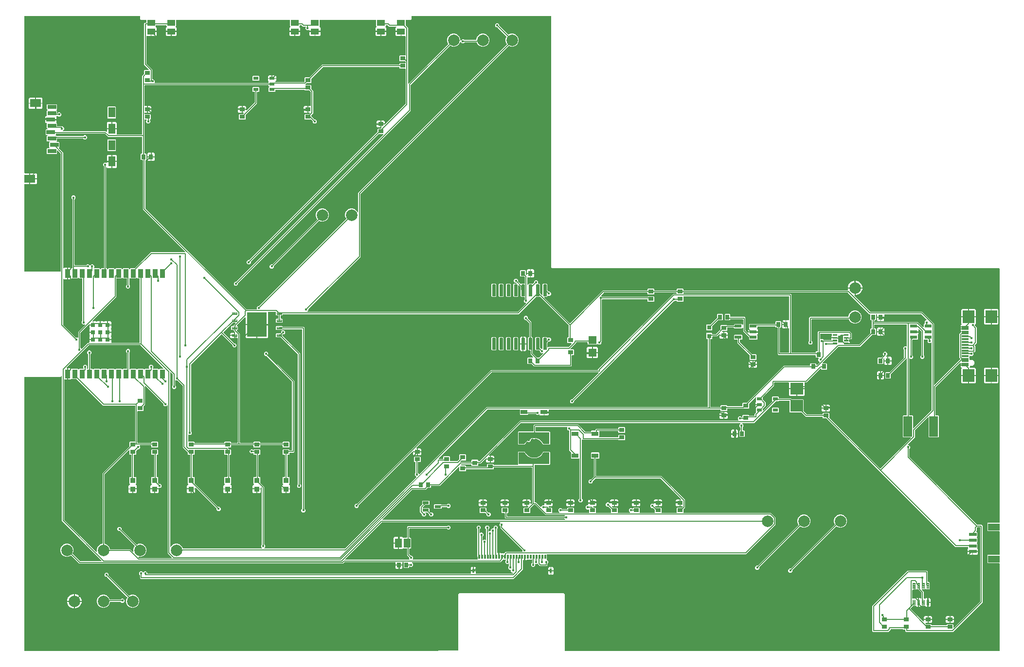
<source format=gbr>
G04 EAGLE Gerber RS-274X export*
G75*
%MOMM*%
%FSLAX34Y34*%
%LPD*%
%INTop Copper*%
%IPPOS*%
%AMOC8*
5,1,8,0,0,1.08239X$1,22.5*%
G01*
G04 Define Apertures*
%ADD10R,1.400000X1.050000*%
%ADD11R,0.900000X0.700000*%
%ADD12R,1.400000X1.400000*%
%ADD13R,0.700000X0.900000*%
%ADD14R,2.200000X2.000000*%
%ADD15R,0.800000X0.800000*%
%ADD16R,1.200000X0.600000*%
%ADD17R,0.940000X0.970000*%
%ADD18R,0.900000X0.800000*%
%ADD19R,1.150000X0.800000*%
%ADD20R,0.900000X0.600000*%
%ADD21R,0.300000X0.800000*%
%ADD22R,0.400000X0.800000*%
%ADD23R,1.150000X0.300000*%
%ADD24R,2.000000X2.180000*%
%ADD25R,2.000000X1.200000*%
%ADD26R,1.350000X0.600000*%
%ADD27R,1.200000X1.800000*%
%ADD28R,1.900000X1.400000*%
%ADD29R,1.500000X0.700000*%
%ADD30R,4.826000X0.889000*%
%ADD31R,1.200000X0.550000*%
%ADD32R,1.500000X3.600000*%
%ADD33R,0.800000X0.900000*%
%ADD34R,1.050000X0.500000*%
%ADD35C,0.125000*%
%ADD36R,1.168400X1.600200*%
%ADD37C,2.000000*%
%ADD38C,0.110000*%
%ADD39R,3.400000X4.300000*%
%ADD40R,0.900000X1.500000*%
%ADD41C,0.147500*%
%ADD42C,0.067500*%
%ADD43R,0.900000X1.300000*%
%ADD44C,0.150000*%
%ADD45C,0.452400*%
G36*
X65015Y663222D02*
X64718Y663162D01*
X2762Y663162D01*
X2487Y663213D01*
X2232Y663377D01*
X2060Y663627D01*
X2000Y663924D01*
X2000Y815088D01*
X2051Y815363D01*
X2215Y815618D01*
X2465Y815790D01*
X2762Y815850D01*
X10738Y815850D01*
X10738Y834930D01*
X2762Y834930D01*
X2487Y834981D01*
X2232Y835145D01*
X2060Y835395D01*
X2000Y835692D01*
X2000Y1108476D01*
X2051Y1108751D01*
X2215Y1109006D01*
X2465Y1109178D01*
X2762Y1109238D01*
X202565Y1109238D01*
X202840Y1109187D01*
X203095Y1109023D01*
X203267Y1108773D01*
X203327Y1108476D01*
X203327Y1103756D01*
X204945Y1102138D01*
X213498Y1102138D01*
X213773Y1102087D01*
X214028Y1101923D01*
X214200Y1101673D01*
X214260Y1101376D01*
X214260Y1097782D01*
X214209Y1097507D01*
X214045Y1097252D01*
X213795Y1097080D01*
X213498Y1097020D01*
X211663Y1097020D01*
X210480Y1095837D01*
X210480Y1024163D01*
X218772Y1015871D01*
X218925Y1015651D01*
X218995Y1015356D01*
X218944Y1015057D01*
X218781Y1014802D01*
X218531Y1014630D01*
X218234Y1014570D01*
X210874Y1014570D01*
X210130Y1013826D01*
X210130Y1008292D01*
X210074Y1008006D01*
X209907Y1007754D01*
X207115Y1004962D01*
X207115Y903032D01*
X207064Y902757D01*
X206900Y902502D01*
X206650Y902330D01*
X206353Y902270D01*
X163302Y902270D01*
X163027Y902321D01*
X162772Y902485D01*
X162600Y902735D01*
X162540Y903032D01*
X162540Y911628D01*
X145460Y911628D01*
X145460Y907681D01*
X145413Y907418D01*
X145254Y907160D01*
X145006Y906985D01*
X144710Y906919D01*
X144412Y906975D01*
X144159Y907143D01*
X143492Y907810D01*
X69645Y907810D01*
X69381Y907857D01*
X69123Y908016D01*
X68948Y908264D01*
X68883Y908560D01*
X68938Y908858D01*
X69106Y909111D01*
X71032Y911037D01*
X71032Y913963D01*
X69743Y915252D01*
X69580Y915493D01*
X69520Y915791D01*
X69520Y915837D01*
X68337Y917020D01*
X59532Y917020D01*
X59257Y917071D01*
X59002Y917235D01*
X58830Y917485D01*
X58770Y917782D01*
X58770Y921416D01*
X57988Y922198D01*
X57938Y922207D01*
X57680Y922366D01*
X57505Y922614D01*
X57440Y922910D01*
X57495Y923208D01*
X57663Y923461D01*
X58040Y923838D01*
X58040Y927628D01*
X37960Y927628D01*
X37960Y923838D01*
X39448Y922350D01*
X40468Y922350D01*
X40743Y922299D01*
X40998Y922135D01*
X41170Y921885D01*
X41230Y921588D01*
X41230Y913364D01*
X42133Y912461D01*
X42286Y912241D01*
X42356Y911946D01*
X42305Y911647D01*
X42142Y911392D01*
X41892Y911220D01*
X41594Y911160D01*
X39974Y911160D01*
X39230Y910416D01*
X39230Y902364D01*
X39974Y901620D01*
X41594Y901620D01*
X41858Y901573D01*
X42116Y901414D01*
X42291Y901166D01*
X42356Y900870D01*
X42301Y900572D01*
X42133Y900319D01*
X41230Y899416D01*
X41230Y891364D01*
X41974Y890620D01*
X45594Y890620D01*
X45858Y890573D01*
X46116Y890414D01*
X46291Y890166D01*
X46356Y889870D01*
X46301Y889572D01*
X46133Y889319D01*
X45230Y888416D01*
X45230Y880364D01*
X46133Y879461D01*
X46286Y879241D01*
X46356Y878946D01*
X46305Y878647D01*
X46142Y878392D01*
X45892Y878220D01*
X45594Y878160D01*
X41974Y878160D01*
X41230Y877416D01*
X41230Y869364D01*
X41974Y868620D01*
X58026Y868620D01*
X58770Y869364D01*
X58770Y874034D01*
X58817Y874297D01*
X58976Y874555D01*
X59224Y874730D01*
X59520Y874796D01*
X59818Y874740D01*
X60071Y874572D01*
X65257Y869386D01*
X65420Y869145D01*
X65480Y868848D01*
X65480Y663924D01*
X65429Y663649D01*
X65265Y663394D01*
X65015Y663222D01*
G37*
%LPC*%
G36*
X9460Y957652D02*
X20738Y957652D01*
X20738Y966430D01*
X10948Y966430D01*
X9460Y964942D01*
X9460Y957652D01*
G37*
G36*
X22262Y957652D02*
X33540Y957652D01*
X33540Y964942D01*
X32052Y966430D01*
X22262Y966430D01*
X22262Y957652D01*
G37*
G36*
X10948Y947350D02*
X20738Y947350D01*
X20738Y956128D01*
X9460Y956128D01*
X9460Y948838D01*
X10948Y947350D01*
G37*
G36*
X22262Y947350D02*
X32052Y947350D01*
X33540Y948838D01*
X33540Y956128D01*
X22262Y956128D01*
X22262Y947350D01*
G37*
G36*
X37960Y929152D02*
X58040Y929152D01*
X58040Y932942D01*
X57663Y933319D01*
X57510Y933539D01*
X57440Y933834D01*
X57491Y934133D01*
X57654Y934388D01*
X57905Y934560D01*
X57981Y934575D01*
X58663Y935257D01*
X58904Y935420D01*
X59202Y935480D01*
X59209Y935480D01*
X59495Y935424D01*
X59748Y935257D01*
X61037Y933968D01*
X63963Y933968D01*
X66032Y936037D01*
X66032Y938963D01*
X63963Y941032D01*
X61037Y941032D01*
X60071Y940066D01*
X59851Y939913D01*
X59556Y939843D01*
X59257Y939894D01*
X59002Y940057D01*
X58830Y940307D01*
X58770Y940605D01*
X58770Y943416D01*
X57835Y944351D01*
X57677Y944582D01*
X57612Y944878D01*
X57667Y945176D01*
X57835Y945429D01*
X58770Y946364D01*
X58770Y954416D01*
X58026Y955160D01*
X41974Y955160D01*
X41230Y954416D01*
X41230Y946364D01*
X42165Y945429D01*
X42323Y945198D01*
X42388Y944902D01*
X42333Y944604D01*
X42165Y944351D01*
X41230Y943416D01*
X41230Y935192D01*
X41179Y934917D01*
X41015Y934662D01*
X40765Y934490D01*
X40468Y934430D01*
X39448Y934430D01*
X37960Y932942D01*
X37960Y929152D01*
G37*
G36*
X147474Y930620D02*
X160526Y930620D01*
X161270Y931364D01*
X161270Y950416D01*
X160526Y951160D01*
X147474Y951160D01*
X146730Y950416D01*
X146730Y931364D01*
X147474Y930620D01*
G37*
G36*
X154762Y913152D02*
X162540Y913152D01*
X162540Y922442D01*
X161052Y923930D01*
X154762Y923930D01*
X154762Y913152D01*
G37*
G36*
X145460Y913152D02*
X153238Y913152D01*
X153238Y923930D01*
X146948Y923930D01*
X145460Y922442D01*
X145460Y913152D01*
G37*
G36*
X12262Y826152D02*
X23540Y826152D01*
X23540Y833442D01*
X22052Y834930D01*
X12262Y834930D01*
X12262Y826152D01*
G37*
G36*
X12262Y815850D02*
X22052Y815850D01*
X23540Y817338D01*
X23540Y824628D01*
X12262Y824628D01*
X12262Y815850D01*
G37*
%LPD*%
G36*
X721976Y2060D02*
X721678Y2000D01*
X2762Y2000D01*
X2487Y2051D01*
X2232Y2215D01*
X2060Y2465D01*
X2000Y2762D01*
X2000Y479076D01*
X2051Y479351D01*
X2215Y479606D01*
X2465Y479778D01*
X2762Y479838D01*
X64644Y479838D01*
X65929Y481123D01*
X66149Y481276D01*
X66444Y481346D01*
X66743Y481295D01*
X66998Y481132D01*
X67170Y480882D01*
X67230Y480584D01*
X67230Y229073D01*
X136477Y159826D01*
X136630Y159606D01*
X136700Y159311D01*
X136649Y159012D01*
X136486Y158757D01*
X136236Y158585D01*
X135939Y158525D01*
X99487Y158525D01*
X99201Y158581D01*
X98949Y158748D01*
X86268Y171428D01*
X86108Y171664D01*
X86045Y171961D01*
X86103Y172259D01*
X87470Y175558D01*
X87470Y180042D01*
X85754Y184184D01*
X82584Y187354D01*
X78442Y189070D01*
X73958Y189070D01*
X69816Y187354D01*
X66646Y184184D01*
X64930Y180042D01*
X64930Y175558D01*
X66646Y171416D01*
X69816Y168246D01*
X73958Y166530D01*
X78442Y166530D01*
X82584Y168246D01*
X82622Y168284D01*
X82852Y168442D01*
X83149Y168507D01*
X83447Y168451D01*
X83700Y168284D01*
X97498Y154485D01*
X556222Y154485D01*
X558769Y157032D01*
X559010Y157195D01*
X559307Y157255D01*
X647098Y157255D01*
X647373Y157204D01*
X647628Y157040D01*
X647800Y156790D01*
X647860Y156493D01*
X647860Y153162D01*
X659940Y153162D01*
X659940Y156493D01*
X659991Y156768D01*
X660155Y157023D01*
X660405Y157195D01*
X660702Y157255D01*
X661368Y157255D01*
X661643Y157204D01*
X661898Y157040D01*
X662070Y156790D01*
X662130Y156493D01*
X662130Y147374D01*
X662874Y146630D01*
X670926Y146630D01*
X671670Y147374D01*
X671670Y148995D01*
X671717Y149259D01*
X671876Y149517D01*
X672124Y149692D01*
X672420Y149757D01*
X672718Y149702D01*
X672971Y149534D01*
X673537Y148968D01*
X676463Y148968D01*
X678532Y151037D01*
X678532Y153963D01*
X676541Y155954D01*
X676388Y156174D01*
X676318Y156469D01*
X676369Y156768D01*
X676532Y157023D01*
X676782Y157195D01*
X677080Y157255D01*
X830452Y157255D01*
X834604Y161407D01*
X834845Y161570D01*
X835142Y161630D01*
X835456Y161630D01*
X835592Y161723D01*
X835888Y161788D01*
X836186Y161733D01*
X836341Y161630D01*
X839718Y161630D01*
X839993Y161579D01*
X840248Y161415D01*
X840420Y161165D01*
X840480Y160868D01*
X840480Y160791D01*
X840424Y160505D01*
X840257Y160252D01*
X838968Y158963D01*
X838968Y156037D01*
X841037Y153968D01*
X843963Y153968D01*
X844179Y154184D01*
X844399Y154337D01*
X844694Y154407D01*
X844993Y154356D01*
X845248Y154193D01*
X845420Y153943D01*
X845480Y153645D01*
X845480Y150791D01*
X845424Y150505D01*
X845257Y150252D01*
X843968Y148963D01*
X843968Y146037D01*
X846037Y143968D01*
X848206Y143968D01*
X848481Y143917D01*
X848736Y143753D01*
X848908Y143503D01*
X848968Y143206D01*
X848968Y141037D01*
X851037Y138968D01*
X851772Y138968D01*
X852035Y138921D01*
X852293Y138762D01*
X852468Y138514D01*
X852534Y138218D01*
X852478Y137920D01*
X852310Y137667D01*
X851886Y137243D01*
X851645Y137080D01*
X851348Y137020D01*
X788702Y137020D01*
X788427Y137071D01*
X788172Y137235D01*
X788000Y137485D01*
X787940Y137782D01*
X787940Y141138D01*
X778860Y141138D01*
X778860Y137782D01*
X778809Y137507D01*
X778645Y137252D01*
X778395Y137080D01*
X778098Y137020D01*
X216794Y137020D01*
X216519Y137071D01*
X216264Y137235D01*
X216092Y137485D01*
X216032Y137782D01*
X216032Y138963D01*
X213963Y141032D01*
X211037Y141032D01*
X209289Y139284D01*
X209058Y139126D01*
X208762Y139061D01*
X208464Y139116D01*
X208211Y139284D01*
X206463Y141032D01*
X203537Y141032D01*
X201468Y138963D01*
X201468Y136037D01*
X202757Y134748D01*
X202920Y134507D01*
X202980Y134209D01*
X202980Y129163D01*
X204163Y127980D01*
X853337Y127980D01*
X869520Y144163D01*
X869520Y159848D01*
X869567Y160112D01*
X869726Y160370D01*
X869974Y160545D01*
X870270Y160610D01*
X870568Y160555D01*
X870821Y160387D01*
X870848Y160360D01*
X872638Y160360D01*
X872638Y167662D01*
X874162Y167662D01*
X874162Y160360D01*
X875952Y160360D01*
X876999Y161407D01*
X877241Y161570D01*
X877538Y161630D01*
X880456Y161630D01*
X880592Y161723D01*
X880888Y161788D01*
X881186Y161733D01*
X881341Y161630D01*
X884718Y161630D01*
X884993Y161579D01*
X885248Y161415D01*
X885420Y161165D01*
X885480Y160868D01*
X885480Y155791D01*
X885424Y155505D01*
X885257Y155252D01*
X883968Y153963D01*
X883968Y151037D01*
X886037Y148968D01*
X888963Y148968D01*
X891032Y151037D01*
X891032Y153206D01*
X891083Y153481D01*
X891247Y153736D01*
X891497Y153908D01*
X891794Y153968D01*
X893963Y153968D01*
X894280Y154285D01*
X894511Y154443D01*
X894807Y154508D01*
X895105Y154453D01*
X895358Y154285D01*
X896886Y152757D01*
X899163Y150480D01*
X910837Y150480D01*
X912020Y151663D01*
X912020Y154209D01*
X912076Y154495D01*
X912243Y154748D01*
X913532Y156037D01*
X913532Y158963D01*
X911419Y161076D01*
X911404Y161079D01*
X911146Y161238D01*
X910971Y161486D01*
X910906Y161782D01*
X910961Y162080D01*
X911129Y162333D01*
X911170Y162374D01*
X911170Y170343D01*
X911221Y170618D01*
X911385Y170873D01*
X911635Y171045D01*
X911932Y171105D01*
X1258417Y171105D01*
X1309460Y222148D01*
X1309460Y234902D01*
X1301352Y243010D01*
X1149532Y243010D01*
X1149257Y243061D01*
X1149002Y243225D01*
X1148830Y243475D01*
X1148770Y243772D01*
X1148770Y248098D01*
X1148826Y248384D01*
X1148993Y248636D01*
X1152020Y251663D01*
X1152020Y265837D01*
X1110837Y307020D01*
X997782Y307020D01*
X997507Y307071D01*
X997252Y307235D01*
X997080Y307485D01*
X997020Y307782D01*
X997020Y336868D01*
X997071Y337143D01*
X997235Y337398D01*
X997485Y337570D01*
X997782Y337630D01*
X1001676Y337630D01*
X1002420Y338374D01*
X1002420Y347426D01*
X1001676Y348170D01*
X989124Y348170D01*
X988380Y347426D01*
X988380Y338374D01*
X989124Y337630D01*
X992218Y337630D01*
X992493Y337579D01*
X992748Y337415D01*
X992920Y337165D01*
X992980Y336868D01*
X992980Y306152D01*
X992924Y305866D01*
X992757Y305614D01*
X988398Y301255D01*
X988157Y301092D01*
X987860Y301032D01*
X986037Y301032D01*
X983968Y298963D01*
X983968Y296037D01*
X986037Y293968D01*
X988963Y293968D01*
X991032Y296037D01*
X991032Y297860D01*
X991088Y298146D01*
X991255Y298398D01*
X995614Y302757D01*
X995855Y302920D01*
X996152Y302980D01*
X1108848Y302980D01*
X1109134Y302924D01*
X1109386Y302757D01*
X1144302Y267841D01*
X1144455Y267621D01*
X1144525Y267326D01*
X1144474Y267027D01*
X1144311Y266772D01*
X1144061Y266600D01*
X1143764Y266540D01*
X1143762Y266540D01*
X1143762Y254460D01*
X1147218Y254460D01*
X1147493Y254409D01*
X1147748Y254245D01*
X1147920Y253995D01*
X1147980Y253698D01*
X1147980Y253652D01*
X1147924Y253366D01*
X1147757Y253114D01*
X1147136Y252493D01*
X1146895Y252330D01*
X1146598Y252270D01*
X1137974Y252270D01*
X1137230Y251526D01*
X1137230Y243772D01*
X1137179Y243497D01*
X1137015Y243242D01*
X1136765Y243070D01*
X1136468Y243010D01*
X1111432Y243010D01*
X1111157Y243061D01*
X1110902Y243225D01*
X1110730Y243475D01*
X1110670Y243772D01*
X1110670Y251526D01*
X1109926Y252270D01*
X1100902Y252270D01*
X1100616Y252326D01*
X1100364Y252493D01*
X1099698Y253159D01*
X1099545Y253379D01*
X1099475Y253674D01*
X1099526Y253973D01*
X1099689Y254228D01*
X1099939Y254400D01*
X1100236Y254460D01*
X1104138Y254460D01*
X1104138Y259738D01*
X1097860Y259738D01*
X1097860Y258975D01*
X1097813Y258711D01*
X1097654Y258453D01*
X1097406Y258278D01*
X1097110Y258213D01*
X1096812Y258268D01*
X1096559Y258436D01*
X1096463Y258532D01*
X1093537Y258532D01*
X1091468Y256463D01*
X1091468Y253537D01*
X1093537Y251468D01*
X1095360Y251468D01*
X1095646Y251412D01*
X1095898Y251245D01*
X1098907Y248236D01*
X1099070Y247995D01*
X1099130Y247698D01*
X1099130Y243772D01*
X1099079Y243497D01*
X1098915Y243242D01*
X1098665Y243070D01*
X1098368Y243010D01*
X1073332Y243010D01*
X1073057Y243061D01*
X1072802Y243225D01*
X1072630Y243475D01*
X1072570Y243772D01*
X1072570Y251526D01*
X1071826Y252270D01*
X1061774Y252270D01*
X1061030Y251526D01*
X1061030Y250805D01*
X1060983Y250541D01*
X1060824Y250283D01*
X1060576Y250108D01*
X1060280Y250043D01*
X1059982Y250098D01*
X1059729Y250266D01*
X1058963Y251032D01*
X1056037Y251032D01*
X1053968Y248963D01*
X1053968Y246037D01*
X1055694Y244311D01*
X1055847Y244091D01*
X1055917Y243796D01*
X1055866Y243497D01*
X1055703Y243242D01*
X1055453Y243070D01*
X1055155Y243010D01*
X1035232Y243010D01*
X1034957Y243061D01*
X1034702Y243225D01*
X1034530Y243475D01*
X1034470Y243772D01*
X1034470Y251526D01*
X1033726Y252270D01*
X1025902Y252270D01*
X1025616Y252326D01*
X1025364Y252493D01*
X1024698Y253159D01*
X1024545Y253379D01*
X1024475Y253674D01*
X1024526Y253973D01*
X1024689Y254228D01*
X1024939Y254400D01*
X1025236Y254460D01*
X1027938Y254460D01*
X1027938Y259738D01*
X1021506Y259738D01*
X1021454Y259653D01*
X1021206Y259478D01*
X1020910Y259413D01*
X1020612Y259468D01*
X1020359Y259636D01*
X1018963Y261032D01*
X1016037Y261032D01*
X1013968Y258963D01*
X1013968Y256037D01*
X1016037Y253968D01*
X1017860Y253968D01*
X1018146Y253912D01*
X1018398Y253745D01*
X1022707Y249436D01*
X1022870Y249195D01*
X1022930Y248898D01*
X1022930Y243772D01*
X1022879Y243497D01*
X1022715Y243242D01*
X1022465Y243070D01*
X1022168Y243010D01*
X997132Y243010D01*
X996857Y243061D01*
X996602Y243225D01*
X996430Y243475D01*
X996370Y243772D01*
X996370Y251526D01*
X995626Y252270D01*
X992782Y252270D01*
X992507Y252321D01*
X992252Y252485D01*
X992080Y252735D01*
X992020Y253032D01*
X992020Y253482D01*
X991975Y253674D01*
X992026Y253973D01*
X992189Y254228D01*
X992439Y254400D01*
X992736Y254460D01*
X996152Y254460D01*
X997640Y255948D01*
X997640Y259738D01*
X983560Y259738D01*
X983560Y256794D01*
X983509Y256519D01*
X983345Y256264D01*
X983095Y256092D01*
X982798Y256032D01*
X981037Y256032D01*
X978968Y253963D01*
X978968Y251037D01*
X981037Y248968D01*
X984068Y248968D01*
X984343Y248917D01*
X984598Y248753D01*
X984770Y248503D01*
X984830Y248206D01*
X984830Y243772D01*
X984779Y243497D01*
X984615Y243242D01*
X984365Y243070D01*
X984068Y243010D01*
X959032Y243010D01*
X958757Y243061D01*
X958502Y243225D01*
X958330Y243475D01*
X958270Y243772D01*
X958270Y251526D01*
X957526Y252270D01*
X947474Y252270D01*
X946730Y251526D01*
X946730Y250282D01*
X946679Y250007D01*
X946515Y249752D01*
X946265Y249580D01*
X945968Y249520D01*
X938291Y249520D01*
X938005Y249576D01*
X937752Y249743D01*
X936463Y251032D01*
X933537Y251032D01*
X931468Y248963D01*
X931468Y246037D01*
X933194Y244311D01*
X933347Y244091D01*
X933417Y243796D01*
X933366Y243497D01*
X933203Y243242D01*
X932953Y243070D01*
X932655Y243010D01*
X920932Y243010D01*
X920657Y243061D01*
X920402Y243225D01*
X920230Y243475D01*
X920170Y243772D01*
X920170Y251526D01*
X919426Y252270D01*
X915282Y252270D01*
X915007Y252321D01*
X914752Y252485D01*
X914580Y252735D01*
X914520Y253032D01*
X914520Y253482D01*
X914475Y253674D01*
X914526Y253973D01*
X914689Y254228D01*
X914939Y254400D01*
X915236Y254460D01*
X919952Y254460D01*
X921440Y255948D01*
X921440Y259738D01*
X907360Y259738D01*
X907360Y256794D01*
X907309Y256519D01*
X907145Y256264D01*
X906895Y256092D01*
X906598Y256032D01*
X903537Y256032D01*
X901425Y253920D01*
X901421Y253900D01*
X901262Y253642D01*
X901014Y253467D01*
X900718Y253401D01*
X900420Y253457D01*
X900167Y253625D01*
X892777Y261015D01*
X890567Y261015D01*
X890292Y261066D01*
X890037Y261230D01*
X889865Y261480D01*
X889805Y261777D01*
X889805Y325908D01*
X889856Y326183D01*
X890020Y326438D01*
X890270Y326610D01*
X890567Y326670D01*
X915632Y326670D01*
X915920Y326699D01*
X916160Y326772D01*
X916380Y326892D01*
X916573Y327052D01*
X916730Y327248D01*
X916846Y327471D01*
X916916Y327715D01*
X916940Y327975D01*
X916940Y348222D01*
X916911Y348510D01*
X916838Y348750D01*
X916718Y348970D01*
X916558Y349163D01*
X916362Y349320D01*
X916140Y349436D01*
X915895Y349506D01*
X915635Y349530D01*
X905630Y349530D01*
X905343Y349501D01*
X905103Y349428D01*
X904882Y349308D01*
X904689Y349148D01*
X904508Y348923D01*
X902889Y346443D01*
X902840Y346376D01*
X900807Y343899D01*
X900701Y343793D01*
X898297Y341820D01*
X898173Y341737D01*
X895430Y340271D01*
X895292Y340214D01*
X892475Y339360D01*
X892214Y339328D01*
X889087Y339494D01*
X888913Y339494D01*
X885786Y339328D01*
X885525Y339360D01*
X882708Y340214D01*
X882570Y340271D01*
X879827Y341737D01*
X879703Y341820D01*
X877299Y343793D01*
X877193Y343899D01*
X875160Y346376D01*
X875111Y346443D01*
X873492Y348923D01*
X873311Y349148D01*
X873118Y349308D01*
X872897Y349428D01*
X872657Y349501D01*
X872370Y349530D01*
X862368Y349530D01*
X862080Y349501D01*
X861840Y349428D01*
X861620Y349308D01*
X861427Y349148D01*
X861270Y348952D01*
X861154Y348730D01*
X861084Y348485D01*
X861060Y348225D01*
X861060Y327978D01*
X861089Y327690D01*
X861162Y327450D01*
X861279Y327235D01*
X861371Y326896D01*
X861320Y326597D01*
X861156Y326342D01*
X860906Y326170D01*
X860609Y326110D01*
X819332Y326110D01*
X819057Y326161D01*
X818802Y326325D01*
X818630Y326575D01*
X818570Y326872D01*
X818570Y327726D01*
X817826Y328470D01*
X807774Y328470D01*
X807030Y327726D01*
X807030Y324102D01*
X806979Y323827D01*
X806815Y323572D01*
X806565Y323400D01*
X806268Y323340D01*
X771232Y323340D01*
X770957Y323391D01*
X770702Y323555D01*
X770530Y323805D01*
X770470Y324102D01*
X770470Y325226D01*
X769726Y325970D01*
X762786Y325970D01*
X762523Y326017D01*
X762265Y326176D01*
X762090Y326424D01*
X762024Y326720D01*
X762080Y327018D01*
X762248Y327271D01*
X762364Y327387D01*
X762605Y327550D01*
X762902Y327610D01*
X779168Y327610D01*
X779443Y327559D01*
X779698Y327395D01*
X779870Y327145D01*
X779930Y326848D01*
X779930Y325674D01*
X780674Y324930D01*
X790726Y324930D01*
X791470Y325674D01*
X791470Y328233D01*
X791521Y328508D01*
X791685Y328763D01*
X791935Y328935D01*
X792232Y328995D01*
X795827Y328995D01*
X804459Y337627D01*
X804679Y337780D01*
X804974Y337850D01*
X805273Y337799D01*
X805528Y337636D01*
X805647Y337462D01*
X812038Y337462D01*
X812038Y342740D01*
X811411Y342740D01*
X811148Y342787D01*
X810890Y342946D01*
X810715Y343194D01*
X810649Y343490D01*
X810705Y343788D01*
X810873Y344041D01*
X866239Y399407D01*
X866480Y399570D01*
X866777Y399630D01*
X1247795Y399630D01*
X1248059Y399583D01*
X1248317Y399424D01*
X1248492Y399176D01*
X1248557Y398880D01*
X1248502Y398582D01*
X1248334Y398329D01*
X1246468Y396463D01*
X1246468Y393537D01*
X1247757Y392248D01*
X1247920Y392007D01*
X1247980Y391709D01*
X1247980Y387532D01*
X1247929Y387257D01*
X1247765Y387002D01*
X1247515Y386830D01*
X1247218Y386770D01*
X1247074Y386770D01*
X1246330Y386026D01*
X1246330Y375974D01*
X1247074Y375230D01*
X1255126Y375230D01*
X1255870Y375974D01*
X1255870Y386026D01*
X1255126Y386770D01*
X1252782Y386770D01*
X1252507Y386821D01*
X1252252Y386985D01*
X1252080Y387235D01*
X1252020Y387532D01*
X1252020Y391709D01*
X1252076Y391995D01*
X1252243Y392248D01*
X1253532Y393537D01*
X1253532Y396463D01*
X1251666Y398329D01*
X1251513Y398549D01*
X1251443Y398844D01*
X1251494Y399143D01*
X1251657Y399398D01*
X1251907Y399570D01*
X1252205Y399630D01*
X1272267Y399630D01*
X1309444Y436807D01*
X1309685Y436970D01*
X1309982Y437030D01*
X1314426Y437030D01*
X1315199Y437803D01*
X1315221Y437923D01*
X1315385Y438178D01*
X1315635Y438350D01*
X1315932Y438410D01*
X1333168Y438410D01*
X1333443Y438359D01*
X1333698Y438195D01*
X1333870Y437945D01*
X1333930Y437648D01*
X1333930Y418974D01*
X1334674Y418230D01*
X1354168Y418230D01*
X1354454Y418174D01*
X1354706Y418007D01*
X1362003Y410710D01*
X1390468Y410710D01*
X1390743Y410659D01*
X1390998Y410495D01*
X1391170Y410245D01*
X1391230Y409948D01*
X1391230Y408574D01*
X1391974Y407830D01*
X1397808Y407830D01*
X1398094Y407774D01*
X1398346Y407607D01*
X1622383Y183570D01*
X1643706Y183570D01*
X1643981Y183519D01*
X1644236Y183355D01*
X1644408Y183105D01*
X1644468Y182808D01*
X1644468Y181974D01*
X1644505Y181937D01*
X1644663Y181706D01*
X1644728Y181410D01*
X1644673Y181112D01*
X1644505Y180859D01*
X1643198Y179552D01*
X1643198Y176262D01*
X1661778Y176262D01*
X1661778Y179552D01*
X1660471Y180859D01*
X1660313Y181090D01*
X1660248Y181386D01*
X1660303Y181684D01*
X1660471Y181937D01*
X1660508Y181974D01*
X1660508Y189026D01*
X1659573Y189961D01*
X1659415Y190192D01*
X1659350Y190488D01*
X1659405Y190786D01*
X1659573Y191039D01*
X1660508Y191974D01*
X1660508Y199026D01*
X1659573Y199961D01*
X1659415Y200192D01*
X1659350Y200488D01*
X1659405Y200786D01*
X1659573Y201039D01*
X1660508Y201974D01*
X1660508Y209026D01*
X1659764Y209770D01*
X1659466Y209770D01*
X1659203Y209817D01*
X1658945Y209976D01*
X1658770Y210224D01*
X1658704Y210520D01*
X1658760Y210818D01*
X1658928Y211071D01*
X1659520Y211663D01*
X1659520Y216348D01*
X1659576Y216634D01*
X1659743Y216886D01*
X1660614Y217757D01*
X1660855Y217920D01*
X1661152Y217980D01*
X1664718Y217980D01*
X1664993Y217929D01*
X1665248Y217765D01*
X1665420Y217515D01*
X1665480Y217218D01*
X1665480Y88652D01*
X1665424Y88366D01*
X1665257Y88114D01*
X1619971Y42828D01*
X1619751Y42675D01*
X1619456Y42605D01*
X1619157Y42656D01*
X1618902Y42819D01*
X1618730Y43069D01*
X1618670Y43366D01*
X1618670Y48326D01*
X1617926Y49070D01*
X1607874Y49070D01*
X1607130Y48326D01*
X1607130Y47782D01*
X1607079Y47507D01*
X1606915Y47252D01*
X1606665Y47080D01*
X1606368Y47020D01*
X1581332Y47020D01*
X1581057Y47071D01*
X1580802Y47235D01*
X1580630Y47485D01*
X1580570Y47782D01*
X1580570Y48326D01*
X1579826Y49070D01*
X1571602Y49070D01*
X1571316Y49126D01*
X1571064Y49293D01*
X1570398Y49959D01*
X1570245Y50179D01*
X1570175Y50474D01*
X1570226Y50773D01*
X1570389Y51028D01*
X1570639Y51200D01*
X1570936Y51260D01*
X1574038Y51260D01*
X1574038Y56538D01*
X1567760Y56538D01*
X1567760Y54436D01*
X1567713Y54173D01*
X1567554Y53915D01*
X1567306Y53740D01*
X1567010Y53674D01*
X1566712Y53730D01*
X1566459Y53898D01*
X1544743Y75614D01*
X1544580Y75855D01*
X1544520Y76152D01*
X1544520Y76348D01*
X1544576Y76634D01*
X1544743Y76886D01*
X1548304Y80447D01*
X1548545Y80610D01*
X1548842Y80670D01*
X1552804Y80670D01*
X1552894Y80731D01*
X1553190Y80796D01*
X1553488Y80741D01*
X1553741Y80573D01*
X1554914Y79400D01*
X1557338Y79400D01*
X1557338Y94640D01*
X1554914Y94640D01*
X1553741Y93467D01*
X1553510Y93309D01*
X1553214Y93244D01*
X1552916Y93299D01*
X1552809Y93370D01*
X1547782Y93370D01*
X1547507Y93421D01*
X1547252Y93585D01*
X1547080Y93835D01*
X1547020Y94132D01*
X1547020Y107798D01*
X1547071Y108073D01*
X1547235Y108328D01*
X1547485Y108500D01*
X1547782Y108560D01*
X1549338Y108560D01*
X1549338Y116942D01*
X1550862Y116942D01*
X1550862Y108560D01*
X1553286Y108560D01*
X1554459Y109733D01*
X1554690Y109891D01*
X1554986Y109956D01*
X1555284Y109901D01*
X1555391Y109830D01*
X1557218Y109830D01*
X1557493Y109779D01*
X1557748Y109615D01*
X1557920Y109365D01*
X1557956Y109188D01*
X1562757Y104386D01*
X1562920Y104145D01*
X1562980Y103848D01*
X1562980Y94786D01*
X1562933Y94522D01*
X1562774Y94264D01*
X1562526Y94089D01*
X1562230Y94024D01*
X1561932Y94079D01*
X1561679Y94247D01*
X1561286Y94640D01*
X1558862Y94640D01*
X1558862Y79400D01*
X1561286Y79400D01*
X1562459Y80573D01*
X1562690Y80731D01*
X1562986Y80796D01*
X1563284Y80741D01*
X1563391Y80670D01*
X1568760Y80670D01*
X1568763Y80673D01*
X1568994Y80831D01*
X1569290Y80896D01*
X1569588Y80841D01*
X1569841Y80673D01*
X1571114Y79400D01*
X1573538Y79400D01*
X1573538Y94640D01*
X1571114Y94640D01*
X1569841Y93367D01*
X1569610Y93209D01*
X1569314Y93144D01*
X1569016Y93199D01*
X1568763Y93367D01*
X1568760Y93370D01*
X1567782Y93370D01*
X1567507Y93421D01*
X1567252Y93585D01*
X1567080Y93835D01*
X1567020Y94132D01*
X1567020Y105837D01*
X1564328Y108529D01*
X1564175Y108749D01*
X1564105Y109044D01*
X1564156Y109343D01*
X1564319Y109598D01*
X1564569Y109770D01*
X1564866Y109830D01*
X1568760Y109830D01*
X1569561Y110631D01*
X1569792Y110789D01*
X1570088Y110854D01*
X1570386Y110799D01*
X1570639Y110631D01*
X1571440Y109830D01*
X1576760Y109830D01*
X1577870Y110940D01*
X1577870Y121420D01*
X1576760Y122530D01*
X1575282Y122530D01*
X1575007Y122581D01*
X1574752Y122745D01*
X1574580Y122995D01*
X1574520Y123292D01*
X1574520Y140837D01*
X1573337Y142020D01*
X1539163Y142020D01*
X1477980Y80837D01*
X1477980Y36663D01*
X1479163Y35480D01*
X1505837Y35480D01*
X1509520Y39163D01*
X1509520Y39718D01*
X1509571Y39993D01*
X1509735Y40248D01*
X1509985Y40420D01*
X1510282Y40480D01*
X1530408Y40480D01*
X1530694Y40424D01*
X1530947Y40257D01*
X1531674Y39530D01*
X1534718Y39530D01*
X1534993Y39479D01*
X1535248Y39315D01*
X1535420Y39065D01*
X1535480Y38768D01*
X1535480Y36663D01*
X1536663Y35480D01*
X1618337Y35480D01*
X1669520Y86663D01*
X1669520Y220837D01*
X1668337Y222020D01*
X1661152Y222020D01*
X1660866Y222076D01*
X1660614Y222243D01*
X1542243Y340614D01*
X1542080Y340855D01*
X1542020Y341152D01*
X1542020Y354209D01*
X1542076Y354495D01*
X1542243Y354748D01*
X1543532Y356037D01*
X1543532Y358963D01*
X1541463Y361032D01*
X1540208Y361032D01*
X1539945Y361079D01*
X1539687Y361238D01*
X1539512Y361486D01*
X1539446Y361782D01*
X1539502Y362080D01*
X1539670Y362333D01*
X1551835Y374498D01*
X1551835Y386648D01*
X1551891Y386934D01*
X1552058Y387186D01*
X1574529Y409657D01*
X1574749Y409810D01*
X1575044Y409880D01*
X1575343Y409829D01*
X1575598Y409666D01*
X1575770Y409416D01*
X1575830Y409119D01*
X1575830Y375174D01*
X1576574Y374430D01*
X1592626Y374430D01*
X1593370Y375174D01*
X1593370Y412226D01*
X1592626Y412970D01*
X1588607Y412970D01*
X1588332Y413021D01*
X1588077Y413185D01*
X1587905Y413435D01*
X1587845Y413732D01*
X1587845Y461438D01*
X1587901Y461724D01*
X1588068Y461976D01*
X1630029Y503937D01*
X1630249Y504090D01*
X1630544Y504160D01*
X1630843Y504109D01*
X1631098Y503946D01*
X1631270Y503696D01*
X1631277Y503662D01*
X1640382Y503662D01*
X1640382Y502138D01*
X1631330Y502138D01*
X1631330Y500662D01*
X1640382Y500662D01*
X1640382Y499138D01*
X1631330Y499138D01*
X1631330Y497348D01*
X1632870Y495808D01*
X1633120Y495654D01*
X1633295Y495406D01*
X1633360Y495110D01*
X1633305Y494812D01*
X1633137Y494559D01*
X1632830Y494252D01*
X1632830Y483062D01*
X1657910Y483062D01*
X1657910Y494252D01*
X1656422Y495740D01*
X1648142Y495740D01*
X1647878Y495787D01*
X1647620Y495946D01*
X1647445Y496194D01*
X1647380Y496490D01*
X1647435Y496788D01*
X1647603Y497041D01*
X1647910Y497348D01*
X1647910Y498488D01*
X1647961Y498763D01*
X1648125Y499018D01*
X1648375Y499190D01*
X1648672Y499250D01*
X1652545Y499250D01*
X1655620Y502325D01*
X1655620Y506675D01*
X1652545Y509750D01*
X1648195Y509750D01*
X1647941Y509495D01*
X1647721Y509342D01*
X1647426Y509273D01*
X1647127Y509323D01*
X1646872Y509487D01*
X1646700Y509737D01*
X1646640Y510034D01*
X1646640Y512956D01*
X1646547Y513092D01*
X1646482Y513388D01*
X1646537Y513686D01*
X1646640Y513841D01*
X1646640Y516525D01*
X1646687Y516789D01*
X1646846Y517047D01*
X1647094Y517222D01*
X1647390Y517287D01*
X1647688Y517232D01*
X1647941Y517064D01*
X1648537Y516468D01*
X1651463Y516468D01*
X1653532Y518537D01*
X1653532Y521463D01*
X1653316Y521679D01*
X1653163Y521899D01*
X1653093Y522194D01*
X1653144Y522493D01*
X1653307Y522748D01*
X1653557Y522920D01*
X1653855Y522980D01*
X1655837Y522980D01*
X1657020Y524163D01*
X1657020Y533337D01*
X1655896Y534461D01*
X1655738Y534692D01*
X1655672Y534988D01*
X1655728Y535286D01*
X1655896Y535539D01*
X1659520Y539163D01*
X1659520Y565837D01*
X1656255Y569102D01*
X1656092Y569343D01*
X1656032Y569640D01*
X1656032Y570354D01*
X1656088Y570640D01*
X1656255Y570893D01*
X1657910Y572548D01*
X1657910Y583738D01*
X1632830Y583738D01*
X1632830Y572548D01*
X1633137Y572241D01*
X1633290Y572021D01*
X1633360Y571726D01*
X1633309Y571427D01*
X1633146Y571172D01*
X1632896Y571000D01*
X1632874Y570996D01*
X1631330Y569452D01*
X1631330Y567662D01*
X1640382Y567662D01*
X1640382Y566138D01*
X1631330Y566138D01*
X1631330Y564662D01*
X1640382Y564662D01*
X1640382Y563138D01*
X1631330Y563138D01*
X1631330Y561348D01*
X1632377Y560301D01*
X1632540Y560060D01*
X1632600Y559762D01*
X1632600Y558167D01*
X1632549Y557892D01*
X1632385Y557637D01*
X1632146Y557473D01*
X1629510Y554837D01*
X1629510Y512998D01*
X1630904Y511604D01*
X1631062Y511373D01*
X1631128Y511077D01*
X1631072Y510779D01*
X1630904Y510526D01*
X1586376Y465998D01*
X1586156Y465845D01*
X1585861Y465775D01*
X1585562Y465826D01*
X1585307Y465989D01*
X1585135Y466239D01*
X1585075Y466536D01*
X1585075Y572842D01*
X1564502Y593415D01*
X1474792Y593415D01*
X1474506Y593471D01*
X1474254Y593638D01*
X1446733Y621159D01*
X1446580Y621379D01*
X1446510Y621674D01*
X1446561Y621973D01*
X1446724Y622228D01*
X1446974Y622400D01*
X1447038Y622413D01*
X1447038Y634238D01*
X1435260Y634238D01*
X1435260Y632506D01*
X1435526Y631864D01*
X1435584Y631596D01*
X1435533Y631297D01*
X1435369Y631042D01*
X1435119Y630870D01*
X1434822Y630810D01*
X1149532Y630810D01*
X1149257Y630861D01*
X1149002Y631025D01*
X1148830Y631275D01*
X1148770Y631572D01*
X1148770Y632826D01*
X1148026Y633570D01*
X1137974Y633570D01*
X1137230Y632826D01*
X1137230Y631572D01*
X1137179Y631297D01*
X1137015Y631042D01*
X1136765Y630870D01*
X1136468Y630810D01*
X1098732Y630810D01*
X1098457Y630861D01*
X1098202Y631025D01*
X1098030Y631275D01*
X1097970Y631572D01*
X1097970Y632826D01*
X1097226Y633570D01*
X1087174Y633570D01*
X1086430Y632826D01*
X1086430Y631572D01*
X1086379Y631297D01*
X1086215Y631042D01*
X1085965Y630870D01*
X1085668Y630810D01*
X1008828Y630810D01*
X952034Y574016D01*
X951803Y573858D01*
X951507Y573792D01*
X951209Y573848D01*
X950956Y574016D01*
X907043Y617929D01*
X906890Y618149D01*
X906820Y618444D01*
X906871Y618743D01*
X907034Y618998D01*
X907284Y619170D01*
X907581Y619230D01*
X911094Y619230D01*
X912270Y620406D01*
X912270Y620895D01*
X912317Y621159D01*
X912476Y621417D01*
X912724Y621592D01*
X913020Y621657D01*
X913318Y621602D01*
X913520Y621468D01*
X916463Y621468D01*
X918532Y623537D01*
X918532Y626463D01*
X916463Y628532D01*
X914640Y628532D01*
X914354Y628588D01*
X914102Y628755D01*
X912493Y630364D01*
X912330Y630605D01*
X912270Y630902D01*
X912270Y641094D01*
X911094Y642270D01*
X905006Y642270D01*
X903830Y641094D01*
X903830Y622981D01*
X903783Y622718D01*
X903624Y622460D01*
X903376Y622285D01*
X903080Y622219D01*
X902782Y622275D01*
X902529Y622443D01*
X899793Y625179D01*
X899630Y625420D01*
X899570Y625717D01*
X899570Y641094D01*
X898394Y642270D01*
X896605Y642270D01*
X896341Y642317D01*
X896083Y642476D01*
X895908Y642724D01*
X895843Y643020D01*
X895898Y643318D01*
X896032Y643520D01*
X896032Y646463D01*
X893963Y648532D01*
X891037Y648532D01*
X888968Y646463D01*
X888968Y644640D01*
X888912Y644354D01*
X888745Y644102D01*
X886842Y642199D01*
X886612Y642041D01*
X886316Y641976D01*
X886018Y642032D01*
X885765Y642199D01*
X885694Y642270D01*
X879606Y642270D01*
X878321Y640985D01*
X878101Y640832D01*
X877806Y640762D01*
X877507Y640813D01*
X877252Y640976D01*
X877080Y641226D01*
X877020Y641524D01*
X877020Y652748D01*
X877067Y653012D01*
X877226Y653270D01*
X877474Y653445D01*
X877770Y653510D01*
X878068Y653455D01*
X878211Y653360D01*
X882038Y653360D01*
X882038Y659638D01*
X876760Y659638D01*
X876760Y657936D01*
X876713Y657673D01*
X876554Y657415D01*
X876306Y657240D01*
X876010Y657174D01*
X875712Y657230D01*
X875459Y657398D01*
X874793Y658064D01*
X874630Y658305D01*
X874570Y658602D01*
X874570Y665426D01*
X873826Y666170D01*
X865774Y666170D01*
X865030Y665426D01*
X865030Y655374D01*
X865774Y654630D01*
X872198Y654630D01*
X872484Y654574D01*
X872736Y654407D01*
X872757Y654386D01*
X872920Y654145D01*
X872980Y653848D01*
X872980Y643032D01*
X872929Y642757D01*
X872765Y642502D01*
X872515Y642330D01*
X872218Y642270D01*
X866906Y642270D01*
X866785Y642149D01*
X866555Y641991D01*
X866259Y641926D01*
X865960Y641982D01*
X865708Y642149D01*
X861255Y646602D01*
X861092Y646843D01*
X861032Y647140D01*
X861032Y648963D01*
X858963Y651032D01*
X856037Y651032D01*
X853968Y648963D01*
X853968Y646037D01*
X856037Y643968D01*
X857860Y643968D01*
X858146Y643912D01*
X858398Y643745D01*
X858572Y643571D01*
X858725Y643351D01*
X858795Y643056D01*
X858744Y642757D01*
X858581Y642502D01*
X858331Y642330D01*
X858034Y642270D01*
X854206Y642270D01*
X853030Y641094D01*
X853030Y620406D01*
X854206Y619230D01*
X860294Y619230D01*
X861470Y620406D01*
X861470Y638834D01*
X861517Y639097D01*
X861676Y639355D01*
X861924Y639530D01*
X862220Y639596D01*
X862518Y639540D01*
X862771Y639372D01*
X865257Y636886D01*
X865420Y636645D01*
X865480Y636348D01*
X865480Y633392D01*
X865462Y633226D01*
X865367Y633013D01*
X865470Y632395D01*
X865480Y632270D01*
X865480Y631654D01*
X865546Y631572D01*
X865654Y631289D01*
X865677Y631151D01*
X865730Y630890D01*
X865730Y620406D01*
X866906Y619230D01*
X872218Y619230D01*
X872493Y619179D01*
X872748Y619015D01*
X872920Y618765D01*
X872980Y618468D01*
X872980Y615791D01*
X872924Y615505D01*
X872757Y615252D01*
X871468Y613963D01*
X871468Y611037D01*
X873537Y608968D01*
X874347Y608968D01*
X874610Y608921D01*
X874868Y608762D01*
X875043Y608514D01*
X875109Y608218D01*
X875053Y607920D01*
X874885Y607667D01*
X860856Y593638D01*
X860615Y593475D01*
X860318Y593415D01*
X495250Y593415D01*
X494986Y593462D01*
X494728Y593621D01*
X494553Y593869D01*
X494488Y594165D01*
X494543Y594463D01*
X494711Y594716D01*
X496032Y596037D01*
X496032Y597860D01*
X496088Y598146D01*
X496255Y598398D01*
X587020Y689163D01*
X587020Y798848D01*
X587076Y799134D01*
X587243Y799386D01*
X844571Y1056714D01*
X844807Y1056874D01*
X845103Y1056937D01*
X845401Y1056879D01*
X848658Y1055530D01*
X853142Y1055530D01*
X857284Y1057246D01*
X860454Y1060416D01*
X862170Y1064558D01*
X862170Y1069042D01*
X860454Y1073184D01*
X857284Y1076354D01*
X853142Y1078070D01*
X848658Y1078070D01*
X844623Y1076399D01*
X844344Y1076341D01*
X844046Y1076396D01*
X843793Y1076564D01*
X828755Y1091602D01*
X828592Y1091843D01*
X828532Y1092140D01*
X828532Y1093963D01*
X826463Y1096032D01*
X823537Y1096032D01*
X821468Y1093963D01*
X821468Y1091037D01*
X823537Y1088968D01*
X825360Y1088968D01*
X825646Y1088912D01*
X825898Y1088745D01*
X841019Y1073624D01*
X841179Y1073388D01*
X841242Y1073092D01*
X841184Y1072794D01*
X839630Y1069042D01*
X839630Y1064558D01*
X841346Y1060416D01*
X841414Y1060348D01*
X841572Y1060118D01*
X841637Y1059821D01*
X841581Y1059523D01*
X841414Y1059270D01*
X582980Y800837D01*
X582980Y767566D01*
X582935Y767308D01*
X582778Y767049D01*
X582532Y766871D01*
X582236Y766804D01*
X581938Y766857D01*
X581684Y767023D01*
X581514Y767274D01*
X581054Y768384D01*
X577884Y771554D01*
X573742Y773270D01*
X569258Y773270D01*
X565116Y771554D01*
X561946Y768384D01*
X560230Y764242D01*
X560230Y759758D01*
X561989Y755511D01*
X562047Y755232D01*
X561992Y754934D01*
X561824Y754681D01*
X410898Y603755D01*
X410657Y603592D01*
X410360Y603532D01*
X408537Y603532D01*
X406468Y601463D01*
X406468Y598332D01*
X406417Y598057D01*
X406253Y597802D01*
X406003Y597630D01*
X405706Y597570D01*
X388952Y597570D01*
X388666Y597626D01*
X388414Y597793D01*
X212763Y773444D01*
X212600Y773685D01*
X212540Y773982D01*
X212540Y857068D01*
X212591Y857343D01*
X212755Y857598D01*
X213005Y857770D01*
X213302Y857830D01*
X213426Y857830D01*
X214170Y858574D01*
X214170Y868626D01*
X213426Y869370D01*
X211917Y869370D01*
X211642Y869421D01*
X211387Y869585D01*
X211215Y869835D01*
X211155Y870132D01*
X211155Y927768D01*
X211206Y928043D01*
X211370Y928298D01*
X211620Y928470D01*
X211917Y928530D01*
X214195Y928530D01*
X214459Y928483D01*
X214717Y928324D01*
X214892Y928076D01*
X214957Y927780D01*
X214902Y927482D01*
X214734Y927229D01*
X213968Y926463D01*
X213968Y923537D01*
X216037Y921468D01*
X218963Y921468D01*
X221032Y923537D01*
X221032Y926463D01*
X220266Y927229D01*
X220113Y927449D01*
X220043Y927744D01*
X220094Y928043D01*
X220257Y928298D01*
X220507Y928470D01*
X220805Y928530D01*
X220926Y928530D01*
X221670Y929274D01*
X221670Y937326D01*
X220926Y938070D01*
X211917Y938070D01*
X211642Y938121D01*
X211387Y938285D01*
X211215Y938535D01*
X211155Y938832D01*
X211155Y939498D01*
X211206Y939773D01*
X211370Y940028D01*
X211620Y940200D01*
X211917Y940260D01*
X215138Y940260D01*
X215138Y952340D01*
X211917Y952340D01*
X211642Y952391D01*
X211387Y952555D01*
X211215Y952805D01*
X211155Y953102D01*
X211155Y987493D01*
X211206Y987768D01*
X211370Y988023D01*
X211620Y988195D01*
X211917Y988255D01*
X426568Y988255D01*
X426843Y988204D01*
X427098Y988040D01*
X427270Y987790D01*
X427330Y987493D01*
X427330Y987074D01*
X428015Y986389D01*
X428173Y986158D01*
X428238Y985862D01*
X428183Y985564D01*
X428015Y985311D01*
X427330Y984626D01*
X427330Y977574D01*
X428074Y976830D01*
X438126Y976830D01*
X438870Y977574D01*
X438870Y979718D01*
X438921Y979993D01*
X439085Y980248D01*
X439335Y980420D01*
X439632Y980480D01*
X488808Y980480D01*
X489094Y980424D01*
X489347Y980257D01*
X490274Y979330D01*
X497498Y979330D01*
X497784Y979274D01*
X498036Y979107D01*
X500257Y976886D01*
X500420Y976645D01*
X500480Y976348D01*
X500480Y953102D01*
X500429Y952827D01*
X500265Y952572D01*
X500015Y952400D01*
X499718Y952340D01*
X496062Y952340D01*
X496062Y940260D01*
X498064Y940260D01*
X498327Y940213D01*
X498585Y940054D01*
X498760Y939806D01*
X498826Y939510D01*
X498770Y939212D01*
X498602Y938959D01*
X497936Y938293D01*
X497695Y938130D01*
X497398Y938070D01*
X490274Y938070D01*
X489530Y937326D01*
X489530Y929274D01*
X490274Y928530D01*
X500393Y928530D01*
X500411Y928543D01*
X500708Y928608D01*
X501006Y928552D01*
X501259Y928385D01*
X503745Y925898D01*
X503908Y925657D01*
X503968Y925360D01*
X503968Y923537D01*
X506037Y921468D01*
X508963Y921468D01*
X511032Y923537D01*
X511032Y926463D01*
X508963Y928532D01*
X507140Y928532D01*
X506854Y928588D01*
X506602Y928755D01*
X501293Y934064D01*
X501130Y934305D01*
X501070Y934602D01*
X501070Y935398D01*
X501126Y935684D01*
X501293Y935936D01*
X504520Y939163D01*
X504520Y978337D01*
X501293Y981564D01*
X501130Y981805D01*
X501070Y982102D01*
X501070Y988126D01*
X500326Y988870D01*
X492196Y988870D01*
X491933Y988917D01*
X491675Y989076D01*
X491500Y989324D01*
X491434Y989620D01*
X491490Y989918D01*
X491658Y990171D01*
X493594Y992107D01*
X493835Y992270D01*
X494132Y992330D01*
X500326Y992330D01*
X501070Y993074D01*
X501070Y999268D01*
X501126Y999554D01*
X501293Y999806D01*
X521374Y1019887D01*
X521615Y1020050D01*
X521912Y1020110D01*
X653868Y1020110D01*
X654143Y1020059D01*
X654398Y1019895D01*
X654570Y1019645D01*
X654630Y1019348D01*
X654630Y1018174D01*
X655374Y1017430D01*
X664718Y1017430D01*
X664993Y1017379D01*
X665248Y1017215D01*
X665420Y1016965D01*
X665480Y1016668D01*
X665480Y956152D01*
X665424Y955866D01*
X665257Y955614D01*
X630641Y920998D01*
X630421Y920845D01*
X630126Y920775D01*
X629827Y920826D01*
X629721Y920894D01*
X629721Y920138D01*
X623062Y920138D01*
X623062Y914730D01*
X623185Y914654D01*
X623360Y914406D01*
X623426Y914110D01*
X623370Y913812D01*
X623202Y913559D01*
X622536Y912893D01*
X622295Y912730D01*
X621998Y912670D01*
X617274Y912670D01*
X616530Y911926D01*
X616530Y907202D01*
X616474Y906916D01*
X616307Y906664D01*
X393398Y683755D01*
X393157Y683592D01*
X392860Y683532D01*
X391037Y683532D01*
X388968Y681463D01*
X388968Y678537D01*
X391037Y676468D01*
X393963Y676468D01*
X396032Y678537D01*
X396032Y680360D01*
X396088Y680646D01*
X396255Y680898D01*
X618264Y902907D01*
X618505Y903070D01*
X618802Y903130D01*
X625934Y903130D01*
X626197Y903083D01*
X626455Y902924D01*
X626630Y902676D01*
X626696Y902380D01*
X626640Y902082D01*
X626472Y901829D01*
X370898Y646255D01*
X370657Y646092D01*
X370360Y646032D01*
X368537Y646032D01*
X366468Y643963D01*
X366468Y641037D01*
X368537Y638968D01*
X371463Y638968D01*
X373532Y641037D01*
X373532Y642860D01*
X373588Y643146D01*
X373755Y643398D01*
X674520Y944163D01*
X674520Y988848D01*
X674576Y989134D01*
X674743Y989386D01*
X742334Y1056978D01*
X742570Y1057138D01*
X742867Y1057201D01*
X743165Y1057143D01*
X747058Y1055530D01*
X751542Y1055530D01*
X755684Y1057246D01*
X758854Y1060416D01*
X760097Y1063418D01*
X760246Y1063647D01*
X760493Y1063823D01*
X760789Y1063888D01*
X761087Y1063832D01*
X761340Y1063665D01*
X763537Y1061468D01*
X766463Y1061468D01*
X767752Y1062757D01*
X767993Y1062920D01*
X768291Y1062980D01*
X788975Y1062980D01*
X789255Y1062927D01*
X789509Y1062761D01*
X789679Y1062510D01*
X790546Y1060416D01*
X793716Y1057246D01*
X797858Y1055530D01*
X802342Y1055530D01*
X806484Y1057246D01*
X809654Y1060416D01*
X811370Y1064558D01*
X811370Y1069042D01*
X809654Y1073184D01*
X806484Y1076354D01*
X802342Y1078070D01*
X797858Y1078070D01*
X793716Y1076354D01*
X790546Y1073184D01*
X788830Y1069042D01*
X788830Y1067782D01*
X788779Y1067507D01*
X788615Y1067252D01*
X788365Y1067080D01*
X788068Y1067020D01*
X768291Y1067020D01*
X768005Y1067076D01*
X767752Y1067243D01*
X766463Y1068532D01*
X763537Y1068532D01*
X761871Y1066866D01*
X761651Y1066713D01*
X761356Y1066643D01*
X761057Y1066694D01*
X760802Y1066857D01*
X760630Y1067107D01*
X760570Y1067405D01*
X760570Y1069042D01*
X758854Y1073184D01*
X755684Y1076354D01*
X751542Y1078070D01*
X747058Y1078070D01*
X742916Y1076354D01*
X739746Y1073184D01*
X738030Y1069042D01*
X738030Y1064558D01*
X739643Y1060665D01*
X739701Y1060385D01*
X739645Y1060087D01*
X739478Y1059834D01*
X670821Y991178D01*
X670601Y991025D01*
X670306Y990955D01*
X670007Y991006D01*
X669752Y991169D01*
X669580Y991419D01*
X669520Y991716D01*
X669520Y1088337D01*
X666073Y1091784D01*
X665910Y1092025D01*
X665850Y1092322D01*
X665850Y1101376D01*
X665901Y1101651D01*
X666065Y1101906D01*
X666315Y1102078D01*
X666612Y1102138D01*
X673949Y1102138D01*
X675567Y1103756D01*
X675567Y1108476D01*
X675618Y1108751D01*
X675782Y1109006D01*
X676032Y1109178D01*
X676329Y1109238D01*
X918476Y1109238D01*
X918751Y1109187D01*
X919006Y1109023D01*
X919178Y1108773D01*
X919238Y1108476D01*
X919238Y670856D01*
X920856Y669238D01*
X1698476Y669238D01*
X1698751Y669187D01*
X1699006Y669023D01*
X1699178Y668773D01*
X1699238Y668476D01*
X1699238Y226532D01*
X1699187Y226257D01*
X1699023Y226002D01*
X1698773Y225830D01*
X1698476Y225770D01*
X1678712Y225770D01*
X1677968Y225026D01*
X1677968Y211974D01*
X1678712Y211230D01*
X1698476Y211230D01*
X1698751Y211179D01*
X1699006Y211015D01*
X1699178Y210765D01*
X1699238Y210468D01*
X1699238Y170532D01*
X1699187Y170257D01*
X1699023Y170002D01*
X1698773Y169830D01*
X1698476Y169770D01*
X1678712Y169770D01*
X1677968Y169026D01*
X1677968Y155974D01*
X1678712Y155230D01*
X1698476Y155230D01*
X1698751Y155179D01*
X1699006Y155015D01*
X1699178Y154765D01*
X1699238Y154468D01*
X1699238Y2762D01*
X1699187Y2487D01*
X1699023Y2232D01*
X1698773Y2060D01*
X1698476Y2000D01*
X943324Y2000D01*
X943049Y2051D01*
X942794Y2215D01*
X942622Y2465D01*
X942562Y2762D01*
X942562Y101144D01*
X940944Y102762D01*
X758656Y102762D01*
X757038Y101144D01*
X757038Y3524D01*
X756987Y3249D01*
X756823Y2994D01*
X756573Y2822D01*
X756276Y2762D01*
X722756Y2762D01*
X722217Y2223D01*
X721976Y2060D01*
G37*
%LPC*%
G36*
X375974Y928530D02*
X386026Y928530D01*
X386770Y929274D01*
X386770Y936098D01*
X386826Y936384D01*
X386993Y936636D01*
X407020Y956663D01*
X407020Y976068D01*
X407071Y976343D01*
X407235Y976598D01*
X407485Y976770D01*
X407782Y976830D01*
X410126Y976830D01*
X410870Y977574D01*
X410870Y984626D01*
X410126Y985370D01*
X400074Y985370D01*
X399330Y984626D01*
X399330Y977574D01*
X400074Y976830D01*
X402218Y976830D01*
X402493Y976779D01*
X402748Y976615D01*
X402920Y976365D01*
X402980Y976068D01*
X402980Y958652D01*
X402924Y958366D01*
X402757Y958114D01*
X389341Y944698D01*
X389121Y944545D01*
X388826Y944475D01*
X388527Y944526D01*
X388272Y944689D01*
X388100Y944939D01*
X388040Y945236D01*
X388040Y945538D01*
X381762Y945538D01*
X381762Y940260D01*
X383064Y940260D01*
X383327Y940213D01*
X383585Y940054D01*
X383760Y939806D01*
X383826Y939510D01*
X383770Y939212D01*
X383602Y938959D01*
X382936Y938293D01*
X382695Y938130D01*
X382398Y938070D01*
X375974Y938070D01*
X375230Y937326D01*
X375230Y929274D01*
X375974Y928530D01*
G37*
G36*
X488260Y947062D02*
X494538Y947062D01*
X494538Y952340D01*
X489748Y952340D01*
X488260Y950852D01*
X488260Y947062D01*
G37*
G36*
X216662Y947062D02*
X222940Y947062D01*
X222940Y950852D01*
X221452Y952340D01*
X216662Y952340D01*
X216662Y947062D01*
G37*
G36*
X373960Y947062D02*
X380238Y947062D01*
X380238Y952340D01*
X375448Y952340D01*
X373960Y950852D01*
X373960Y947062D01*
G37*
G36*
X381762Y947062D02*
X388040Y947062D01*
X388040Y950852D01*
X386552Y952340D01*
X381762Y952340D01*
X381762Y947062D01*
G37*
G36*
X489748Y940260D02*
X494538Y940260D01*
X494538Y945538D01*
X488260Y945538D01*
X488260Y941748D01*
X489748Y940260D01*
G37*
G36*
X375448Y940260D02*
X380238Y940260D01*
X380238Y945538D01*
X373960Y945538D01*
X373960Y941748D01*
X375448Y940260D01*
G37*
G36*
X216662Y940260D02*
X221452Y940260D01*
X222940Y941748D01*
X222940Y945538D01*
X216662Y945538D01*
X216662Y940260D01*
G37*
G36*
X623062Y921662D02*
X629340Y921662D01*
X629340Y925452D01*
X627852Y926940D01*
X623062Y926940D01*
X623062Y921662D01*
G37*
G36*
X615260Y921662D02*
X621538Y921662D01*
X621538Y926940D01*
X616748Y926940D01*
X615260Y925452D01*
X615260Y921662D01*
G37*
G36*
X616748Y914860D02*
X621538Y914860D01*
X621538Y920138D01*
X615260Y920138D01*
X615260Y916348D01*
X616748Y914860D01*
G37*
G36*
X223162Y864362D02*
X228440Y864362D01*
X228440Y869152D01*
X226952Y870640D01*
X223162Y870640D01*
X223162Y864362D01*
G37*
G36*
X216360Y864362D02*
X221638Y864362D01*
X221638Y870640D01*
X217848Y870640D01*
X216360Y869152D01*
X216360Y864362D01*
G37*
G36*
X223162Y856560D02*
X226952Y856560D01*
X228440Y858048D01*
X228440Y862838D01*
X223162Y862838D01*
X223162Y856560D01*
G37*
G36*
X217848Y856560D02*
X221638Y856560D01*
X221638Y862838D01*
X216360Y862838D01*
X216360Y858048D01*
X217848Y856560D01*
G37*
G36*
X431037Y668968D02*
X433963Y668968D01*
X436032Y671037D01*
X436032Y672860D01*
X436088Y673146D01*
X436255Y673398D01*
X514654Y751797D01*
X514890Y751957D01*
X515186Y752020D01*
X515484Y751962D01*
X518458Y750730D01*
X522942Y750730D01*
X527084Y752446D01*
X530254Y755616D01*
X531970Y759758D01*
X531970Y764242D01*
X530254Y768384D01*
X527084Y771554D01*
X522942Y773270D01*
X518458Y773270D01*
X514316Y771554D01*
X511146Y768384D01*
X509430Y764242D01*
X509430Y759758D01*
X511146Y755616D01*
X511414Y755348D01*
X511572Y755118D01*
X511637Y754821D01*
X511581Y754523D01*
X511414Y754270D01*
X433398Y676255D01*
X433157Y676092D01*
X432860Y676032D01*
X431037Y676032D01*
X428968Y673963D01*
X428968Y671037D01*
X431037Y668968D01*
G37*
G36*
X883562Y661162D02*
X888840Y661162D01*
X888840Y665952D01*
X887352Y667440D01*
X883562Y667440D01*
X883562Y661162D01*
G37*
G36*
X876760Y661162D02*
X882038Y661162D01*
X882038Y667440D01*
X878248Y667440D01*
X876760Y665952D01*
X876760Y661162D01*
G37*
G36*
X883562Y653360D02*
X887352Y653360D01*
X888840Y654848D01*
X888840Y659638D01*
X883562Y659638D01*
X883562Y653360D01*
G37*
G36*
X1435260Y635762D02*
X1447038Y635762D01*
X1447038Y647540D01*
X1445306Y647540D01*
X1440697Y645631D01*
X1437169Y642103D01*
X1435260Y637494D01*
X1435260Y635762D01*
G37*
G36*
X1448562Y635762D02*
X1460340Y635762D01*
X1460340Y637494D01*
X1458431Y642103D01*
X1454903Y645631D01*
X1450294Y647540D01*
X1448562Y647540D01*
X1448562Y635762D01*
G37*
G36*
X816106Y619230D02*
X822194Y619230D01*
X823370Y620406D01*
X823370Y641094D01*
X822194Y642270D01*
X816106Y642270D01*
X814930Y641094D01*
X814930Y620406D01*
X816106Y619230D01*
G37*
G36*
X828806Y619230D02*
X834894Y619230D01*
X836070Y620406D01*
X836070Y641094D01*
X834894Y642270D01*
X828806Y642270D01*
X827630Y641094D01*
X827630Y620406D01*
X828806Y619230D01*
G37*
G36*
X841506Y619230D02*
X847594Y619230D01*
X848770Y620406D01*
X848770Y641094D01*
X847594Y642270D01*
X841506Y642270D01*
X840330Y641094D01*
X840330Y620406D01*
X841506Y619230D01*
G37*
G36*
X1448562Y622460D02*
X1450294Y622460D01*
X1454903Y624369D01*
X1458431Y627897D01*
X1460340Y632506D01*
X1460340Y634238D01*
X1448562Y634238D01*
X1448562Y622460D01*
G37*
G36*
X1632830Y585262D02*
X1644608Y585262D01*
X1644608Y597940D01*
X1634318Y597940D01*
X1632830Y596452D01*
X1632830Y585262D01*
G37*
G36*
X1672130Y585262D02*
X1683908Y585262D01*
X1683908Y597940D01*
X1673618Y597940D01*
X1672130Y596452D01*
X1672130Y585262D01*
G37*
G36*
X1685432Y585262D02*
X1697210Y585262D01*
X1697210Y596452D01*
X1695722Y597940D01*
X1685432Y597940D01*
X1685432Y585262D01*
G37*
G36*
X1646132Y585262D02*
X1657910Y585262D01*
X1657910Y596452D01*
X1656422Y597940D01*
X1646132Y597940D01*
X1646132Y585262D01*
G37*
G36*
X1673618Y571060D02*
X1683908Y571060D01*
X1683908Y583738D01*
X1672130Y583738D01*
X1672130Y572548D01*
X1673618Y571060D01*
G37*
G36*
X1685432Y571060D02*
X1695722Y571060D01*
X1697210Y572548D01*
X1697210Y583738D01*
X1685432Y583738D01*
X1685432Y571060D01*
G37*
G36*
X1672130Y483062D02*
X1683908Y483062D01*
X1683908Y495740D01*
X1673618Y495740D01*
X1672130Y494252D01*
X1672130Y483062D01*
G37*
G36*
X1685432Y483062D02*
X1697210Y483062D01*
X1697210Y494252D01*
X1695722Y495740D01*
X1685432Y495740D01*
X1685432Y483062D01*
G37*
G36*
X1673618Y468860D02*
X1683908Y468860D01*
X1683908Y481538D01*
X1672130Y481538D01*
X1672130Y470348D01*
X1673618Y468860D01*
G37*
G36*
X1646132Y468860D02*
X1656422Y468860D01*
X1657910Y470348D01*
X1657910Y481538D01*
X1646132Y481538D01*
X1646132Y468860D01*
G37*
G36*
X1634318Y468860D02*
X1644608Y468860D01*
X1644608Y481538D01*
X1632830Y481538D01*
X1632830Y470348D01*
X1634318Y468860D01*
G37*
G36*
X1685432Y468860D02*
X1695722Y468860D01*
X1697210Y470348D01*
X1697210Y481538D01*
X1685432Y481538D01*
X1685432Y468860D01*
G37*
G36*
X1304374Y418030D02*
X1314426Y418030D01*
X1315170Y418774D01*
X1315170Y425826D01*
X1314426Y426570D01*
X1304374Y426570D01*
X1303630Y425826D01*
X1303630Y418774D01*
X1304374Y418030D01*
G37*
G36*
X968537Y261468D02*
X971463Y261468D01*
X973532Y263537D01*
X973532Y266463D01*
X972243Y267752D01*
X972080Y267993D01*
X972020Y268291D01*
X972020Y370784D01*
X972067Y371047D01*
X972226Y371305D01*
X972474Y371480D01*
X972770Y371546D01*
X973068Y371490D01*
X973321Y371322D01*
X974163Y370480D01*
X1035308Y370480D01*
X1035594Y370424D01*
X1035847Y370257D01*
X1036374Y369730D01*
X1046426Y369730D01*
X1047170Y370474D01*
X1047170Y378526D01*
X1046426Y379270D01*
X1036374Y379270D01*
X1035630Y378526D01*
X1035630Y375282D01*
X1035579Y375007D01*
X1035415Y374752D01*
X1035165Y374580D01*
X1034868Y374520D01*
X1002306Y374520D01*
X1002042Y374567D01*
X1001784Y374726D01*
X1001609Y374974D01*
X1001544Y375270D01*
X1001599Y375568D01*
X1001767Y375821D01*
X1002420Y376474D01*
X1002420Y384718D01*
X1002471Y384993D01*
X1002635Y385248D01*
X1002885Y385420D01*
X1003182Y385480D01*
X1034868Y385480D01*
X1035143Y385429D01*
X1035398Y385265D01*
X1035570Y385015D01*
X1035630Y384718D01*
X1035630Y383474D01*
X1036374Y382730D01*
X1046426Y382730D01*
X1047170Y383474D01*
X1047170Y391526D01*
X1046426Y392270D01*
X1036374Y392270D01*
X1035630Y391526D01*
X1035630Y390282D01*
X1035579Y390007D01*
X1035415Y389752D01*
X1035165Y389580D01*
X1034868Y389520D01*
X996663Y389520D01*
X995480Y388337D01*
X995480Y387032D01*
X995429Y386757D01*
X995265Y386502D01*
X995015Y386330D01*
X994718Y386270D01*
X989124Y386270D01*
X988380Y385526D01*
X988380Y385282D01*
X988329Y385007D01*
X988165Y384752D01*
X987915Y384580D01*
X987618Y384520D01*
X978652Y384520D01*
X978366Y384576D01*
X978114Y384743D01*
X965837Y397020D01*
X889163Y397020D01*
X887980Y395837D01*
X887980Y385292D01*
X887929Y385017D01*
X887765Y384762D01*
X887515Y384590D01*
X887218Y384530D01*
X862368Y384530D01*
X862080Y384501D01*
X861840Y384428D01*
X861620Y384308D01*
X861427Y384148D01*
X861270Y383952D01*
X861154Y383730D01*
X861084Y383485D01*
X861060Y383225D01*
X861060Y362978D01*
X861089Y362690D01*
X861162Y362450D01*
X861282Y362230D01*
X861442Y362037D01*
X861638Y361880D01*
X861861Y361764D01*
X862105Y361694D01*
X862365Y361670D01*
X872370Y361670D01*
X872658Y361699D01*
X872897Y361772D01*
X873118Y361892D01*
X873311Y362052D01*
X873492Y362277D01*
X875111Y364757D01*
X875160Y364824D01*
X876890Y366932D01*
X877170Y367145D01*
X877467Y367210D01*
X877765Y367155D01*
X878018Y366987D01*
X878537Y366468D01*
X881463Y366468D01*
X883532Y368537D01*
X883532Y370360D01*
X883588Y370646D01*
X883755Y370898D01*
X884202Y371345D01*
X884519Y371535D01*
X885525Y371840D01*
X885786Y371872D01*
X888913Y371706D01*
X889087Y371706D01*
X892214Y371872D01*
X892475Y371840D01*
X895292Y370986D01*
X895430Y370929D01*
X898173Y369463D01*
X898297Y369380D01*
X900701Y367407D01*
X900807Y367301D01*
X902840Y364824D01*
X902889Y364757D01*
X904508Y362277D01*
X904689Y362052D01*
X904882Y361892D01*
X905103Y361772D01*
X905343Y361699D01*
X905630Y361670D01*
X915632Y361670D01*
X915920Y361699D01*
X916160Y361772D01*
X916380Y361892D01*
X916573Y362052D01*
X916730Y362248D01*
X916846Y362471D01*
X916916Y362715D01*
X916940Y362975D01*
X916940Y383222D01*
X916911Y383510D01*
X916838Y383750D01*
X916718Y383970D01*
X916558Y384163D01*
X916362Y384320D01*
X916140Y384436D01*
X915895Y384506D01*
X915635Y384530D01*
X892782Y384530D01*
X892507Y384581D01*
X892252Y384745D01*
X892080Y384995D01*
X892020Y385292D01*
X892020Y392218D01*
X892071Y392493D01*
X892235Y392748D01*
X892485Y392920D01*
X892782Y392980D01*
X946145Y392980D01*
X946409Y392933D01*
X946667Y392774D01*
X946842Y392526D01*
X946907Y392230D01*
X946852Y391932D01*
X946684Y391679D01*
X946468Y391463D01*
X946468Y388537D01*
X948537Y386468D01*
X949718Y386468D01*
X949993Y386417D01*
X950248Y386253D01*
X950420Y386003D01*
X950480Y385706D01*
X950480Y351663D01*
X951886Y350257D01*
X953510Y348634D01*
X953668Y348403D01*
X953733Y348107D01*
X953677Y347809D01*
X953510Y347556D01*
X953380Y347426D01*
X953380Y338374D01*
X954124Y337630D01*
X966676Y337630D01*
X966679Y337633D01*
X966899Y337786D01*
X967194Y337856D01*
X967493Y337805D01*
X967748Y337642D01*
X967920Y337392D01*
X967980Y337094D01*
X967980Y268291D01*
X967924Y268005D01*
X967757Y267752D01*
X966468Y266463D01*
X966468Y263537D01*
X968537Y261468D01*
G37*
G36*
X1232060Y381762D02*
X1237338Y381762D01*
X1237338Y388040D01*
X1233548Y388040D01*
X1232060Y386552D01*
X1232060Y381762D01*
G37*
G36*
X1238862Y381762D02*
X1244140Y381762D01*
X1244140Y386552D01*
X1242652Y388040D01*
X1238862Y388040D01*
X1238862Y381762D01*
G37*
G36*
X1233548Y373960D02*
X1237338Y373960D01*
X1237338Y380238D01*
X1232060Y380238D01*
X1232060Y375448D01*
X1233548Y373960D01*
G37*
G36*
X1238862Y373960D02*
X1242652Y373960D01*
X1244140Y375448D01*
X1244140Y380238D01*
X1238862Y380238D01*
X1238862Y373960D01*
G37*
G36*
X813562Y337462D02*
X819840Y337462D01*
X819840Y341252D01*
X818352Y342740D01*
X813562Y342740D01*
X813562Y337462D01*
G37*
G36*
X807248Y330660D02*
X812038Y330660D01*
X812038Y335938D01*
X805760Y335938D01*
X805760Y332148D01*
X807248Y330660D01*
G37*
G36*
X813562Y330660D02*
X818352Y330660D01*
X819840Y332148D01*
X819840Y335938D01*
X813562Y335938D01*
X813562Y330660D01*
G37*
G36*
X1059760Y261262D02*
X1066038Y261262D01*
X1066038Y266540D01*
X1061248Y266540D01*
X1059760Y265052D01*
X1059760Y261262D01*
G37*
G36*
X983560Y261262D02*
X989838Y261262D01*
X989838Y266540D01*
X985048Y266540D01*
X983560Y265052D01*
X983560Y261262D01*
G37*
G36*
X1029462Y261262D02*
X1035740Y261262D01*
X1035740Y265052D01*
X1034252Y266540D01*
X1029462Y266540D01*
X1029462Y261262D01*
G37*
G36*
X1105662Y261262D02*
X1111940Y261262D01*
X1111940Y265052D01*
X1110452Y266540D01*
X1105662Y266540D01*
X1105662Y261262D01*
G37*
G36*
X907360Y261262D02*
X913638Y261262D01*
X913638Y266540D01*
X908848Y266540D01*
X907360Y265052D01*
X907360Y261262D01*
G37*
G36*
X1135960Y261262D02*
X1142238Y261262D01*
X1142238Y266540D01*
X1137448Y266540D01*
X1135960Y265052D01*
X1135960Y261262D01*
G37*
G36*
X953262Y261262D02*
X959540Y261262D01*
X959540Y265052D01*
X958052Y266540D01*
X953262Y266540D01*
X953262Y261262D01*
G37*
G36*
X1067562Y261262D02*
X1073840Y261262D01*
X1073840Y265052D01*
X1072352Y266540D01*
X1067562Y266540D01*
X1067562Y261262D01*
G37*
G36*
X991362Y261262D02*
X997640Y261262D01*
X997640Y265052D01*
X996152Y266540D01*
X991362Y266540D01*
X991362Y261262D01*
G37*
G36*
X915162Y261262D02*
X921440Y261262D01*
X921440Y265052D01*
X919952Y266540D01*
X915162Y266540D01*
X915162Y261262D01*
G37*
G36*
X1097860Y261262D02*
X1104138Y261262D01*
X1104138Y266540D01*
X1099348Y266540D01*
X1097860Y265052D01*
X1097860Y261262D01*
G37*
G36*
X1021660Y261262D02*
X1027938Y261262D01*
X1027938Y266540D01*
X1023148Y266540D01*
X1021660Y265052D01*
X1021660Y261262D01*
G37*
G36*
X945460Y261262D02*
X951738Y261262D01*
X951738Y266540D01*
X946948Y266540D01*
X945460Y265052D01*
X945460Y261262D01*
G37*
G36*
X1137448Y254460D02*
X1142238Y254460D01*
X1142238Y259738D01*
X1135960Y259738D01*
X1135960Y255948D01*
X1137448Y254460D01*
G37*
G36*
X1105662Y254460D02*
X1110452Y254460D01*
X1111940Y255948D01*
X1111940Y259738D01*
X1105662Y259738D01*
X1105662Y254460D01*
G37*
G36*
X1061248Y254460D02*
X1066038Y254460D01*
X1066038Y259738D01*
X1059760Y259738D01*
X1059760Y255948D01*
X1061248Y254460D01*
G37*
G36*
X1067562Y254460D02*
X1072352Y254460D01*
X1073840Y255948D01*
X1073840Y259738D01*
X1067562Y259738D01*
X1067562Y254460D01*
G37*
G36*
X946948Y254460D02*
X951738Y254460D01*
X951738Y259738D01*
X945460Y259738D01*
X945460Y255948D01*
X946948Y254460D01*
G37*
G36*
X1029462Y254460D02*
X1034252Y254460D01*
X1035740Y255948D01*
X1035740Y259738D01*
X1029462Y259738D01*
X1029462Y254460D01*
G37*
G36*
X953262Y254460D02*
X958052Y254460D01*
X959540Y255948D01*
X959540Y259738D01*
X953262Y259738D01*
X953262Y254460D01*
G37*
G36*
X1333537Y138968D02*
X1336463Y138968D01*
X1338532Y141037D01*
X1338532Y142860D01*
X1338588Y143146D01*
X1338755Y143398D01*
X1414670Y219314D01*
X1414901Y219472D01*
X1415197Y219537D01*
X1415495Y219481D01*
X1415748Y219314D01*
X1416016Y219046D01*
X1420158Y217330D01*
X1424642Y217330D01*
X1428784Y219046D01*
X1431954Y222216D01*
X1433670Y226358D01*
X1433670Y230842D01*
X1431954Y234984D01*
X1428784Y238154D01*
X1424642Y239870D01*
X1420158Y239870D01*
X1416016Y238154D01*
X1412846Y234984D01*
X1411130Y230842D01*
X1411130Y226358D01*
X1412362Y223384D01*
X1412420Y223105D01*
X1412364Y222806D01*
X1412197Y222554D01*
X1335898Y146255D01*
X1335657Y146092D01*
X1335360Y146032D01*
X1333537Y146032D01*
X1331468Y143963D01*
X1331468Y141037D01*
X1333537Y138968D01*
G37*
G36*
X1276037Y143968D02*
X1278963Y143968D01*
X1281032Y146037D01*
X1281032Y147860D01*
X1281088Y148146D01*
X1281255Y148398D01*
X1351722Y218865D01*
X1351958Y219026D01*
X1352255Y219089D01*
X1352553Y219031D01*
X1356658Y217330D01*
X1361142Y217330D01*
X1365284Y219046D01*
X1368454Y222216D01*
X1370170Y226358D01*
X1370170Y230842D01*
X1368454Y234984D01*
X1365284Y238154D01*
X1361142Y239870D01*
X1356658Y239870D01*
X1352516Y238154D01*
X1349346Y234984D01*
X1347630Y230842D01*
X1347630Y226358D01*
X1349155Y222677D01*
X1349213Y222397D01*
X1349157Y222099D01*
X1348990Y221846D01*
X1278398Y151255D01*
X1278157Y151092D01*
X1277860Y151032D01*
X1276037Y151032D01*
X1273968Y148963D01*
X1273968Y146037D01*
X1276037Y143968D01*
G37*
G36*
X1644686Y169960D02*
X1651726Y169960D01*
X1651726Y174738D01*
X1643198Y174738D01*
X1643198Y171448D01*
X1644686Y169960D01*
G37*
G36*
X1653250Y169960D02*
X1660290Y169960D01*
X1661778Y171448D01*
X1661778Y174738D01*
X1653250Y174738D01*
X1653250Y169960D01*
G37*
G36*
X654662Y145360D02*
X658452Y145360D01*
X659940Y146848D01*
X659940Y151638D01*
X654662Y151638D01*
X654662Y145360D01*
G37*
G36*
X649348Y145360D02*
X653138Y145360D01*
X653138Y151638D01*
X647860Y151638D01*
X647860Y146848D01*
X649348Y145360D01*
G37*
G36*
X778860Y142662D02*
X782638Y142662D01*
X782638Y148440D01*
X780348Y148440D01*
X778860Y146952D01*
X778860Y142662D01*
G37*
G36*
X913860Y142662D02*
X917638Y142662D01*
X917638Y148440D01*
X915348Y148440D01*
X913860Y146952D01*
X913860Y142662D01*
G37*
G36*
X919162Y142662D02*
X922940Y142662D01*
X922940Y146952D01*
X921452Y148440D01*
X919162Y148440D01*
X919162Y142662D01*
G37*
G36*
X784162Y142662D02*
X787940Y142662D01*
X787940Y146952D01*
X786452Y148440D01*
X784162Y148440D01*
X784162Y142662D01*
G37*
G36*
X919162Y135360D02*
X921452Y135360D01*
X922940Y136848D01*
X922940Y141138D01*
X919162Y141138D01*
X919162Y135360D01*
G37*
G36*
X915348Y135360D02*
X917638Y135360D01*
X917638Y141138D01*
X913860Y141138D01*
X913860Y136848D01*
X915348Y135360D01*
G37*
G36*
X188258Y77630D02*
X192742Y77630D01*
X196884Y79346D01*
X200054Y82516D01*
X201770Y86658D01*
X201770Y91142D01*
X200054Y95284D01*
X196884Y98454D01*
X192742Y100170D01*
X188258Y100170D01*
X184789Y98733D01*
X184510Y98675D01*
X184211Y98731D01*
X183959Y98898D01*
X148755Y134102D01*
X148592Y134343D01*
X148532Y134640D01*
X148532Y136463D01*
X146463Y138532D01*
X143537Y138532D01*
X141468Y136463D01*
X141468Y133537D01*
X143537Y131468D01*
X145360Y131468D01*
X145646Y131412D01*
X145898Y131245D01*
X180864Y96280D01*
X181022Y96049D01*
X181087Y95753D01*
X181031Y95455D01*
X180992Y95396D01*
X179230Y91142D01*
X179230Y86658D01*
X180946Y82516D01*
X184116Y79346D01*
X188258Y77630D01*
G37*
G36*
X76360Y89662D02*
X88138Y89662D01*
X88138Y101440D01*
X86406Y101440D01*
X81797Y99531D01*
X78269Y96003D01*
X76360Y91394D01*
X76360Y89662D01*
G37*
G36*
X89662Y89662D02*
X101440Y89662D01*
X101440Y91394D01*
X99531Y96003D01*
X96003Y99531D01*
X91394Y101440D01*
X89662Y101440D01*
X89662Y89662D01*
G37*
G36*
X137458Y77630D02*
X141942Y77630D01*
X146084Y79346D01*
X149254Y82516D01*
X150970Y86658D01*
X150970Y87218D01*
X151021Y87493D01*
X151185Y87748D01*
X151435Y87920D01*
X151732Y87980D01*
X169209Y87980D01*
X169495Y87924D01*
X169748Y87757D01*
X171037Y86468D01*
X173963Y86468D01*
X176032Y88537D01*
X176032Y91463D01*
X173963Y93532D01*
X171037Y93532D01*
X169748Y92243D01*
X169507Y92080D01*
X169209Y92020D01*
X151115Y92020D01*
X150835Y92073D01*
X150581Y92239D01*
X150411Y92490D01*
X149254Y95284D01*
X146084Y98454D01*
X141942Y100170D01*
X137458Y100170D01*
X133316Y98454D01*
X130146Y95284D01*
X128430Y91142D01*
X128430Y86658D01*
X130146Y82516D01*
X133316Y79346D01*
X137458Y77630D01*
G37*
G36*
X1575062Y87782D02*
X1579340Y87782D01*
X1579340Y92786D01*
X1577486Y94640D01*
X1575062Y94640D01*
X1575062Y87782D01*
G37*
G36*
X89662Y76360D02*
X91394Y76360D01*
X96003Y78269D01*
X99531Y81797D01*
X101440Y86406D01*
X101440Y88138D01*
X89662Y88138D01*
X89662Y76360D01*
G37*
G36*
X86406Y76360D02*
X88138Y76360D01*
X88138Y88138D01*
X76360Y88138D01*
X76360Y86406D01*
X78269Y81797D01*
X81797Y78269D01*
X86406Y76360D01*
G37*
G36*
X1575062Y79400D02*
X1577486Y79400D01*
X1579340Y81254D01*
X1579340Y86258D01*
X1575062Y86258D01*
X1575062Y79400D01*
G37*
G36*
X1605860Y58062D02*
X1612138Y58062D01*
X1612138Y63340D01*
X1607348Y63340D01*
X1605860Y61852D01*
X1605860Y58062D01*
G37*
G36*
X1567760Y58062D02*
X1574038Y58062D01*
X1574038Y63340D01*
X1569248Y63340D01*
X1567760Y61852D01*
X1567760Y58062D01*
G37*
G36*
X1575562Y58062D02*
X1581840Y58062D01*
X1581840Y61852D01*
X1580352Y63340D01*
X1575562Y63340D01*
X1575562Y58062D01*
G37*
G36*
X1613662Y58062D02*
X1619940Y58062D01*
X1619940Y61852D01*
X1618452Y63340D01*
X1613662Y63340D01*
X1613662Y58062D01*
G37*
G36*
X1613662Y51260D02*
X1618452Y51260D01*
X1619940Y52748D01*
X1619940Y56538D01*
X1613662Y56538D01*
X1613662Y51260D01*
G37*
G36*
X1607348Y51260D02*
X1612138Y51260D01*
X1612138Y56538D01*
X1605860Y56538D01*
X1605860Y52748D01*
X1607348Y51260D01*
G37*
G36*
X1575562Y51260D02*
X1580352Y51260D01*
X1581840Y52748D01*
X1581840Y56538D01*
X1575562Y56538D01*
X1575562Y51260D01*
G37*
%LPD*%
G36*
X426865Y992355D02*
X426568Y992295D01*
X229130Y992295D01*
X228866Y992342D01*
X228608Y992501D01*
X228433Y992749D01*
X228368Y993045D01*
X228423Y993343D01*
X228532Y993507D01*
X228532Y996463D01*
X226463Y998532D01*
X225282Y998532D01*
X225007Y998583D01*
X224752Y998747D01*
X224580Y998997D01*
X224520Y999294D01*
X224520Y1015837D01*
X214743Y1025614D01*
X214580Y1025855D01*
X214520Y1026152D01*
X214520Y1073336D01*
X214571Y1073611D01*
X214735Y1073866D01*
X214985Y1074038D01*
X215282Y1074098D01*
X221768Y1074098D01*
X221768Y1082650D01*
X232070Y1082650D01*
X232070Y1088190D01*
X230513Y1089747D01*
X230355Y1089978D01*
X230290Y1090274D01*
X230345Y1090572D01*
X230513Y1090825D01*
X230800Y1091112D01*
X230800Y1092218D01*
X230851Y1092493D01*
X231015Y1092748D01*
X231265Y1092920D01*
X231562Y1092980D01*
X248498Y1092980D01*
X248773Y1092929D01*
X249028Y1092765D01*
X249200Y1092515D01*
X249260Y1092218D01*
X249260Y1091112D01*
X249547Y1090825D01*
X249705Y1090594D01*
X249770Y1090298D01*
X249715Y1090000D01*
X249547Y1089747D01*
X247990Y1088190D01*
X247990Y1082650D01*
X267070Y1082650D01*
X267070Y1088190D01*
X265513Y1089747D01*
X265355Y1089978D01*
X265290Y1090274D01*
X265345Y1090572D01*
X265513Y1090825D01*
X265800Y1091112D01*
X265800Y1101376D01*
X265851Y1101651D01*
X266015Y1101906D01*
X266265Y1102078D01*
X266562Y1102138D01*
X463688Y1102138D01*
X463963Y1102087D01*
X464218Y1101923D01*
X464390Y1101673D01*
X464450Y1101376D01*
X464450Y1091112D01*
X464737Y1090825D01*
X464895Y1090594D01*
X464960Y1090298D01*
X464905Y1090000D01*
X464737Y1089747D01*
X463180Y1088190D01*
X463180Y1082650D01*
X482260Y1082650D01*
X482260Y1088190D01*
X480703Y1089747D01*
X480545Y1089978D01*
X480480Y1090274D01*
X480535Y1090572D01*
X480703Y1090825D01*
X480990Y1091112D01*
X480990Y1092218D01*
X481041Y1092493D01*
X481205Y1092748D01*
X481455Y1092920D01*
X481752Y1092980D01*
X483848Y1092980D01*
X484134Y1092924D01*
X484386Y1092757D01*
X486663Y1090480D01*
X491145Y1090480D01*
X491409Y1090433D01*
X491667Y1090274D01*
X491842Y1090026D01*
X491907Y1089730D01*
X491852Y1089432D01*
X491684Y1089179D01*
X491468Y1088963D01*
X491468Y1086037D01*
X493537Y1083968D01*
X496463Y1083968D01*
X496879Y1084384D01*
X497099Y1084537D01*
X497394Y1084607D01*
X497693Y1084556D01*
X497948Y1084393D01*
X498120Y1084143D01*
X498180Y1083845D01*
X498180Y1082650D01*
X517260Y1082650D01*
X517260Y1088190D01*
X515703Y1089747D01*
X515545Y1089978D01*
X515480Y1090274D01*
X515535Y1090572D01*
X515703Y1090825D01*
X515990Y1091112D01*
X515990Y1101376D01*
X516041Y1101651D01*
X516205Y1101906D01*
X516455Y1102078D01*
X516752Y1102138D01*
X613548Y1102138D01*
X613823Y1102087D01*
X614078Y1101923D01*
X614250Y1101673D01*
X614310Y1101376D01*
X614310Y1091112D01*
X614597Y1090825D01*
X614755Y1090594D01*
X614820Y1090298D01*
X614765Y1090000D01*
X614597Y1089747D01*
X613040Y1088190D01*
X613040Y1082650D01*
X632120Y1082650D01*
X632120Y1088190D01*
X630563Y1089747D01*
X630405Y1089978D01*
X630340Y1090274D01*
X630395Y1090572D01*
X630563Y1090825D01*
X630850Y1091112D01*
X630850Y1092218D01*
X630901Y1092493D01*
X631065Y1092748D01*
X631315Y1092920D01*
X631612Y1092980D01*
X633848Y1092980D01*
X634134Y1092924D01*
X634386Y1092757D01*
X636663Y1090480D01*
X648490Y1090480D01*
X648754Y1090433D01*
X649012Y1090274D01*
X649187Y1090026D01*
X649252Y1089730D01*
X649197Y1089432D01*
X649029Y1089179D01*
X648040Y1088190D01*
X648040Y1082650D01*
X658342Y1082650D01*
X658342Y1074098D01*
X664718Y1074098D01*
X664993Y1074047D01*
X665248Y1073883D01*
X665420Y1073633D01*
X665480Y1073336D01*
X665480Y1040732D01*
X665429Y1040457D01*
X665265Y1040202D01*
X665015Y1040030D01*
X664718Y1039970D01*
X655374Y1039970D01*
X654630Y1039226D01*
X654630Y1031174D01*
X655374Y1030430D01*
X663898Y1030430D01*
X664184Y1030374D01*
X664436Y1030207D01*
X665257Y1029386D01*
X665420Y1029145D01*
X665480Y1028848D01*
X665480Y1027732D01*
X665429Y1027457D01*
X665265Y1027202D01*
X665015Y1027030D01*
X664718Y1026970D01*
X655374Y1026970D01*
X654630Y1026226D01*
X654630Y1024912D01*
X654579Y1024637D01*
X654415Y1024382D01*
X654165Y1024210D01*
X653868Y1024150D01*
X519923Y1024150D01*
X497866Y1002093D01*
X497625Y1001930D01*
X497328Y1001870D01*
X490274Y1001870D01*
X489530Y1001126D01*
X489530Y994442D01*
X489479Y994167D01*
X489315Y993912D01*
X489065Y993740D01*
X488768Y993680D01*
X439632Y993680D01*
X439345Y993736D01*
X439092Y993904D01*
X439082Y993914D01*
X438925Y994144D01*
X438860Y994440D01*
X438915Y994738D01*
X439083Y994991D01*
X440140Y996048D01*
X440140Y999338D01*
X426060Y999338D01*
X426060Y996048D01*
X427117Y994991D01*
X427275Y994760D01*
X427340Y994464D01*
X427330Y994409D01*
X427330Y993057D01*
X427279Y992782D01*
X427115Y992527D01*
X426865Y992355D01*
G37*
%LPC*%
G36*
X649528Y1074098D02*
X656818Y1074098D01*
X656818Y1081126D01*
X648040Y1081126D01*
X648040Y1075586D01*
X649528Y1074098D01*
G37*
G36*
X623342Y1074098D02*
X630632Y1074098D01*
X632120Y1075586D01*
X632120Y1081126D01*
X623342Y1081126D01*
X623342Y1074098D01*
G37*
G36*
X614528Y1074098D02*
X621818Y1074098D01*
X621818Y1081126D01*
X613040Y1081126D01*
X613040Y1075586D01*
X614528Y1074098D01*
G37*
G36*
X464668Y1074098D02*
X471958Y1074098D01*
X471958Y1081126D01*
X463180Y1081126D01*
X463180Y1075586D01*
X464668Y1074098D01*
G37*
G36*
X508482Y1074098D02*
X515772Y1074098D01*
X517260Y1075586D01*
X517260Y1081126D01*
X508482Y1081126D01*
X508482Y1074098D01*
G37*
G36*
X499668Y1074098D02*
X506958Y1074098D01*
X506958Y1081126D01*
X498180Y1081126D01*
X498180Y1075586D01*
X499668Y1074098D01*
G37*
G36*
X473482Y1074098D02*
X480772Y1074098D01*
X482260Y1075586D01*
X482260Y1081126D01*
X473482Y1081126D01*
X473482Y1074098D01*
G37*
G36*
X258292Y1074098D02*
X265582Y1074098D01*
X267070Y1075586D01*
X267070Y1081126D01*
X258292Y1081126D01*
X258292Y1074098D01*
G37*
G36*
X249478Y1074098D02*
X256768Y1074098D01*
X256768Y1081126D01*
X247990Y1081126D01*
X247990Y1075586D01*
X249478Y1074098D01*
G37*
G36*
X223292Y1074098D02*
X230582Y1074098D01*
X232070Y1075586D01*
X232070Y1081126D01*
X223292Y1081126D01*
X223292Y1074098D01*
G37*
G36*
X433862Y1000862D02*
X440140Y1000862D01*
X440140Y1004152D01*
X438652Y1005640D01*
X433862Y1005640D01*
X433862Y1000862D01*
G37*
G36*
X426060Y1000862D02*
X432338Y1000862D01*
X432338Y1005640D01*
X427548Y1005640D01*
X426060Y1004152D01*
X426060Y1000862D01*
G37*
G36*
X400074Y995830D02*
X410126Y995830D01*
X410870Y996574D01*
X410870Y1003626D01*
X410126Y1004370D01*
X400074Y1004370D01*
X399330Y1003626D01*
X399330Y996574D01*
X400074Y995830D01*
G37*
%LPD*%
G36*
X95026Y548158D02*
X94730Y548093D01*
X94432Y548148D01*
X94179Y548316D01*
X93963Y548532D01*
X92140Y548532D01*
X91854Y548588D01*
X91602Y548755D01*
X69743Y570614D01*
X69580Y570855D01*
X69520Y571152D01*
X69520Y650258D01*
X69567Y650522D01*
X69726Y650780D01*
X69974Y650955D01*
X70270Y651020D01*
X70568Y650965D01*
X70821Y650797D01*
X71388Y650230D01*
X76178Y650230D01*
X76178Y670310D01*
X71388Y670310D01*
X70821Y669743D01*
X70601Y669590D01*
X70306Y669520D01*
X70007Y669571D01*
X69752Y669734D01*
X69580Y669985D01*
X69520Y670282D01*
X69520Y870837D01*
X68114Y872243D01*
X61920Y878437D01*
X61762Y878667D01*
X61697Y878963D01*
X61753Y879261D01*
X61920Y879514D01*
X62770Y880364D01*
X62770Y888416D01*
X62026Y889160D01*
X58406Y889160D01*
X58142Y889207D01*
X57884Y889366D01*
X57709Y889614D01*
X57644Y889910D01*
X57699Y890208D01*
X57867Y890461D01*
X58770Y891364D01*
X58770Y894718D01*
X58821Y894993D01*
X58985Y895248D01*
X59235Y895420D01*
X59532Y895480D01*
X104209Y895480D01*
X104495Y895424D01*
X104748Y895257D01*
X106037Y893968D01*
X108963Y893968D01*
X111032Y896037D01*
X111032Y898963D01*
X108963Y901032D01*
X106037Y901032D01*
X104748Y899743D01*
X104507Y899580D01*
X104209Y899520D01*
X58982Y899520D01*
X58696Y899576D01*
X58443Y899743D01*
X58026Y900160D01*
X56406Y900160D01*
X56142Y900207D01*
X55884Y900366D01*
X55709Y900614D01*
X55644Y900910D01*
X55699Y901208D01*
X55867Y901461D01*
X56770Y902364D01*
X56770Y903008D01*
X56821Y903283D01*
X56985Y903538D01*
X57235Y903710D01*
X57532Y903770D01*
X141503Y903770D01*
X141789Y903714D01*
X142041Y903547D01*
X147358Y898230D01*
X206353Y898230D01*
X206628Y898179D01*
X206883Y898015D01*
X207055Y897765D01*
X207115Y897468D01*
X207115Y870132D01*
X207064Y869857D01*
X206900Y869602D01*
X206650Y869430D01*
X206353Y869370D01*
X205374Y869370D01*
X204630Y868626D01*
X204630Y858574D01*
X205374Y857830D01*
X207738Y857830D01*
X208013Y857779D01*
X208268Y857615D01*
X208440Y857365D01*
X208500Y857068D01*
X208500Y771993D01*
X282172Y698321D01*
X282325Y698101D01*
X282395Y697806D01*
X282344Y697507D01*
X282181Y697252D01*
X281931Y697080D01*
X281634Y697020D01*
X221663Y697020D01*
X193906Y669263D01*
X193665Y669100D01*
X193368Y669040D01*
X186214Y669040D01*
X185429Y668255D01*
X185198Y668097D01*
X184902Y668032D01*
X184604Y668087D01*
X184351Y668255D01*
X183566Y669040D01*
X173514Y669040D01*
X172729Y668255D01*
X172498Y668097D01*
X172202Y668032D01*
X171904Y668087D01*
X171651Y668255D01*
X170866Y669040D01*
X160814Y669040D01*
X160029Y668255D01*
X159798Y668097D01*
X159502Y668032D01*
X159204Y668087D01*
X158951Y668255D01*
X158166Y669040D01*
X148114Y669040D01*
X147329Y668255D01*
X147098Y668097D01*
X146802Y668032D01*
X146504Y668087D01*
X146251Y668255D01*
X145466Y669040D01*
X145282Y669040D01*
X145007Y669091D01*
X144752Y669255D01*
X144580Y669505D01*
X144520Y669802D01*
X144520Y844438D01*
X144567Y844702D01*
X144726Y844960D01*
X144974Y845135D01*
X145270Y845200D01*
X145568Y845145D01*
X145821Y844977D01*
X146948Y843850D01*
X153238Y843850D01*
X153238Y854628D01*
X145460Y854628D01*
X145460Y853875D01*
X145413Y853611D01*
X145254Y853353D01*
X145006Y853178D01*
X144710Y853113D01*
X144412Y853168D01*
X144159Y853336D01*
X143963Y853532D01*
X141037Y853532D01*
X138968Y851463D01*
X138968Y848537D01*
X140257Y847248D01*
X140420Y847007D01*
X140480Y846709D01*
X140480Y669802D01*
X140429Y669527D01*
X140265Y669272D01*
X140015Y669100D01*
X139718Y669040D01*
X135414Y669040D01*
X134629Y668255D01*
X134398Y668097D01*
X134102Y668032D01*
X133804Y668087D01*
X133551Y668255D01*
X132766Y669040D01*
X123375Y669040D01*
X123111Y669087D01*
X122853Y669246D01*
X122678Y669494D01*
X122613Y669790D01*
X122668Y670088D01*
X122836Y670341D01*
X123532Y671037D01*
X123532Y673963D01*
X121463Y676032D01*
X118537Y676032D01*
X116789Y674284D01*
X116558Y674126D01*
X116262Y674061D01*
X115964Y674116D01*
X115711Y674284D01*
X113963Y676032D01*
X111037Y676032D01*
X109748Y674743D01*
X109507Y674580D01*
X109209Y674520D01*
X90282Y674520D01*
X90007Y674571D01*
X89752Y674735D01*
X89580Y674985D01*
X89520Y675282D01*
X89520Y789209D01*
X89576Y789495D01*
X89743Y789748D01*
X91032Y791037D01*
X91032Y793963D01*
X88963Y796032D01*
X86037Y796032D01*
X83968Y793963D01*
X83968Y791037D01*
X85257Y789748D01*
X85420Y789507D01*
X85480Y789209D01*
X85480Y669802D01*
X85429Y669527D01*
X85265Y669272D01*
X85015Y669100D01*
X84718Y669040D01*
X84562Y669040D01*
X84496Y668995D01*
X84200Y668930D01*
X83902Y668985D01*
X83649Y669153D01*
X82492Y670310D01*
X77702Y670310D01*
X77702Y650230D01*
X82492Y650230D01*
X83649Y651387D01*
X83880Y651545D01*
X84176Y651610D01*
X84474Y651555D01*
X84556Y651500D01*
X94666Y651500D01*
X95451Y652285D01*
X95682Y652443D01*
X95978Y652508D01*
X96276Y652453D01*
X96529Y652285D01*
X97314Y651500D01*
X102218Y651500D01*
X102493Y651449D01*
X102748Y651285D01*
X102920Y651035D01*
X102980Y650738D01*
X102980Y578291D01*
X102924Y578005D01*
X102757Y577752D01*
X101468Y576463D01*
X101468Y573537D01*
X103537Y571468D01*
X106772Y571468D01*
X107035Y571421D01*
X107293Y571262D01*
X107468Y571014D01*
X107534Y570718D01*
X107478Y570420D01*
X107310Y570167D01*
X95480Y558337D01*
X95480Y548855D01*
X95433Y548591D01*
X95274Y548333D01*
X95026Y548158D01*
G37*
%LPC*%
G36*
X147474Y873620D02*
X160526Y873620D01*
X161270Y874364D01*
X161270Y893416D01*
X160526Y894160D01*
X147474Y894160D01*
X146730Y893416D01*
X146730Y874364D01*
X147474Y873620D01*
G37*
G36*
X145460Y856152D02*
X153238Y856152D01*
X153238Y866930D01*
X146948Y866930D01*
X145460Y865442D01*
X145460Y856152D01*
G37*
G36*
X154762Y856152D02*
X162540Y856152D01*
X162540Y865442D01*
X161052Y866930D01*
X154762Y866930D01*
X154762Y856152D01*
G37*
G36*
X154762Y843850D02*
X161052Y843850D01*
X162540Y845338D01*
X162540Y854628D01*
X154762Y854628D01*
X154762Y843850D01*
G37*
%LPD*%
G36*
X101973Y528712D02*
X101676Y528647D01*
X101378Y528702D01*
X101125Y528870D01*
X99743Y530252D01*
X99580Y530493D01*
X99520Y530791D01*
X99520Y556348D01*
X99576Y556634D01*
X99743Y556886D01*
X113799Y570942D01*
X114019Y571095D01*
X114314Y571165D01*
X114613Y571114D01*
X114820Y570982D01*
X120878Y570982D01*
X120878Y577047D01*
X120760Y577214D01*
X120694Y577510D01*
X120750Y577808D01*
X120918Y578061D01*
X162020Y619163D01*
X162020Y650738D01*
X162071Y651013D01*
X162235Y651268D01*
X162485Y651440D01*
X162782Y651500D01*
X170866Y651500D01*
X171651Y652285D01*
X171882Y652443D01*
X172178Y652508D01*
X172476Y652453D01*
X172729Y652285D01*
X173514Y651500D01*
X179718Y651500D01*
X179993Y651449D01*
X180248Y651285D01*
X180420Y651035D01*
X180480Y650738D01*
X180480Y640791D01*
X180424Y640505D01*
X180257Y640252D01*
X178968Y638963D01*
X178968Y636037D01*
X181037Y633968D01*
X183963Y633968D01*
X186032Y636037D01*
X186032Y638963D01*
X184743Y640252D01*
X184580Y640493D01*
X184520Y640791D01*
X184520Y651354D01*
X184567Y651618D01*
X184726Y651876D01*
X184974Y652051D01*
X185270Y652116D01*
X185568Y652061D01*
X185821Y651893D01*
X186214Y651500D01*
X196266Y651500D01*
X197051Y652285D01*
X197282Y652443D01*
X197578Y652508D01*
X197876Y652453D01*
X198129Y652285D01*
X198914Y651500D01*
X202198Y651500D01*
X202473Y651449D01*
X202728Y651285D01*
X202900Y651035D01*
X202960Y650738D01*
X202960Y540162D01*
X202909Y539887D01*
X202745Y539632D01*
X202495Y539460D01*
X202198Y539400D01*
X153942Y539400D01*
X153667Y539451D01*
X153412Y539615D01*
X153240Y539865D01*
X153180Y540162D01*
X153180Y544458D01*
X145878Y544458D01*
X145878Y545982D01*
X153180Y545982D01*
X153180Y550272D01*
X152521Y550931D01*
X152363Y551162D01*
X152298Y551458D01*
X152353Y551756D01*
X152521Y552009D01*
X153180Y552668D01*
X153180Y556958D01*
X145878Y556958D01*
X145878Y558482D01*
X153180Y558482D01*
X153180Y562772D01*
X152521Y563431D01*
X152363Y563662D01*
X152298Y563958D01*
X152353Y564256D01*
X152521Y564509D01*
X153180Y565168D01*
X153180Y569458D01*
X145878Y569458D01*
X145878Y576760D01*
X141588Y576760D01*
X140929Y576101D01*
X140698Y575943D01*
X140402Y575878D01*
X140104Y575933D01*
X139851Y576101D01*
X139192Y576760D01*
X134902Y576760D01*
X134902Y569458D01*
X133378Y569458D01*
X133378Y576760D01*
X129088Y576760D01*
X128429Y576101D01*
X128198Y575943D01*
X127902Y575878D01*
X127604Y575933D01*
X127351Y576101D01*
X126692Y576760D01*
X122402Y576760D01*
X122402Y569458D01*
X115100Y569458D01*
X115100Y565168D01*
X115759Y564509D01*
X115917Y564278D01*
X115982Y563982D01*
X115927Y563684D01*
X115759Y563431D01*
X115100Y562772D01*
X115100Y558482D01*
X122402Y558482D01*
X122402Y556958D01*
X115100Y556958D01*
X115100Y552668D01*
X115759Y552009D01*
X115917Y551778D01*
X115982Y551482D01*
X115927Y551184D01*
X115759Y550931D01*
X115100Y550272D01*
X115100Y545982D01*
X122402Y545982D01*
X122402Y544458D01*
X115100Y544458D01*
X115100Y540162D01*
X115049Y539887D01*
X114885Y539632D01*
X114635Y539460D01*
X114338Y539400D01*
X112733Y539400D01*
X102203Y528870D01*
X101973Y528712D01*
G37*
%LPC*%
G36*
X147402Y570982D02*
X153180Y570982D01*
X153180Y575272D01*
X151692Y576760D01*
X147402Y576760D01*
X147402Y570982D01*
G37*
%LPD*%
G36*
X415278Y180745D02*
X414980Y180685D01*
X278213Y180685D01*
X277932Y180738D01*
X277678Y180904D01*
X277509Y181155D01*
X276254Y184184D01*
X273084Y187354D01*
X268942Y189070D01*
X264458Y189070D01*
X260316Y187354D01*
X257146Y184184D01*
X256941Y183690D01*
X256801Y183469D01*
X256556Y183289D01*
X256261Y183220D01*
X255962Y183270D01*
X255707Y183434D01*
X255535Y183684D01*
X255475Y183981D01*
X255475Y487329D01*
X255522Y487592D01*
X255681Y487850D01*
X255929Y488025D01*
X256225Y488091D01*
X256523Y488035D01*
X256776Y487867D01*
X260257Y484386D01*
X260420Y484145D01*
X260480Y483848D01*
X260480Y465791D01*
X260424Y465505D01*
X260257Y465252D01*
X258968Y463963D01*
X258968Y461037D01*
X261037Y458968D01*
X263963Y458968D01*
X266032Y461037D01*
X266032Y463963D01*
X264743Y465252D01*
X264580Y465493D01*
X264520Y465791D01*
X264520Y473645D01*
X264567Y473909D01*
X264726Y474167D01*
X264974Y474342D01*
X265270Y474407D01*
X265568Y474352D01*
X265821Y474184D01*
X266037Y473968D01*
X267860Y473968D01*
X268146Y473912D01*
X268398Y473745D01*
X277757Y464386D01*
X277920Y464145D01*
X277980Y463848D01*
X277980Y356663D01*
X286107Y348536D01*
X286270Y348295D01*
X286330Y347998D01*
X286330Y345074D01*
X287074Y344330D01*
X289718Y344330D01*
X289993Y344279D01*
X290248Y344115D01*
X290420Y343865D01*
X290480Y343568D01*
X290480Y306482D01*
X290429Y306207D01*
X290265Y305952D01*
X290015Y305780D01*
X289718Y305720D01*
X286874Y305720D01*
X286130Y304976D01*
X286130Y294224D01*
X287063Y293291D01*
X287216Y293071D01*
X287286Y292776D01*
X287235Y292477D01*
X287072Y292222D01*
X286822Y292050D01*
X286524Y291990D01*
X286348Y291990D01*
X284860Y290502D01*
X284860Y285362D01*
X299340Y285362D01*
X299340Y285964D01*
X299387Y286227D01*
X299546Y286485D01*
X299794Y286660D01*
X300090Y286726D01*
X300388Y286670D01*
X300641Y286502D01*
X336245Y250898D01*
X336408Y250657D01*
X336468Y250360D01*
X336468Y248537D01*
X338537Y246468D01*
X341463Y246468D01*
X343532Y248537D01*
X343532Y251463D01*
X341463Y253532D01*
X339640Y253532D01*
X339354Y253588D01*
X339102Y253755D01*
X298293Y294564D01*
X298130Y294805D01*
X298070Y295102D01*
X298070Y304976D01*
X297326Y305720D01*
X295282Y305720D01*
X295007Y305771D01*
X294752Y305935D01*
X294580Y306185D01*
X294520Y306482D01*
X294520Y343568D01*
X294571Y343843D01*
X294735Y344098D01*
X294985Y344270D01*
X295282Y344330D01*
X297126Y344330D01*
X297870Y345074D01*
X297870Y352218D01*
X297921Y352493D01*
X298085Y352748D01*
X298335Y352920D01*
X298632Y352980D01*
X349068Y352980D01*
X349343Y352929D01*
X349598Y352765D01*
X349770Y352515D01*
X349830Y352218D01*
X349830Y345074D01*
X350574Y344330D01*
X354718Y344330D01*
X354993Y344279D01*
X355248Y344115D01*
X355420Y343865D01*
X355480Y343568D01*
X355480Y306482D01*
X355429Y306207D01*
X355265Y305952D01*
X355015Y305780D01*
X354718Y305720D01*
X350374Y305720D01*
X349630Y304976D01*
X349630Y294224D01*
X350563Y293291D01*
X350716Y293071D01*
X350786Y292776D01*
X350735Y292477D01*
X350572Y292222D01*
X350322Y292050D01*
X350024Y291990D01*
X349848Y291990D01*
X348360Y290502D01*
X348360Y285362D01*
X362840Y285362D01*
X362840Y290502D01*
X361352Y291990D01*
X361176Y291990D01*
X360912Y292037D01*
X360654Y292196D01*
X360479Y292444D01*
X360414Y292740D01*
X360469Y293038D01*
X360637Y293291D01*
X361570Y294224D01*
X361570Y304976D01*
X360826Y305720D01*
X360282Y305720D01*
X360007Y305771D01*
X359752Y305935D01*
X359580Y306185D01*
X359520Y306482D01*
X359520Y343568D01*
X359571Y343843D01*
X359735Y344098D01*
X359985Y344270D01*
X360282Y344330D01*
X360626Y344330D01*
X361370Y345074D01*
X361370Y353126D01*
X360626Y353870D01*
X357782Y353870D01*
X357507Y353921D01*
X357252Y354085D01*
X357080Y354335D01*
X357020Y354632D01*
X357020Y355837D01*
X356828Y356029D01*
X356675Y356249D01*
X356605Y356544D01*
X356656Y356843D01*
X356819Y357098D01*
X357069Y357270D01*
X357366Y357330D01*
X360626Y357330D01*
X361370Y358074D01*
X361370Y360088D01*
X361421Y360363D01*
X361585Y360618D01*
X361835Y360790D01*
X362132Y360850D01*
X399868Y360850D01*
X400143Y360799D01*
X400398Y360635D01*
X400570Y360385D01*
X400630Y360088D01*
X400630Y358074D01*
X401374Y357330D01*
X411426Y357330D01*
X412170Y358074D01*
X412170Y360088D01*
X412221Y360363D01*
X412385Y360618D01*
X412635Y360790D01*
X412932Y360850D01*
X450668Y360850D01*
X450943Y360799D01*
X451198Y360635D01*
X451370Y360385D01*
X451430Y360088D01*
X451430Y358074D01*
X452174Y357330D01*
X462226Y357330D01*
X462970Y358074D01*
X462970Y366126D01*
X462226Y366870D01*
X452174Y366870D01*
X451430Y366126D01*
X451430Y365652D01*
X451379Y365377D01*
X451215Y365122D01*
X450965Y364950D01*
X450668Y364890D01*
X412932Y364890D01*
X412657Y364941D01*
X412402Y365105D01*
X412230Y365355D01*
X412170Y365652D01*
X412170Y366126D01*
X411426Y366870D01*
X401374Y366870D01*
X400630Y366126D01*
X400630Y365652D01*
X400579Y365377D01*
X400415Y365122D01*
X400165Y364950D01*
X399868Y364890D01*
X378117Y364890D01*
X377842Y364941D01*
X377587Y365105D01*
X377415Y365355D01*
X377355Y365652D01*
X377355Y554837D01*
X371813Y560379D01*
X371660Y560599D01*
X371590Y560894D01*
X371641Y561193D01*
X371804Y561448D01*
X372054Y561620D01*
X372351Y561680D01*
X372354Y561680D01*
X373420Y562746D01*
X373420Y567554D01*
X372324Y568650D01*
X372228Y568667D01*
X371970Y568826D01*
X371795Y569074D01*
X371729Y569370D01*
X371785Y569668D01*
X371953Y569921D01*
X385559Y583527D01*
X385779Y583680D01*
X386074Y583750D01*
X386373Y583699D01*
X386628Y583536D01*
X386800Y583286D01*
X386860Y582989D01*
X386860Y572262D01*
X425940Y572262D01*
X425940Y592768D01*
X425991Y593043D01*
X426155Y593298D01*
X426405Y593470D01*
X426702Y593530D01*
X438618Y593530D01*
X438893Y593479D01*
X439148Y593315D01*
X439320Y593065D01*
X439380Y592768D01*
X439380Y588146D01*
X440446Y587080D01*
X443188Y587080D01*
X443463Y587029D01*
X443718Y586865D01*
X443890Y586615D01*
X443950Y586318D01*
X443950Y582082D01*
X443899Y581807D01*
X443735Y581552D01*
X443485Y581380D01*
X443188Y581320D01*
X440446Y581320D01*
X439380Y580254D01*
X439380Y575446D01*
X440446Y574380D01*
X450254Y574380D01*
X451320Y575446D01*
X451320Y580254D01*
X450254Y581320D01*
X448752Y581320D01*
X448477Y581371D01*
X448222Y581535D01*
X448050Y581785D01*
X447990Y582082D01*
X447990Y586318D01*
X448041Y586593D01*
X448205Y586848D01*
X448455Y587020D01*
X448752Y587080D01*
X450254Y587080D01*
X451320Y588146D01*
X451320Y588613D01*
X451371Y588888D01*
X451535Y589143D01*
X451785Y589315D01*
X452082Y589375D01*
X862307Y589375D01*
X891939Y619007D01*
X892180Y619170D01*
X892477Y619230D01*
X898394Y619230D01*
X898672Y619508D01*
X898903Y619666D01*
X899199Y619731D01*
X899497Y619676D01*
X899750Y619508D01*
X949252Y570006D01*
X949415Y569765D01*
X949475Y569468D01*
X949475Y549932D01*
X949424Y549657D01*
X949260Y549402D01*
X949010Y549230D01*
X948713Y549170D01*
X947474Y549170D01*
X946730Y548426D01*
X946730Y539374D01*
X947474Y538630D01*
X953934Y538630D01*
X954197Y538583D01*
X954455Y538424D01*
X954630Y538176D01*
X954696Y537880D01*
X954640Y537582D01*
X954472Y537329D01*
X949386Y532243D01*
X949145Y532080D01*
X948848Y532020D01*
X914163Y532020D01*
X913571Y531428D01*
X913351Y531275D01*
X913056Y531205D01*
X912757Y531256D01*
X912502Y531419D01*
X912330Y531669D01*
X912270Y531966D01*
X912270Y539098D01*
X912326Y539384D01*
X912493Y539636D01*
X914102Y541245D01*
X914343Y541408D01*
X914640Y541468D01*
X916463Y541468D01*
X918532Y543537D01*
X918532Y546463D01*
X916463Y548532D01*
X913537Y548532D01*
X913173Y548168D01*
X912943Y548010D01*
X912647Y547945D01*
X912349Y548001D01*
X912096Y548168D01*
X911094Y549170D01*
X905006Y549170D01*
X903830Y547994D01*
X903830Y529294D01*
X903779Y529019D01*
X903615Y528764D01*
X903365Y528592D01*
X903068Y528532D01*
X902140Y528532D01*
X901854Y528588D01*
X901602Y528755D01*
X899793Y530564D01*
X899630Y530805D01*
X899570Y531102D01*
X899570Y538120D01*
X899572Y538173D01*
X899588Y538397D01*
X899570Y538483D01*
X899570Y547994D01*
X898394Y549170D01*
X892306Y549170D01*
X891130Y547994D01*
X891130Y527306D01*
X892306Y526130D01*
X898198Y526130D01*
X898484Y526074D01*
X898736Y525907D01*
X898745Y525898D01*
X898908Y525657D01*
X898968Y525360D01*
X898968Y523537D01*
X901037Y521468D01*
X904272Y521468D01*
X904535Y521421D01*
X904793Y521262D01*
X904968Y521014D01*
X905034Y520718D01*
X904978Y520420D01*
X904810Y520167D01*
X898636Y513993D01*
X898395Y513830D01*
X898098Y513770D01*
X894402Y513770D01*
X894116Y513826D01*
X893864Y513993D01*
X887243Y520614D01*
X887080Y520855D01*
X887020Y521152D01*
X887020Y537411D01*
X887022Y537460D01*
X887074Y538283D01*
X887072Y538296D01*
X886930Y538505D01*
X886870Y538802D01*
X886870Y547994D01*
X885694Y549170D01*
X885282Y549170D01*
X885007Y549221D01*
X884752Y549385D01*
X884580Y549635D01*
X884520Y549932D01*
X884520Y575837D01*
X878755Y581602D01*
X878592Y581843D01*
X878532Y582140D01*
X878532Y583963D01*
X876463Y586032D01*
X873537Y586032D01*
X871468Y583963D01*
X871468Y581037D01*
X873537Y578968D01*
X875360Y578968D01*
X875646Y578912D01*
X875898Y578745D01*
X880257Y574386D01*
X880420Y574145D01*
X880480Y573848D01*
X880480Y549932D01*
X880429Y549657D01*
X880265Y549402D01*
X880015Y549230D01*
X879718Y549170D01*
X879606Y549170D01*
X878430Y547994D01*
X878430Y527306D01*
X879606Y526130D01*
X882218Y526130D01*
X882493Y526079D01*
X882748Y525915D01*
X882920Y525665D01*
X882980Y525368D01*
X882980Y519163D01*
X887072Y515071D01*
X887225Y514851D01*
X887295Y514556D01*
X887244Y514257D01*
X887081Y514002D01*
X886831Y513830D01*
X886534Y513770D01*
X878474Y513770D01*
X877730Y513026D01*
X877730Y502974D01*
X878474Y502230D01*
X884598Y502230D01*
X884884Y502174D01*
X885136Y502007D01*
X889163Y497980D01*
X953337Y497980D01*
X954520Y499163D01*
X954520Y516868D01*
X954571Y517143D01*
X954735Y517398D01*
X954985Y517570D01*
X955282Y517630D01*
X957526Y517630D01*
X958270Y518374D01*
X958270Y527426D01*
X957526Y528170D01*
X952866Y528170D01*
X952603Y528217D01*
X952345Y528376D01*
X952170Y528624D01*
X952104Y528920D01*
X952160Y529218D01*
X952328Y529471D01*
X962020Y539163D01*
X962020Y539718D01*
X962071Y539993D01*
X962235Y540248D01*
X962485Y540420D01*
X962782Y540480D01*
X981568Y540480D01*
X981843Y540429D01*
X982098Y540265D01*
X982270Y540015D01*
X982330Y539718D01*
X982330Y536874D01*
X983074Y536130D01*
X998126Y536130D01*
X998887Y536891D01*
X998917Y537059D01*
X999076Y537317D01*
X999324Y537492D01*
X999620Y537557D01*
X999918Y537502D01*
X1000171Y537334D01*
X1001037Y536468D01*
X1003963Y536468D01*
X1006032Y538537D01*
X1006032Y540360D01*
X1006088Y540646D01*
X1006255Y540898D01*
X1007020Y541663D01*
X1007020Y614209D01*
X1007076Y614495D01*
X1007243Y614748D01*
X1007752Y615257D01*
X1007993Y615420D01*
X1008291Y615480D01*
X1085668Y615480D01*
X1085943Y615429D01*
X1086198Y615265D01*
X1086370Y615015D01*
X1086430Y614718D01*
X1086430Y611774D01*
X1087174Y611030D01*
X1097226Y611030D01*
X1097970Y611774D01*
X1097970Y619826D01*
X1097226Y620570D01*
X1087174Y620570D01*
X1086347Y619743D01*
X1086106Y619580D01*
X1085808Y619520D01*
X1008291Y619520D01*
X1008005Y619576D01*
X1007752Y619743D01*
X1006433Y621062D01*
X1006340Y621079D01*
X1006082Y621238D01*
X1005907Y621486D01*
X1005841Y621782D01*
X1005897Y622080D01*
X1006065Y622333D01*
X1010279Y626547D01*
X1010520Y626710D01*
X1010817Y626770D01*
X1085668Y626770D01*
X1085943Y626719D01*
X1086198Y626555D01*
X1086370Y626305D01*
X1086430Y626008D01*
X1086430Y624774D01*
X1087174Y624030D01*
X1097226Y624030D01*
X1097970Y624774D01*
X1097970Y626008D01*
X1098021Y626283D01*
X1098185Y626538D01*
X1098435Y626710D01*
X1098732Y626770D01*
X1136468Y626770D01*
X1136743Y626719D01*
X1136998Y626555D01*
X1137170Y626305D01*
X1137230Y626008D01*
X1137230Y625282D01*
X1137179Y625007D01*
X1137015Y624752D01*
X1136765Y624580D01*
X1136468Y624520D01*
X1131663Y624520D01*
X1000480Y493337D01*
X1000480Y492782D01*
X1000429Y492507D01*
X1000265Y492252D01*
X1000015Y492080D01*
X999718Y492020D01*
X814163Y492020D01*
X580898Y258755D01*
X580657Y258592D01*
X580360Y258532D01*
X578537Y258532D01*
X576468Y256463D01*
X576468Y253537D01*
X578537Y251468D01*
X581463Y251468D01*
X583532Y253537D01*
X583532Y255360D01*
X583588Y255646D01*
X583755Y255898D01*
X677459Y349602D01*
X677679Y349755D01*
X677974Y349825D01*
X678273Y349774D01*
X678379Y349706D01*
X678379Y350162D01*
X685038Y350162D01*
X685038Y355458D01*
X684873Y355487D01*
X684615Y355646D01*
X684440Y355894D01*
X684374Y356190D01*
X684430Y356488D01*
X684598Y356741D01*
X815614Y487757D01*
X815855Y487920D01*
X816152Y487980D01*
X1000784Y487980D01*
X1001047Y487933D01*
X1001305Y487774D01*
X1001480Y487526D01*
X1001546Y487230D01*
X1001490Y486932D01*
X1001322Y486679D01*
X955898Y441255D01*
X955657Y441092D01*
X955360Y441032D01*
X953537Y441032D01*
X951468Y438963D01*
X951468Y436037D01*
X953537Y433968D01*
X956463Y433968D01*
X958532Y436037D01*
X958532Y437860D01*
X958588Y438146D01*
X958755Y438398D01*
X1131602Y611245D01*
X1131843Y611408D01*
X1132140Y611468D01*
X1133963Y611468D01*
X1135252Y612757D01*
X1135493Y612920D01*
X1135791Y612980D01*
X1136468Y612980D01*
X1136743Y612929D01*
X1136998Y612765D01*
X1137170Y612515D01*
X1137230Y612218D01*
X1137230Y611774D01*
X1137974Y611030D01*
X1148026Y611030D01*
X1148770Y611774D01*
X1148770Y619718D01*
X1148821Y619993D01*
X1148985Y620248D01*
X1149235Y620420D01*
X1149532Y620480D01*
X1332218Y620480D01*
X1332493Y620429D01*
X1332748Y620265D01*
X1332920Y620015D01*
X1332980Y619718D01*
X1332980Y579252D01*
X1332933Y578988D01*
X1332774Y578730D01*
X1332526Y578555D01*
X1332230Y578490D01*
X1331961Y578540D01*
X1328062Y578540D01*
X1328062Y564460D01*
X1331983Y564460D01*
X1332194Y564510D01*
X1332493Y564459D01*
X1332748Y564296D01*
X1332920Y564046D01*
X1332980Y563748D01*
X1332980Y522782D01*
X1332929Y522507D01*
X1332765Y522252D01*
X1332515Y522080D01*
X1332218Y522020D01*
X1317782Y522020D01*
X1317507Y522071D01*
X1317252Y522235D01*
X1317080Y522485D01*
X1317020Y522782D01*
X1317020Y564968D01*
X1317071Y565243D01*
X1317235Y565498D01*
X1317485Y565670D01*
X1317782Y565730D01*
X1318326Y565730D01*
X1319070Y566474D01*
X1319070Y576526D01*
X1318326Y577270D01*
X1310274Y577270D01*
X1309530Y576526D01*
X1309530Y572782D01*
X1309479Y572507D01*
X1309315Y572252D01*
X1309065Y572080D01*
X1308768Y572020D01*
X1277443Y572020D01*
X1277157Y572076D01*
X1276904Y572243D01*
X1276827Y572320D01*
X1263775Y572320D01*
X1263031Y571576D01*
X1263031Y565024D01*
X1263068Y564987D01*
X1263226Y564756D01*
X1263291Y564460D01*
X1263236Y564162D01*
X1263068Y563909D01*
X1261761Y562602D01*
X1261761Y559562D01*
X1278841Y559562D01*
X1278841Y562602D01*
X1277534Y563909D01*
X1277376Y564140D01*
X1277311Y564436D01*
X1277366Y564734D01*
X1277534Y564987D01*
X1277571Y565024D01*
X1277571Y567218D01*
X1277622Y567493D01*
X1277786Y567748D01*
X1278036Y567920D01*
X1278333Y567980D01*
X1308768Y567980D01*
X1309043Y567929D01*
X1309298Y567765D01*
X1309470Y567515D01*
X1309530Y567218D01*
X1309530Y566474D01*
X1310274Y565730D01*
X1312218Y565730D01*
X1312493Y565679D01*
X1312748Y565515D01*
X1312920Y565265D01*
X1312980Y564968D01*
X1312980Y519163D01*
X1314163Y517980D01*
X1378268Y517980D01*
X1378543Y517929D01*
X1378798Y517765D01*
X1378970Y517515D01*
X1379030Y517218D01*
X1379030Y513974D01*
X1379774Y513230D01*
X1383895Y513230D01*
X1384159Y513183D01*
X1384417Y513024D01*
X1384592Y512776D01*
X1384657Y512480D01*
X1384602Y512182D01*
X1384434Y511929D01*
X1383968Y511463D01*
X1383968Y508537D01*
X1386100Y506405D01*
X1386258Y506174D01*
X1386323Y505878D01*
X1386268Y505580D01*
X1386100Y505327D01*
X1381616Y500843D01*
X1381375Y500680D01*
X1381078Y500620D01*
X1380832Y500620D01*
X1380557Y500671D01*
X1380302Y500835D01*
X1380130Y501085D01*
X1380070Y501382D01*
X1380070Y503026D01*
X1379326Y503770D01*
X1370274Y503770D01*
X1369530Y503026D01*
X1369530Y499997D01*
X1369479Y499722D01*
X1369315Y499467D01*
X1369065Y499295D01*
X1368768Y499235D01*
X1323223Y499235D01*
X1259081Y435093D01*
X1258840Y434930D01*
X1258543Y434870D01*
X1252274Y434870D01*
X1251530Y434126D01*
X1251530Y429362D01*
X1251479Y429087D01*
X1251315Y428832D01*
X1251065Y428660D01*
X1250768Y428600D01*
X1225732Y428600D01*
X1225457Y428651D01*
X1225202Y428815D01*
X1225030Y429065D01*
X1224970Y429362D01*
X1224970Y429626D01*
X1224226Y430370D01*
X1214174Y430370D01*
X1213430Y429626D01*
X1213430Y427977D01*
X1213379Y427702D01*
X1213215Y427447D01*
X1212965Y427275D01*
X1212668Y427215D01*
X1196652Y427215D01*
X1196377Y427266D01*
X1196122Y427430D01*
X1195950Y427680D01*
X1195890Y427977D01*
X1195890Y545268D01*
X1195941Y545543D01*
X1196105Y545798D01*
X1196355Y545970D01*
X1196652Y546030D01*
X1198326Y546030D01*
X1199070Y546774D01*
X1199070Y549833D01*
X1199121Y550108D01*
X1199285Y550363D01*
X1199535Y550535D01*
X1199832Y550595D01*
X1207172Y550595D01*
X1210859Y554282D01*
X1211079Y554435D01*
X1211374Y554505D01*
X1211673Y554454D01*
X1211928Y554291D01*
X1212100Y554041D01*
X1212160Y553744D01*
X1212160Y553062D01*
X1218438Y553062D01*
X1218438Y558340D01*
X1216756Y558340D01*
X1216493Y558387D01*
X1216235Y558546D01*
X1216060Y558794D01*
X1215994Y559090D01*
X1216050Y559388D01*
X1216218Y559641D01*
X1216884Y560307D01*
X1217125Y560470D01*
X1217422Y560530D01*
X1224226Y560530D01*
X1224970Y561274D01*
X1224970Y565068D01*
X1225021Y565343D01*
X1225185Y565598D01*
X1225435Y565770D01*
X1225732Y565830D01*
X1236267Y565830D01*
X1236542Y565779D01*
X1236797Y565615D01*
X1236969Y565365D01*
X1237029Y565068D01*
X1237029Y565024D01*
X1237773Y564280D01*
X1250825Y564280D01*
X1251679Y565134D01*
X1251899Y565287D01*
X1252194Y565357D01*
X1252493Y565306D01*
X1252748Y565143D01*
X1252920Y564893D01*
X1252980Y564595D01*
X1252980Y559163D01*
X1262808Y549335D01*
X1262971Y549094D01*
X1263031Y548797D01*
X1263031Y546024D01*
X1263775Y545280D01*
X1276827Y545280D01*
X1277571Y546024D01*
X1277571Y552576D01*
X1277534Y552613D01*
X1277376Y552844D01*
X1277311Y553140D01*
X1277366Y553438D01*
X1277534Y553691D01*
X1278841Y554998D01*
X1278841Y558038D01*
X1261761Y558038D01*
X1261761Y557935D01*
X1261714Y557672D01*
X1261555Y557414D01*
X1261307Y557239D01*
X1261011Y557173D01*
X1260713Y557229D01*
X1260460Y557397D01*
X1257243Y560614D01*
X1257080Y560855D01*
X1257020Y561152D01*
X1257020Y583337D01*
X1255837Y584520D01*
X1231232Y584520D01*
X1230957Y584571D01*
X1230702Y584735D01*
X1230530Y584985D01*
X1230470Y585282D01*
X1230470Y589226D01*
X1229726Y589970D01*
X1221674Y589970D01*
X1220930Y589226D01*
X1220930Y579174D01*
X1221674Y578430D01*
X1229726Y578430D01*
X1230470Y579174D01*
X1230470Y579718D01*
X1230521Y579993D01*
X1230685Y580248D01*
X1230935Y580420D01*
X1231232Y580480D01*
X1252218Y580480D01*
X1252493Y580429D01*
X1252748Y580265D01*
X1252920Y580015D01*
X1252980Y579718D01*
X1252980Y572005D01*
X1252933Y571741D01*
X1252774Y571483D01*
X1252526Y571308D01*
X1252230Y571243D01*
X1251932Y571298D01*
X1251679Y571466D01*
X1250825Y572320D01*
X1237773Y572320D01*
X1237029Y571576D01*
X1237029Y570632D01*
X1236978Y570357D01*
X1236814Y570102D01*
X1236564Y569930D01*
X1236267Y569870D01*
X1224742Y569870D01*
X1224456Y569926D01*
X1224238Y570070D01*
X1214174Y570070D01*
X1213430Y569326D01*
X1213430Y562882D01*
X1213374Y562596D01*
X1213207Y562344D01*
X1205721Y554858D01*
X1205480Y554695D01*
X1205183Y554635D01*
X1199832Y554635D01*
X1199557Y554686D01*
X1199302Y554850D01*
X1199130Y555100D01*
X1199070Y555397D01*
X1199070Y555826D01*
X1198326Y556570D01*
X1189274Y556570D01*
X1188530Y555826D01*
X1188530Y546774D01*
X1189274Y546030D01*
X1191088Y546030D01*
X1191363Y545979D01*
X1191618Y545815D01*
X1191790Y545565D01*
X1191850Y545268D01*
X1191850Y427977D01*
X1191799Y427702D01*
X1191635Y427447D01*
X1191385Y427275D01*
X1191088Y427215D01*
X806618Y427215D01*
X689833Y310430D01*
X689613Y310277D01*
X689318Y310207D01*
X689019Y310258D01*
X688764Y310421D01*
X688592Y310671D01*
X688532Y310968D01*
X688532Y311463D01*
X687243Y312752D01*
X687080Y312993D01*
X687020Y313291D01*
X687020Y330868D01*
X687071Y331143D01*
X687235Y331398D01*
X687485Y331570D01*
X687782Y331630D01*
X690826Y331630D01*
X691570Y332374D01*
X691570Y340426D01*
X690826Y341170D01*
X680774Y341170D01*
X680030Y340426D01*
X680030Y332374D01*
X680774Y331630D01*
X682218Y331630D01*
X682493Y331579D01*
X682748Y331415D01*
X682920Y331165D01*
X682980Y330868D01*
X682980Y313291D01*
X682924Y313005D01*
X682757Y312752D01*
X681468Y311463D01*
X681468Y308537D01*
X683537Y306468D01*
X684032Y306468D01*
X684295Y306421D01*
X684553Y306262D01*
X684728Y306014D01*
X684794Y305718D01*
X684738Y305420D01*
X684570Y305167D01*
X560311Y180908D01*
X560070Y180745D01*
X559773Y180685D01*
X420020Y180685D01*
X419756Y180732D01*
X419498Y180891D01*
X419323Y181139D01*
X419258Y181435D01*
X419313Y181733D01*
X419481Y181986D01*
X421032Y183537D01*
X421032Y186463D01*
X419743Y187752D01*
X419580Y187993D01*
X419520Y188291D01*
X419520Y288337D01*
X412593Y295264D01*
X412430Y295505D01*
X412370Y295802D01*
X412370Y304976D01*
X411626Y305720D01*
X410282Y305720D01*
X410007Y305771D01*
X409752Y305935D01*
X409580Y306185D01*
X409520Y306482D01*
X409520Y343568D01*
X409571Y343843D01*
X409735Y344098D01*
X409985Y344270D01*
X410282Y344330D01*
X411426Y344330D01*
X412170Y345074D01*
X412170Y353126D01*
X411426Y353870D01*
X401374Y353870D01*
X400538Y353034D01*
X400308Y352876D01*
X400012Y352811D01*
X399714Y352867D01*
X399461Y353034D01*
X398963Y353532D01*
X396037Y353532D01*
X393968Y351463D01*
X393968Y348537D01*
X396037Y346468D01*
X398963Y346468D01*
X399329Y346834D01*
X399549Y346987D01*
X399844Y347057D01*
X400143Y347006D01*
X400398Y346843D01*
X400570Y346593D01*
X400630Y346295D01*
X400630Y345074D01*
X401374Y344330D01*
X404718Y344330D01*
X404993Y344279D01*
X405248Y344115D01*
X405420Y343865D01*
X405480Y343568D01*
X405480Y306482D01*
X405429Y306207D01*
X405265Y305952D01*
X405015Y305780D01*
X404718Y305720D01*
X401174Y305720D01*
X400430Y304976D01*
X400430Y294224D01*
X401363Y293291D01*
X401516Y293071D01*
X401586Y292776D01*
X401535Y292477D01*
X401372Y292222D01*
X401122Y292050D01*
X400824Y291990D01*
X400648Y291990D01*
X399160Y290502D01*
X399160Y285362D01*
X413640Y285362D01*
X413640Y286664D01*
X413687Y286927D01*
X413846Y287185D01*
X414094Y287360D01*
X414390Y287426D01*
X414688Y287370D01*
X414941Y287202D01*
X415257Y286886D01*
X415420Y286645D01*
X415480Y286348D01*
X415480Y188291D01*
X415424Y188005D01*
X415257Y187752D01*
X413968Y186463D01*
X413968Y183537D01*
X415519Y181986D01*
X415672Y181766D01*
X415742Y181471D01*
X415691Y181172D01*
X415528Y180917D01*
X415278Y180745D01*
G37*
%LPC*%
G36*
X1189274Y561030D02*
X1198326Y561030D01*
X1199070Y561774D01*
X1199070Y568398D01*
X1199126Y568684D01*
X1199293Y568936D01*
X1208564Y578207D01*
X1208805Y578370D01*
X1209102Y578430D01*
X1216726Y578430D01*
X1217470Y579174D01*
X1217470Y589226D01*
X1216726Y589970D01*
X1208674Y589970D01*
X1207930Y589226D01*
X1207930Y583602D01*
X1207874Y583316D01*
X1207707Y583064D01*
X1196436Y571793D01*
X1196195Y571630D01*
X1195898Y571570D01*
X1189274Y571570D01*
X1188530Y570826D01*
X1188530Y561774D01*
X1189274Y561030D01*
G37*
G36*
X1321260Y572262D02*
X1326538Y572262D01*
X1326538Y578540D01*
X1322748Y578540D01*
X1321260Y577052D01*
X1321260Y572262D01*
G37*
G36*
X388348Y547460D02*
X405638Y547460D01*
X405638Y570738D01*
X386860Y570738D01*
X386860Y548948D01*
X388348Y547460D01*
G37*
G36*
X407162Y547460D02*
X424452Y547460D01*
X425940Y548948D01*
X425940Y570738D01*
X407162Y570738D01*
X407162Y547460D01*
G37*
G36*
X1322748Y564460D02*
X1326538Y564460D01*
X1326538Y570738D01*
X1321260Y570738D01*
X1321260Y565948D01*
X1322748Y564460D01*
G37*
G36*
X486037Y243968D02*
X488963Y243968D01*
X491032Y246037D01*
X491032Y248963D01*
X489743Y250252D01*
X489580Y250493D01*
X489520Y250791D01*
X489520Y565837D01*
X488337Y567020D01*
X452082Y567020D01*
X451807Y567071D01*
X451552Y567235D01*
X451380Y567485D01*
X451378Y567496D01*
X450254Y568620D01*
X440446Y568620D01*
X439380Y567554D01*
X439380Y562746D01*
X440446Y561680D01*
X449845Y561680D01*
X450109Y561633D01*
X450367Y561474D01*
X450542Y561226D01*
X450607Y560930D01*
X450552Y560632D01*
X450384Y560379D01*
X448968Y558963D01*
X448968Y557140D01*
X448912Y556854D01*
X448745Y556602D01*
X448286Y556143D01*
X448045Y555980D01*
X447748Y555920D01*
X440446Y555920D01*
X439380Y554854D01*
X439380Y550046D01*
X440446Y548980D01*
X447848Y548980D01*
X448134Y548924D01*
X448386Y548757D01*
X477757Y519386D01*
X477920Y519145D01*
X477980Y518848D01*
X477980Y293291D01*
X477924Y293005D01*
X477757Y292752D01*
X476468Y291463D01*
X476468Y288537D01*
X478537Y286468D01*
X481463Y286468D01*
X483532Y288537D01*
X483532Y291463D01*
X482243Y292752D01*
X482080Y292993D01*
X482020Y293291D01*
X482020Y520837D01*
X451543Y551314D01*
X451380Y551555D01*
X451320Y551852D01*
X451320Y553148D01*
X451376Y553434D01*
X451543Y553686D01*
X451602Y553745D01*
X451843Y553908D01*
X452140Y553968D01*
X453963Y553968D01*
X456032Y556037D01*
X456032Y558963D01*
X453963Y561032D01*
X451446Y561032D01*
X451182Y561079D01*
X450924Y561238D01*
X450749Y561486D01*
X450684Y561782D01*
X450739Y562080D01*
X450907Y562333D01*
X451331Y562757D01*
X451572Y562920D01*
X451870Y562980D01*
X484718Y562980D01*
X484993Y562929D01*
X485248Y562765D01*
X485420Y562515D01*
X485480Y562218D01*
X485480Y250791D01*
X485424Y250505D01*
X485257Y250252D01*
X483968Y248963D01*
X483968Y246037D01*
X486037Y243968D01*
G37*
G36*
X1219962Y553062D02*
X1226240Y553062D01*
X1226240Y556852D01*
X1224752Y558340D01*
X1219962Y558340D01*
X1219962Y553062D01*
G37*
G36*
X1264974Y509730D02*
X1275026Y509730D01*
X1275770Y510474D01*
X1275770Y518526D01*
X1275026Y519270D01*
X1268902Y519270D01*
X1268616Y519326D01*
X1268364Y519493D01*
X1247243Y540614D01*
X1247080Y540855D01*
X1247020Y541152D01*
X1247020Y544518D01*
X1247071Y544793D01*
X1247235Y545048D01*
X1247485Y545220D01*
X1247782Y545280D01*
X1250825Y545280D01*
X1251569Y546024D01*
X1251569Y552576D01*
X1250825Y553320D01*
X1237773Y553320D01*
X1237029Y552576D01*
X1237029Y546024D01*
X1237773Y545280D01*
X1242218Y545280D01*
X1242493Y545229D01*
X1242748Y545065D01*
X1242920Y544815D01*
X1242980Y544518D01*
X1242980Y539163D01*
X1264007Y518136D01*
X1264170Y517895D01*
X1264230Y517598D01*
X1264230Y510474D01*
X1264974Y509730D01*
G37*
G36*
X1213648Y546260D02*
X1218438Y546260D01*
X1218438Y551538D01*
X1212160Y551538D01*
X1212160Y547748D01*
X1213648Y546260D01*
G37*
G36*
X1219962Y546260D02*
X1224752Y546260D01*
X1226240Y547748D01*
X1226240Y551538D01*
X1219962Y551538D01*
X1219962Y546260D01*
G37*
G36*
X870712Y538412D02*
X875440Y538412D01*
X875440Y548520D01*
X873520Y550440D01*
X870712Y550440D01*
X870712Y538412D01*
G37*
G36*
X864460Y538412D02*
X869188Y538412D01*
X869188Y550440D01*
X866380Y550440D01*
X864460Y548520D01*
X864460Y538412D01*
G37*
G36*
X828806Y526130D02*
X834894Y526130D01*
X836070Y527306D01*
X836070Y547994D01*
X834894Y549170D01*
X828806Y549170D01*
X827630Y547994D01*
X827630Y527306D01*
X828806Y526130D01*
G37*
G36*
X816106Y526130D02*
X822194Y526130D01*
X823370Y527306D01*
X823370Y547994D01*
X822194Y549170D01*
X816106Y549170D01*
X814930Y547994D01*
X814930Y527306D01*
X816106Y526130D01*
G37*
G36*
X854206Y526130D02*
X860294Y526130D01*
X861470Y527306D01*
X861470Y547994D01*
X860294Y549170D01*
X854206Y549170D01*
X853030Y547994D01*
X853030Y527306D01*
X854206Y526130D01*
G37*
G36*
X841506Y526130D02*
X847594Y526130D01*
X848770Y527306D01*
X848770Y547994D01*
X847594Y549170D01*
X841506Y549170D01*
X840330Y547994D01*
X840330Y527306D01*
X841506Y526130D01*
G37*
G36*
X866380Y524860D02*
X869188Y524860D01*
X869188Y536888D01*
X864460Y536888D01*
X864460Y526780D01*
X866380Y524860D01*
G37*
G36*
X870712Y524860D02*
X873520Y524860D01*
X875440Y526780D01*
X875440Y536888D01*
X870712Y536888D01*
X870712Y524860D01*
G37*
G36*
X991362Y523162D02*
X1000140Y523162D01*
X1000140Y530452D01*
X998652Y531940D01*
X991362Y531940D01*
X991362Y523162D01*
G37*
G36*
X981060Y523162D02*
X989838Y523162D01*
X989838Y531940D01*
X982548Y531940D01*
X981060Y530452D01*
X981060Y523162D01*
G37*
G36*
X449960Y285362D02*
X464440Y285362D01*
X464440Y290502D01*
X462952Y291990D01*
X462776Y291990D01*
X462512Y292037D01*
X462254Y292196D01*
X462079Y292444D01*
X462014Y292740D01*
X462069Y293038D01*
X462237Y293291D01*
X463170Y294224D01*
X463170Y304976D01*
X462426Y305720D01*
X460282Y305720D01*
X460007Y305771D01*
X459752Y305935D01*
X459580Y306185D01*
X459520Y306482D01*
X459520Y343568D01*
X459571Y343843D01*
X459735Y344098D01*
X459985Y344270D01*
X460282Y344330D01*
X462226Y344330D01*
X462970Y345074D01*
X462970Y347218D01*
X463021Y347493D01*
X463185Y347748D01*
X463435Y347920D01*
X463732Y347980D01*
X470837Y347980D01*
X472020Y349163D01*
X472020Y473337D01*
X426255Y519102D01*
X426092Y519343D01*
X426032Y519640D01*
X426032Y521463D01*
X423963Y523532D01*
X421037Y523532D01*
X418968Y521463D01*
X418968Y518537D01*
X421037Y516468D01*
X422860Y516468D01*
X423146Y516412D01*
X423398Y516245D01*
X467757Y471886D01*
X467920Y471645D01*
X467980Y471348D01*
X467980Y352782D01*
X467929Y352507D01*
X467765Y352252D01*
X467515Y352080D01*
X467218Y352020D01*
X463732Y352020D01*
X463457Y352071D01*
X463202Y352235D01*
X463030Y352485D01*
X462970Y352782D01*
X462970Y353126D01*
X462226Y353870D01*
X452174Y353870D01*
X451430Y353126D01*
X451430Y345074D01*
X452174Y344330D01*
X454718Y344330D01*
X454993Y344279D01*
X455248Y344115D01*
X455420Y343865D01*
X455480Y343568D01*
X455480Y306482D01*
X455429Y306207D01*
X455265Y305952D01*
X455015Y305780D01*
X454718Y305720D01*
X451974Y305720D01*
X451230Y304976D01*
X451230Y294224D01*
X452163Y293291D01*
X452316Y293071D01*
X452386Y292776D01*
X452335Y292477D01*
X452172Y292222D01*
X451922Y292050D01*
X451624Y291990D01*
X451448Y291990D01*
X449960Y290502D01*
X449960Y285362D01*
G37*
G36*
X982548Y512860D02*
X989838Y512860D01*
X989838Y521638D01*
X981060Y521638D01*
X981060Y514348D01*
X982548Y512860D01*
G37*
G36*
X991362Y512860D02*
X998652Y512860D01*
X1000140Y514348D01*
X1000140Y521638D01*
X991362Y521638D01*
X991362Y512860D01*
G37*
G36*
X1270762Y502262D02*
X1277040Y502262D01*
X1277040Y506052D01*
X1275552Y507540D01*
X1270762Y507540D01*
X1270762Y502262D01*
G37*
G36*
X1262960Y502262D02*
X1269238Y502262D01*
X1269238Y507540D01*
X1264448Y507540D01*
X1262960Y506052D01*
X1262960Y502262D01*
G37*
G36*
X1270762Y495460D02*
X1275552Y495460D01*
X1277040Y496948D01*
X1277040Y500738D01*
X1270762Y500738D01*
X1270762Y495460D01*
G37*
G36*
X1264448Y495460D02*
X1269238Y495460D01*
X1269238Y500738D01*
X1262960Y500738D01*
X1262960Y496948D01*
X1264448Y495460D01*
G37*
G36*
X686562Y350162D02*
X692840Y350162D01*
X692840Y353952D01*
X691352Y355440D01*
X686562Y355440D01*
X686562Y350162D01*
G37*
G36*
X686562Y343360D02*
X691352Y343360D01*
X692840Y344848D01*
X692840Y348638D01*
X686562Y348638D01*
X686562Y343360D01*
G37*
G36*
X680248Y343360D02*
X685038Y343360D01*
X685038Y348638D01*
X678760Y348638D01*
X678760Y344848D01*
X680248Y343360D01*
G37*
G36*
X356362Y277210D02*
X361352Y277210D01*
X362840Y278698D01*
X362840Y283838D01*
X356362Y283838D01*
X356362Y277210D01*
G37*
G36*
X349848Y277210D02*
X354838Y277210D01*
X354838Y283838D01*
X348360Y283838D01*
X348360Y278698D01*
X349848Y277210D01*
G37*
G36*
X286348Y277210D02*
X291338Y277210D01*
X291338Y283838D01*
X284860Y283838D01*
X284860Y278698D01*
X286348Y277210D01*
G37*
G36*
X292862Y277210D02*
X297852Y277210D01*
X299340Y278698D01*
X299340Y283838D01*
X292862Y283838D01*
X292862Y277210D01*
G37*
G36*
X457962Y277210D02*
X462952Y277210D01*
X464440Y278698D01*
X464440Y283838D01*
X457962Y283838D01*
X457962Y277210D01*
G37*
G36*
X451448Y277210D02*
X456438Y277210D01*
X456438Y283838D01*
X449960Y283838D01*
X449960Y278698D01*
X451448Y277210D01*
G37*
G36*
X407162Y277210D02*
X412152Y277210D01*
X413640Y278698D01*
X413640Y283838D01*
X407162Y283838D01*
X407162Y277210D01*
G37*
G36*
X400648Y277210D02*
X405638Y277210D01*
X405638Y283838D01*
X399160Y283838D01*
X399160Y278698D01*
X400648Y277210D01*
G37*
%LPD*%
G36*
X1378565Y522080D02*
X1378268Y522020D01*
X1337782Y522020D01*
X1337507Y522071D01*
X1337252Y522235D01*
X1337080Y522485D01*
X1337020Y522782D01*
X1337020Y623337D01*
X1335837Y624520D01*
X1149532Y624520D01*
X1149257Y624571D01*
X1149002Y624735D01*
X1148830Y624985D01*
X1148770Y625282D01*
X1148770Y626008D01*
X1148821Y626283D01*
X1148985Y626538D01*
X1149235Y626710D01*
X1149532Y626770D01*
X1435093Y626770D01*
X1435379Y626714D01*
X1435631Y626547D01*
X1472803Y589375D01*
X1473868Y589375D01*
X1474143Y589324D01*
X1474398Y589160D01*
X1474570Y588910D01*
X1474630Y588613D01*
X1474630Y579174D01*
X1475374Y578430D01*
X1476398Y578430D01*
X1476673Y578379D01*
X1476928Y578215D01*
X1477100Y577965D01*
X1477160Y577668D01*
X1477160Y565332D01*
X1477109Y565057D01*
X1476945Y564802D01*
X1476695Y564630D01*
X1476398Y564570D01*
X1475374Y564570D01*
X1474630Y563826D01*
X1474630Y556777D01*
X1474574Y556491D01*
X1474407Y556239D01*
X1455021Y536853D01*
X1454780Y536690D01*
X1454483Y536630D01*
X1439352Y536630D01*
X1439077Y536681D01*
X1438822Y536845D01*
X1438650Y537095D01*
X1438590Y537392D01*
X1438590Y537838D01*
X1431488Y537838D01*
X1431488Y539362D01*
X1438590Y539362D01*
X1438590Y540804D01*
X1437543Y541851D01*
X1437380Y542093D01*
X1437320Y542390D01*
X1437320Y544718D01*
X1437371Y544993D01*
X1437535Y545248D01*
X1437785Y545420D01*
X1438082Y545480D01*
X1440837Y545480D01*
X1442020Y546663D01*
X1442020Y555837D01*
X1438337Y559520D01*
X1384163Y559520D01*
X1382980Y558337D01*
X1382980Y525532D01*
X1382929Y525257D01*
X1382765Y525002D01*
X1382515Y524830D01*
X1382218Y524770D01*
X1379774Y524770D01*
X1379030Y524026D01*
X1379030Y522782D01*
X1378979Y522507D01*
X1378815Y522252D01*
X1378565Y522080D01*
G37*
%LPC*%
G36*
X1368537Y536468D02*
X1371463Y536468D01*
X1373532Y538537D01*
X1373532Y541463D01*
X1372243Y542752D01*
X1372080Y542993D01*
X1372020Y543291D01*
X1372020Y579718D01*
X1372071Y579993D01*
X1372235Y580248D01*
X1372485Y580420D01*
X1372782Y580480D01*
X1436633Y580480D01*
X1436914Y580427D01*
X1437168Y580261D01*
X1437337Y580010D01*
X1438246Y577816D01*
X1441416Y574646D01*
X1445558Y572930D01*
X1450042Y572930D01*
X1454184Y574646D01*
X1457354Y577816D01*
X1459070Y581958D01*
X1459070Y586442D01*
X1457354Y590584D01*
X1454184Y593754D01*
X1450042Y595470D01*
X1445558Y595470D01*
X1441416Y593754D01*
X1438246Y590584D01*
X1436530Y586442D01*
X1436530Y585282D01*
X1436479Y585007D01*
X1436315Y584752D01*
X1436065Y584580D01*
X1435768Y584520D01*
X1369163Y584520D01*
X1367980Y583337D01*
X1367980Y543291D01*
X1367924Y543005D01*
X1367757Y542752D01*
X1366468Y541463D01*
X1366468Y538537D01*
X1368537Y536468D01*
G37*
%LPD*%
G36*
X1566876Y566800D02*
X1566580Y566734D01*
X1566282Y566790D01*
X1566029Y566958D01*
X1557577Y575410D01*
X1481962Y575410D01*
X1481687Y575461D01*
X1481432Y575625D01*
X1481260Y575875D01*
X1481200Y576172D01*
X1481200Y577668D01*
X1481251Y577943D01*
X1481415Y578198D01*
X1481665Y578370D01*
X1481962Y578430D01*
X1483426Y578430D01*
X1484170Y579174D01*
X1484170Y588613D01*
X1484221Y588888D01*
X1484385Y589143D01*
X1484635Y589315D01*
X1484932Y589375D01*
X1485598Y589375D01*
X1485873Y589324D01*
X1486128Y589160D01*
X1486300Y588910D01*
X1486360Y588613D01*
X1486360Y584962D01*
X1498440Y584962D01*
X1498440Y588613D01*
X1498491Y588888D01*
X1498655Y589143D01*
X1498905Y589315D01*
X1499202Y589375D01*
X1562513Y589375D01*
X1562799Y589319D01*
X1563051Y589152D01*
X1572370Y579833D01*
X1572523Y579613D01*
X1572593Y579318D01*
X1572542Y579019D01*
X1572379Y578764D01*
X1572129Y578592D01*
X1571832Y578532D01*
X1571037Y578532D01*
X1568968Y576463D01*
X1568968Y573332D01*
X1568917Y573057D01*
X1568753Y572802D01*
X1568503Y572630D01*
X1568206Y572570D01*
X1568074Y572570D01*
X1567330Y571826D01*
X1567330Y567496D01*
X1567283Y567233D01*
X1567124Y566975D01*
X1566876Y566800D01*
G37*
%LPC*%
G36*
X1493162Y577160D02*
X1496952Y577160D01*
X1498440Y578648D01*
X1498440Y583438D01*
X1493162Y583438D01*
X1493162Y577160D01*
G37*
G36*
X1487848Y577160D02*
X1491638Y577160D01*
X1491638Y583438D01*
X1486360Y583438D01*
X1486360Y578648D01*
X1487848Y577160D01*
G37*
%LPD*%
G36*
X349365Y364950D02*
X349068Y364890D01*
X298632Y364890D01*
X298357Y364941D01*
X298102Y365105D01*
X297930Y365355D01*
X297870Y365652D01*
X297870Y366126D01*
X297126Y366870D01*
X287782Y366870D01*
X287507Y366921D01*
X287252Y367085D01*
X287080Y367335D01*
X287020Y367632D01*
X287020Y378645D01*
X287067Y378909D01*
X287226Y379167D01*
X287474Y379342D01*
X287770Y379407D01*
X288068Y379352D01*
X288321Y379184D01*
X288537Y378968D01*
X291463Y378968D01*
X293532Y381037D01*
X293532Y383963D01*
X292243Y385252D01*
X292080Y385493D01*
X292020Y385791D01*
X292020Y501348D01*
X292076Y501634D01*
X292243Y501886D01*
X344461Y554104D01*
X344692Y554262D01*
X344988Y554328D01*
X345286Y554272D01*
X345539Y554104D01*
X363745Y535898D01*
X363908Y535657D01*
X363968Y535360D01*
X363968Y533537D01*
X366037Y531468D01*
X368963Y531468D01*
X371032Y533537D01*
X371032Y536463D01*
X368963Y538532D01*
X367140Y538532D01*
X366854Y538588D01*
X366602Y538755D01*
X348396Y556961D01*
X348238Y557192D01*
X348172Y557488D01*
X348228Y557786D01*
X348396Y558039D01*
X364514Y574157D01*
X364755Y574320D01*
X365052Y574380D01*
X368859Y574380D01*
X369122Y574333D01*
X369380Y574174D01*
X369555Y573926D01*
X369621Y573630D01*
X369565Y573332D01*
X369397Y573079D01*
X366390Y570072D01*
X366390Y569382D01*
X366339Y569107D01*
X366175Y568852D01*
X365925Y568680D01*
X365628Y568620D01*
X362546Y568620D01*
X361480Y567554D01*
X361480Y562746D01*
X362546Y561680D01*
X365628Y561680D01*
X365903Y561629D01*
X366158Y561465D01*
X366330Y561215D01*
X366390Y560918D01*
X366390Y560088D01*
X367987Y558491D01*
X368140Y558271D01*
X368210Y557976D01*
X368159Y557677D01*
X368091Y557571D01*
X368212Y557571D01*
X368212Y547710D01*
X372553Y547710D01*
X372828Y547659D01*
X373083Y547495D01*
X373255Y547245D01*
X373315Y546948D01*
X373315Y365652D01*
X373264Y365377D01*
X373100Y365122D01*
X372850Y364950D01*
X372553Y364890D01*
X362132Y364890D01*
X361857Y364941D01*
X361602Y365105D01*
X361430Y365355D01*
X361370Y365652D01*
X361370Y366126D01*
X360626Y366870D01*
X350574Y366870D01*
X349830Y366126D01*
X349830Y365652D01*
X349779Y365377D01*
X349615Y365122D01*
X349365Y364950D01*
G37*
%LPC*%
G36*
X360210Y553212D02*
X366688Y553212D01*
X366688Y557190D01*
X362020Y557190D01*
X360210Y555380D01*
X360210Y553212D01*
G37*
G36*
X362020Y547710D02*
X366688Y547710D01*
X366688Y551688D01*
X360210Y551688D01*
X360210Y549520D01*
X362020Y547710D01*
G37*
%LPD*%
G36*
X1491953Y320403D02*
X1491657Y320337D01*
X1491359Y320393D01*
X1491106Y320561D01*
X1402993Y408674D01*
X1402830Y408915D01*
X1402770Y409212D01*
X1402770Y416626D01*
X1402026Y417370D01*
X1391974Y417370D01*
X1391230Y416626D01*
X1391230Y415512D01*
X1391179Y415237D01*
X1391015Y414982D01*
X1390765Y414810D01*
X1390468Y414750D01*
X1363992Y414750D01*
X1363706Y414806D01*
X1363454Y414973D01*
X1358693Y419734D01*
X1358530Y419975D01*
X1358470Y420272D01*
X1358470Y440026D01*
X1357726Y440770D01*
X1337972Y440770D01*
X1337686Y440826D01*
X1337434Y440993D01*
X1335977Y442450D01*
X1315932Y442450D01*
X1315657Y442501D01*
X1315402Y442665D01*
X1315230Y442915D01*
X1315170Y443212D01*
X1315170Y444826D01*
X1314426Y445570D01*
X1304374Y445570D01*
X1303630Y444826D01*
X1303630Y437772D01*
X1303783Y437549D01*
X1303848Y437253D01*
X1303792Y436954D01*
X1303625Y436702D01*
X1288471Y421548D01*
X1288251Y421395D01*
X1287956Y421325D01*
X1287657Y421376D01*
X1287402Y421539D01*
X1287230Y421789D01*
X1287170Y422086D01*
X1287170Y423998D01*
X1287226Y424284D01*
X1287393Y424536D01*
X1292020Y429163D01*
X1292020Y435837D01*
X1287393Y440464D01*
X1287230Y440705D01*
X1287170Y441002D01*
X1287170Y443998D01*
X1287226Y444284D01*
X1287393Y444536D01*
X1307020Y464163D01*
X1307020Y469718D01*
X1307071Y469993D01*
X1307235Y470248D01*
X1307485Y470420D01*
X1307782Y470480D01*
X1331898Y470480D01*
X1332173Y470429D01*
X1332428Y470265D01*
X1332600Y470015D01*
X1332660Y469718D01*
X1332660Y460262D01*
X1359740Y460262D01*
X1359740Y469718D01*
X1359791Y469993D01*
X1359955Y470248D01*
X1360205Y470420D01*
X1360502Y470480D01*
X1363337Y470480D01*
X1387229Y494372D01*
X1387449Y494525D01*
X1387744Y494595D01*
X1388043Y494544D01*
X1388298Y494381D01*
X1388470Y494131D01*
X1388530Y493834D01*
X1388530Y492974D01*
X1389274Y492230D01*
X1398326Y492230D01*
X1399070Y492974D01*
X1399070Y503026D01*
X1398326Y503770D01*
X1392096Y503770D01*
X1391833Y503817D01*
X1391575Y503976D01*
X1391400Y504224D01*
X1391334Y504520D01*
X1391390Y504818D01*
X1391558Y505071D01*
X1418854Y532367D01*
X1419095Y532530D01*
X1419392Y532590D01*
X1456472Y532590D01*
X1476689Y552807D01*
X1476930Y552970D01*
X1477227Y553030D01*
X1483426Y553030D01*
X1484170Y553774D01*
X1484170Y563826D01*
X1483426Y564570D01*
X1481962Y564570D01*
X1481687Y564621D01*
X1481432Y564785D01*
X1481260Y565035D01*
X1481200Y565332D01*
X1481200Y570608D01*
X1481251Y570883D01*
X1481415Y571138D01*
X1481665Y571310D01*
X1481962Y571370D01*
X1537338Y571370D01*
X1537613Y571319D01*
X1537868Y571155D01*
X1538040Y570905D01*
X1538100Y570608D01*
X1538100Y533735D01*
X1538053Y533471D01*
X1537894Y533213D01*
X1537646Y533038D01*
X1537350Y532973D01*
X1537052Y533028D01*
X1536799Y533196D01*
X1536463Y533532D01*
X1533537Y533532D01*
X1531468Y531463D01*
X1531468Y528537D01*
X1532757Y527248D01*
X1532920Y527007D01*
X1532980Y526709D01*
X1532980Y513652D01*
X1532924Y513366D01*
X1532757Y513114D01*
X1508236Y488593D01*
X1507995Y488430D01*
X1507698Y488370D01*
X1501074Y488370D01*
X1500330Y487626D01*
X1500330Y477574D01*
X1501074Y476830D01*
X1509126Y476830D01*
X1509870Y477574D01*
X1509870Y484198D01*
X1509926Y484484D01*
X1510093Y484736D01*
X1536799Y511442D01*
X1537019Y511595D01*
X1537314Y511665D01*
X1537613Y511614D01*
X1537868Y511451D01*
X1538040Y511201D01*
X1538100Y510904D01*
X1538100Y413732D01*
X1538049Y413457D01*
X1537885Y413202D01*
X1537635Y413030D01*
X1537338Y412970D01*
X1531574Y412970D01*
X1530830Y412226D01*
X1530830Y375174D01*
X1531574Y374430D01*
X1544214Y374430D01*
X1544477Y374383D01*
X1544735Y374224D01*
X1544910Y373976D01*
X1544976Y373680D01*
X1544920Y373382D01*
X1544752Y373129D01*
X1492184Y320561D01*
X1491953Y320403D01*
G37*
%LPC*%
G36*
X1486360Y559562D02*
X1491638Y559562D01*
X1491638Y565840D01*
X1487848Y565840D01*
X1486360Y564352D01*
X1486360Y559562D01*
G37*
G36*
X1493162Y559562D02*
X1498440Y559562D01*
X1498440Y564352D01*
X1496952Y565840D01*
X1493162Y565840D01*
X1493162Y559562D01*
G37*
G36*
X1493162Y551760D02*
X1496952Y551760D01*
X1498440Y553248D01*
X1498440Y558038D01*
X1493162Y558038D01*
X1493162Y551760D01*
G37*
G36*
X1487848Y551760D02*
X1491638Y551760D01*
X1491638Y558038D01*
X1486360Y558038D01*
X1486360Y553248D01*
X1487848Y551760D01*
G37*
G36*
X1488074Y502230D02*
X1496126Y502230D01*
X1496870Y502974D01*
X1496870Y511198D01*
X1496926Y511484D01*
X1497093Y511736D01*
X1497759Y512402D01*
X1497979Y512555D01*
X1498274Y512625D01*
X1498573Y512574D01*
X1498828Y512411D01*
X1499000Y512161D01*
X1499060Y511864D01*
X1499060Y508762D01*
X1504338Y508762D01*
X1504338Y515040D01*
X1502236Y515040D01*
X1501973Y515087D01*
X1501715Y515246D01*
X1501540Y515494D01*
X1501474Y515790D01*
X1501530Y516088D01*
X1501698Y516341D01*
X1502020Y516663D01*
X1502020Y516709D01*
X1502076Y516995D01*
X1502243Y517248D01*
X1503532Y518537D01*
X1503532Y521463D01*
X1501463Y523532D01*
X1498537Y523532D01*
X1496468Y521463D01*
X1496468Y518537D01*
X1496785Y518220D01*
X1496943Y517989D01*
X1497008Y517693D01*
X1496953Y517395D01*
X1496785Y517142D01*
X1493636Y513993D01*
X1493395Y513830D01*
X1493098Y513770D01*
X1488074Y513770D01*
X1487330Y513026D01*
X1487330Y502974D01*
X1488074Y502230D01*
G37*
G36*
X1505862Y508762D02*
X1511140Y508762D01*
X1511140Y513552D01*
X1509652Y515040D01*
X1505862Y515040D01*
X1505862Y508762D01*
G37*
G36*
X1505862Y500960D02*
X1509652Y500960D01*
X1511140Y502448D01*
X1511140Y507238D01*
X1505862Y507238D01*
X1505862Y500960D01*
G37*
G36*
X1500548Y500960D02*
X1504338Y500960D01*
X1504338Y507238D01*
X1499060Y507238D01*
X1499060Y502448D01*
X1500548Y500960D01*
G37*
G36*
X1486060Y483362D02*
X1491338Y483362D01*
X1491338Y489640D01*
X1487548Y489640D01*
X1486060Y488152D01*
X1486060Y483362D01*
G37*
G36*
X1492862Y483362D02*
X1498140Y483362D01*
X1498140Y488152D01*
X1496652Y489640D01*
X1492862Y489640D01*
X1492862Y483362D01*
G37*
G36*
X1487548Y475560D02*
X1491338Y475560D01*
X1491338Y481838D01*
X1486060Y481838D01*
X1486060Y477048D01*
X1487548Y475560D01*
G37*
G36*
X1492862Y475560D02*
X1496652Y475560D01*
X1498140Y477048D01*
X1498140Y481838D01*
X1492862Y481838D01*
X1492862Y475560D01*
G37*
G36*
X1334148Y446960D02*
X1345438Y446960D01*
X1345438Y458738D01*
X1332660Y458738D01*
X1332660Y448448D01*
X1334148Y446960D01*
G37*
G36*
X1346962Y446960D02*
X1358252Y446960D01*
X1359740Y448448D01*
X1359740Y458738D01*
X1346962Y458738D01*
X1346962Y446960D01*
G37*
G36*
X1397762Y426362D02*
X1404040Y426362D01*
X1404040Y430152D01*
X1402552Y431640D01*
X1397762Y431640D01*
X1397762Y426362D01*
G37*
G36*
X1389960Y426362D02*
X1396238Y426362D01*
X1396238Y431640D01*
X1391448Y431640D01*
X1389960Y430152D01*
X1389960Y426362D01*
G37*
G36*
X1397762Y419560D02*
X1402552Y419560D01*
X1404040Y421048D01*
X1404040Y424838D01*
X1397762Y424838D01*
X1397762Y419560D01*
G37*
G36*
X1391448Y419560D02*
X1396238Y419560D01*
X1396238Y424838D01*
X1389960Y424838D01*
X1389960Y421048D01*
X1391448Y419560D01*
G37*
%LPD*%
G36*
X1549451Y390360D02*
X1549156Y390290D01*
X1548857Y390341D01*
X1548602Y390504D01*
X1548430Y390754D01*
X1548370Y391051D01*
X1548370Y412226D01*
X1547626Y412970D01*
X1542902Y412970D01*
X1542627Y413021D01*
X1542372Y413185D01*
X1542200Y413435D01*
X1542140Y413732D01*
X1542140Y511025D01*
X1542187Y511289D01*
X1542346Y511547D01*
X1542594Y511722D01*
X1542890Y511787D01*
X1543188Y511732D01*
X1543441Y511564D01*
X1543537Y511468D01*
X1546463Y511468D01*
X1548532Y513537D01*
X1548532Y516463D01*
X1547243Y517752D01*
X1547080Y517993D01*
X1547020Y518291D01*
X1547020Y543848D01*
X1547076Y544134D01*
X1547243Y544386D01*
X1547664Y544807D01*
X1547905Y544970D01*
X1548202Y545030D01*
X1556126Y545030D01*
X1556870Y545774D01*
X1556870Y553094D01*
X1556860Y553140D01*
X1556915Y553438D01*
X1557083Y553691D01*
X1558140Y554748D01*
X1558140Y558038D01*
X1548838Y558038D01*
X1548838Y559562D01*
X1558140Y559562D01*
X1558140Y562164D01*
X1558187Y562427D01*
X1558346Y562685D01*
X1558594Y562860D01*
X1558890Y562926D01*
X1559188Y562870D01*
X1559441Y562702D01*
X1562757Y559386D01*
X1562920Y559145D01*
X1562980Y558848D01*
X1562980Y518291D01*
X1562924Y518005D01*
X1562757Y517752D01*
X1561468Y516463D01*
X1561468Y513537D01*
X1563537Y511468D01*
X1566463Y511468D01*
X1568532Y513537D01*
X1568532Y516463D01*
X1567243Y517752D01*
X1567080Y517993D01*
X1567020Y518291D01*
X1567020Y544268D01*
X1567071Y544543D01*
X1567235Y544798D01*
X1567485Y544970D01*
X1567782Y545030D01*
X1573206Y545030D01*
X1573481Y544979D01*
X1573736Y544815D01*
X1573908Y544565D01*
X1573968Y544268D01*
X1573968Y541037D01*
X1576037Y538968D01*
X1578963Y538968D01*
X1579734Y539739D01*
X1579954Y539892D01*
X1580249Y539962D01*
X1580548Y539911D01*
X1580803Y539748D01*
X1580975Y539498D01*
X1581035Y539200D01*
X1581035Y422192D01*
X1580979Y421906D01*
X1580812Y421654D01*
X1549671Y390513D01*
X1549451Y390360D01*
G37*
G36*
X1406543Y544580D02*
X1406246Y544520D01*
X1393291Y544520D01*
X1393005Y544576D01*
X1392752Y544743D01*
X1391463Y546032D01*
X1388537Y546032D01*
X1388321Y545816D01*
X1388101Y545663D01*
X1387806Y545593D01*
X1387507Y545644D01*
X1387252Y545807D01*
X1387080Y546057D01*
X1387020Y546355D01*
X1387020Y554718D01*
X1387071Y554993D01*
X1387235Y555248D01*
X1387485Y555420D01*
X1387782Y555480D01*
X1406718Y555480D01*
X1406993Y555429D01*
X1407248Y555265D01*
X1407420Y555015D01*
X1407480Y554718D01*
X1407480Y552390D01*
X1407424Y552104D01*
X1407257Y551851D01*
X1406210Y550804D01*
X1406210Y549362D01*
X1413312Y549362D01*
X1413312Y547838D01*
X1406210Y547838D01*
X1406210Y546396D01*
X1406785Y545821D01*
X1406938Y545601D01*
X1407008Y545306D01*
X1406957Y545007D01*
X1406793Y544752D01*
X1406543Y544580D01*
G37*
G36*
X127976Y174730D02*
X127680Y174664D01*
X127382Y174720D01*
X127129Y174888D01*
X71493Y230524D01*
X71330Y230765D01*
X71270Y231062D01*
X71270Y474468D01*
X71321Y474743D01*
X71485Y474998D01*
X71735Y475170D01*
X72032Y475230D01*
X76178Y475230D01*
X76178Y495313D01*
X75933Y495357D01*
X75675Y495516D01*
X75500Y495764D01*
X75434Y496060D01*
X75490Y496358D01*
X75658Y496611D01*
X114184Y535137D01*
X114425Y535300D01*
X114722Y535360D01*
X203828Y535360D01*
X204114Y535304D01*
X204366Y535137D01*
X244162Y495341D01*
X244315Y495121D01*
X244385Y494826D01*
X244334Y494527D01*
X244171Y494272D01*
X243921Y494100D01*
X243624Y494040D01*
X237014Y494040D01*
X236229Y493255D01*
X235998Y493097D01*
X235702Y493032D01*
X235404Y493087D01*
X235151Y493255D01*
X234366Y494040D01*
X225875Y494040D01*
X225611Y494087D01*
X225353Y494246D01*
X225178Y494494D01*
X225113Y494790D01*
X225168Y495088D01*
X225336Y495341D01*
X226032Y496037D01*
X226032Y498963D01*
X223963Y501032D01*
X221037Y501032D01*
X218968Y498963D01*
X218968Y496037D01*
X219664Y495341D01*
X219817Y495121D01*
X219887Y494826D01*
X219836Y494527D01*
X219673Y494272D01*
X219423Y494100D01*
X219125Y494040D01*
X211614Y494040D01*
X210829Y493255D01*
X210598Y493097D01*
X210302Y493032D01*
X210004Y493087D01*
X209751Y493255D01*
X208966Y494040D01*
X198914Y494040D01*
X198129Y493255D01*
X197898Y493097D01*
X197602Y493032D01*
X197304Y493087D01*
X197051Y493255D01*
X196266Y494040D01*
X186214Y494040D01*
X185821Y493647D01*
X185601Y493494D01*
X185306Y493424D01*
X185007Y493475D01*
X184752Y493638D01*
X184580Y493888D01*
X184520Y494186D01*
X184520Y521709D01*
X184576Y521995D01*
X184743Y522248D01*
X186032Y523537D01*
X186032Y526463D01*
X183963Y528532D01*
X181037Y528532D01*
X178968Y526463D01*
X178968Y523537D01*
X180257Y522248D01*
X180420Y522007D01*
X180480Y521709D01*
X180480Y494802D01*
X180429Y494527D01*
X180265Y494272D01*
X180015Y494100D01*
X179718Y494040D01*
X173514Y494040D01*
X172729Y493255D01*
X172498Y493097D01*
X172202Y493032D01*
X171904Y493087D01*
X171651Y493255D01*
X170866Y494040D01*
X160814Y494040D01*
X160029Y493255D01*
X159798Y493097D01*
X159502Y493032D01*
X159204Y493087D01*
X158951Y493255D01*
X158166Y494040D01*
X148114Y494040D01*
X147329Y493255D01*
X147098Y493097D01*
X146802Y493032D01*
X146504Y493087D01*
X146251Y493255D01*
X145466Y494040D01*
X135414Y494040D01*
X134629Y493255D01*
X134398Y493097D01*
X134102Y493032D01*
X133804Y493087D01*
X133551Y493255D01*
X132766Y494040D01*
X122714Y494040D01*
X121929Y493255D01*
X121698Y493097D01*
X121402Y493032D01*
X121104Y493087D01*
X120851Y493255D01*
X120066Y494040D01*
X117782Y494040D01*
X117507Y494091D01*
X117252Y494255D01*
X117080Y494505D01*
X117020Y494802D01*
X117020Y519209D01*
X117076Y519495D01*
X117243Y519748D01*
X118532Y521037D01*
X118532Y523963D01*
X116463Y526032D01*
X113537Y526032D01*
X111468Y523963D01*
X111468Y521037D01*
X112757Y519748D01*
X112920Y519507D01*
X112980Y519209D01*
X112980Y494802D01*
X112929Y494527D01*
X112765Y494272D01*
X112515Y494100D01*
X112218Y494040D01*
X110875Y494040D01*
X110611Y494087D01*
X110353Y494246D01*
X110178Y494494D01*
X110113Y494790D01*
X110168Y495088D01*
X110336Y495341D01*
X111032Y496037D01*
X111032Y498963D01*
X108963Y501032D01*
X106037Y501032D01*
X103968Y498963D01*
X103968Y496037D01*
X104664Y495341D01*
X104817Y495121D01*
X104887Y494826D01*
X104836Y494527D01*
X104673Y494272D01*
X104423Y494100D01*
X104125Y494040D01*
X97314Y494040D01*
X96529Y493255D01*
X96298Y493097D01*
X96002Y493032D01*
X95704Y493087D01*
X95451Y493255D01*
X94666Y494040D01*
X84562Y494040D01*
X84496Y493995D01*
X84200Y493930D01*
X83902Y493985D01*
X83649Y494153D01*
X82492Y495310D01*
X77702Y495310D01*
X77702Y475230D01*
X82492Y475230D01*
X83649Y476387D01*
X83880Y476545D01*
X84176Y476610D01*
X84474Y476555D01*
X84556Y476500D01*
X92333Y476500D01*
X92619Y476444D01*
X92871Y476277D01*
X139048Y430100D01*
X193888Y430100D01*
X194163Y430049D01*
X194418Y429885D01*
X194590Y429635D01*
X194650Y429338D01*
X194650Y367632D01*
X194599Y367357D01*
X194435Y367102D01*
X194185Y366930D01*
X193888Y366870D01*
X185474Y366870D01*
X184730Y366126D01*
X184730Y359642D01*
X184674Y359356D01*
X184507Y359104D01*
X137865Y312462D01*
X137865Y189748D01*
X137812Y189467D01*
X137646Y189213D01*
X137395Y189044D01*
X133316Y187354D01*
X130146Y184184D01*
X128430Y180042D01*
X128430Y175426D01*
X128383Y175163D01*
X128224Y174905D01*
X127976Y174730D01*
G37*
G36*
X258116Y164125D02*
X257819Y164065D01*
X201977Y164065D01*
X201691Y164121D01*
X201439Y164288D01*
X200498Y165229D01*
X200345Y165449D01*
X200275Y165744D01*
X200326Y166043D01*
X200489Y166298D01*
X200739Y166470D01*
X201036Y166530D01*
X205442Y166530D01*
X209584Y168246D01*
X212754Y171416D01*
X214470Y175558D01*
X214470Y180042D01*
X212754Y184184D01*
X209584Y187354D01*
X205442Y189070D01*
X200958Y189070D01*
X198125Y187897D01*
X197846Y187839D01*
X197548Y187894D01*
X197295Y188062D01*
X171255Y214102D01*
X171092Y214343D01*
X171032Y214640D01*
X171032Y216463D01*
X168963Y218532D01*
X166037Y218532D01*
X163968Y216463D01*
X163968Y213537D01*
X166037Y211468D01*
X167860Y211468D01*
X168146Y211412D01*
X168398Y211245D01*
X194014Y185630D01*
X194172Y185399D01*
X194237Y185103D01*
X194181Y184805D01*
X194014Y184552D01*
X193646Y184184D01*
X191930Y180042D01*
X191930Y175636D01*
X191883Y175373D01*
X191724Y175115D01*
X191476Y174940D01*
X191180Y174874D01*
X190882Y174930D01*
X190629Y175098D01*
X186427Y179300D01*
X151732Y179300D01*
X151457Y179351D01*
X151202Y179515D01*
X151030Y179765D01*
X150978Y180022D01*
X149254Y184184D01*
X146084Y187354D01*
X142375Y188890D01*
X142137Y189047D01*
X141965Y189297D01*
X141905Y189594D01*
X141905Y310473D01*
X141961Y310759D01*
X142128Y311011D01*
X183429Y352312D01*
X183649Y352465D01*
X183944Y352535D01*
X184243Y352484D01*
X184498Y352321D01*
X184670Y352071D01*
X184730Y351774D01*
X184730Y345074D01*
X185474Y344330D01*
X187218Y344330D01*
X187493Y344279D01*
X187748Y344115D01*
X187920Y343865D01*
X187980Y343568D01*
X187980Y306482D01*
X187929Y306207D01*
X187765Y305952D01*
X187515Y305780D01*
X187218Y305720D01*
X185274Y305720D01*
X184530Y304976D01*
X184530Y294224D01*
X185463Y293291D01*
X185616Y293071D01*
X185686Y292776D01*
X185635Y292477D01*
X185472Y292222D01*
X185222Y292050D01*
X184924Y291990D01*
X184748Y291990D01*
X183260Y290502D01*
X183260Y285362D01*
X197740Y285362D01*
X197740Y290502D01*
X196252Y291990D01*
X196076Y291990D01*
X195812Y292037D01*
X195554Y292196D01*
X195379Y292444D01*
X195314Y292740D01*
X195369Y293038D01*
X195537Y293291D01*
X196470Y294224D01*
X196470Y304976D01*
X195726Y305720D01*
X192782Y305720D01*
X192507Y305771D01*
X192252Y305935D01*
X192080Y306185D01*
X192020Y306482D01*
X192020Y343568D01*
X192071Y343843D01*
X192235Y344098D01*
X192485Y344270D01*
X192782Y344330D01*
X195526Y344330D01*
X196270Y345074D01*
X196270Y350598D01*
X196326Y350884D01*
X196493Y351136D01*
X199102Y353745D01*
X199343Y353908D01*
X199640Y353968D01*
X201463Y353968D01*
X203532Y356037D01*
X203532Y358963D01*
X202946Y359549D01*
X202793Y359769D01*
X202723Y360064D01*
X202774Y360363D01*
X202937Y360618D01*
X203187Y360790D01*
X203485Y360850D01*
X222068Y360850D01*
X222343Y360799D01*
X222598Y360635D01*
X222770Y360385D01*
X222830Y360088D01*
X222830Y358074D01*
X223574Y357330D01*
X233626Y357330D01*
X234370Y358074D01*
X234370Y366126D01*
X233626Y366870D01*
X223574Y366870D01*
X222830Y366126D01*
X222830Y365652D01*
X222779Y365377D01*
X222615Y365122D01*
X222365Y364950D01*
X222068Y364890D01*
X199452Y364890D01*
X199177Y364941D01*
X198922Y365105D01*
X198750Y365355D01*
X198690Y365652D01*
X198690Y419768D01*
X198741Y420043D01*
X198905Y420298D01*
X199155Y420470D01*
X199452Y420530D01*
X208226Y420530D01*
X208970Y421274D01*
X208970Y428298D01*
X209026Y428584D01*
X209193Y428836D01*
X212020Y431663D01*
X212020Y463284D01*
X212067Y463547D01*
X212226Y463805D01*
X212474Y463980D01*
X212770Y464046D01*
X213068Y463990D01*
X213321Y463822D01*
X243745Y433398D01*
X243908Y433157D01*
X243968Y432860D01*
X243968Y431037D01*
X246037Y428968D01*
X248963Y428968D01*
X250134Y430139D01*
X250354Y430292D01*
X250649Y430362D01*
X250948Y430311D01*
X251203Y430148D01*
X251375Y429898D01*
X251435Y429600D01*
X251435Y172288D01*
X258357Y165366D01*
X258510Y165146D01*
X258580Y164851D01*
X258529Y164552D01*
X258366Y164297D01*
X258116Y164125D01*
G37*
%LPC*%
G36*
X221360Y285362D02*
X235840Y285362D01*
X235840Y285706D01*
X235891Y285981D01*
X236055Y286236D01*
X236305Y286408D01*
X236602Y286468D01*
X238963Y286468D01*
X241032Y288537D01*
X241032Y291463D01*
X238963Y293532D01*
X237140Y293532D01*
X236854Y293588D01*
X236602Y293755D01*
X234793Y295564D01*
X234630Y295805D01*
X234570Y296102D01*
X234570Y304976D01*
X233826Y305720D01*
X232782Y305720D01*
X232507Y305771D01*
X232252Y305935D01*
X232080Y306185D01*
X232020Y306482D01*
X232020Y343568D01*
X232071Y343843D01*
X232235Y344098D01*
X232485Y344270D01*
X232782Y344330D01*
X233626Y344330D01*
X234370Y345074D01*
X234370Y353126D01*
X233626Y353870D01*
X223574Y353870D01*
X222830Y353126D01*
X222830Y345074D01*
X223574Y344330D01*
X227218Y344330D01*
X227493Y344279D01*
X227748Y344115D01*
X227920Y343865D01*
X227980Y343568D01*
X227980Y306482D01*
X227929Y306207D01*
X227765Y305952D01*
X227515Y305780D01*
X227218Y305720D01*
X223374Y305720D01*
X222630Y304976D01*
X222630Y294224D01*
X223563Y293291D01*
X223716Y293071D01*
X223786Y292776D01*
X223735Y292477D01*
X223572Y292222D01*
X223322Y292050D01*
X223024Y291990D01*
X222848Y291990D01*
X221360Y290502D01*
X221360Y285362D01*
G37*
G36*
X229362Y277210D02*
X234352Y277210D01*
X235840Y278698D01*
X235840Y283838D01*
X229362Y283838D01*
X229362Y277210D01*
G37*
G36*
X191262Y277210D02*
X196252Y277210D01*
X197740Y278698D01*
X197740Y283838D01*
X191262Y283838D01*
X191262Y277210D01*
G37*
G36*
X184748Y277210D02*
X189738Y277210D01*
X189738Y283838D01*
X183260Y283838D01*
X183260Y278698D01*
X184748Y277210D01*
G37*
G36*
X222848Y277210D02*
X227838Y277210D01*
X227838Y283838D01*
X221360Y283838D01*
X221360Y278698D01*
X222848Y277210D01*
G37*
%LPD*%
G36*
X779465Y331710D02*
X779168Y331650D01*
X761541Y331650D01*
X761278Y331697D01*
X761020Y331856D01*
X760845Y332104D01*
X760779Y332400D01*
X760835Y332698D01*
X761003Y332951D01*
X762259Y334207D01*
X762500Y334370D01*
X762797Y334430D01*
X769726Y334430D01*
X770470Y335174D01*
X770470Y344226D01*
X769726Y344970D01*
X759674Y344970D01*
X758930Y344226D01*
X758930Y336907D01*
X758874Y336621D01*
X758707Y336369D01*
X755596Y333258D01*
X755355Y333095D01*
X755058Y333035D01*
X743132Y333035D01*
X742857Y333086D01*
X742602Y333250D01*
X742430Y333500D01*
X742370Y333797D01*
X742370Y340726D01*
X741626Y341470D01*
X731574Y341470D01*
X730830Y340726D01*
X730830Y337782D01*
X730779Y337507D01*
X730615Y337252D01*
X730365Y337080D01*
X730068Y337020D01*
X723976Y337020D01*
X723713Y337067D01*
X723455Y337226D01*
X723280Y337474D01*
X723214Y337770D01*
X723270Y338068D01*
X723438Y338321D01*
X808069Y422952D01*
X808310Y423115D01*
X808607Y423175D01*
X863718Y423175D01*
X863993Y423124D01*
X864248Y422960D01*
X864420Y422710D01*
X864480Y422413D01*
X864480Y414574D01*
X865224Y413830D01*
X877776Y413830D01*
X878520Y414574D01*
X878520Y414718D01*
X878571Y414993D01*
X878735Y415248D01*
X878985Y415420D01*
X879282Y415480D01*
X891709Y415480D01*
X891995Y415424D01*
X892248Y415257D01*
X893537Y413968D01*
X896463Y413968D01*
X896909Y414414D01*
X897129Y414567D01*
X897424Y414637D01*
X897723Y414586D01*
X897978Y414423D01*
X898150Y414173D01*
X898166Y414092D01*
X899698Y412560D01*
X905738Y412560D01*
X905738Y419862D01*
X914790Y419862D01*
X914790Y422413D01*
X914841Y422688D01*
X915005Y422943D01*
X915255Y423115D01*
X915552Y423175D01*
X1212668Y423175D01*
X1212943Y423124D01*
X1213198Y422960D01*
X1213370Y422710D01*
X1213430Y422413D01*
X1213430Y421574D01*
X1214174Y420830D01*
X1224226Y420830D01*
X1224970Y421574D01*
X1224970Y423798D01*
X1225021Y424073D01*
X1225185Y424328D01*
X1225435Y424500D01*
X1225732Y424560D01*
X1251728Y424560D01*
X1252014Y424504D01*
X1252267Y424337D01*
X1252274Y424330D01*
X1262326Y424330D01*
X1263070Y425074D01*
X1263070Y433053D01*
X1263126Y433339D01*
X1263293Y433591D01*
X1274329Y444627D01*
X1274549Y444780D01*
X1274844Y444850D01*
X1275143Y444799D01*
X1275398Y444636D01*
X1275570Y444386D01*
X1275630Y444089D01*
X1275630Y437507D01*
X1275640Y437460D01*
X1275585Y437162D01*
X1275417Y436909D01*
X1274360Y435852D01*
X1274360Y432562D01*
X1282162Y432562D01*
X1282162Y431038D01*
X1274360Y431038D01*
X1274360Y427748D01*
X1275417Y426691D01*
X1275575Y426460D01*
X1275640Y426164D01*
X1275630Y426109D01*
X1275630Y418802D01*
X1275574Y418516D01*
X1275407Y418264D01*
X1272980Y415837D01*
X1272980Y412782D01*
X1272929Y412507D01*
X1272765Y412252D01*
X1272515Y412080D01*
X1272218Y412020D01*
X1263832Y412020D01*
X1263557Y412071D01*
X1263302Y412235D01*
X1263130Y412485D01*
X1263070Y412782D01*
X1263070Y413126D01*
X1262326Y413870D01*
X1252274Y413870D01*
X1251530Y413126D01*
X1251530Y410305D01*
X1251483Y410041D01*
X1251324Y409783D01*
X1251076Y409608D01*
X1250780Y409543D01*
X1250482Y409598D01*
X1250229Y409766D01*
X1248963Y411032D01*
X1246037Y411032D01*
X1243968Y408963D01*
X1243968Y406037D01*
X1245034Y404971D01*
X1245187Y404751D01*
X1245257Y404456D01*
X1245206Y404157D01*
X1245043Y403902D01*
X1244793Y403730D01*
X1244495Y403670D01*
X864788Y403670D01*
X794376Y333258D01*
X794135Y333095D01*
X793838Y333035D01*
X792232Y333035D01*
X791957Y333086D01*
X791702Y333250D01*
X791530Y333500D01*
X791470Y333797D01*
X791470Y334726D01*
X790726Y335470D01*
X780674Y335470D01*
X779930Y334726D01*
X779930Y332412D01*
X779879Y332137D01*
X779715Y331882D01*
X779465Y331710D01*
G37*
%LPC*%
G36*
X1212160Y413362D02*
X1218438Y413362D01*
X1218438Y418640D01*
X1213648Y418640D01*
X1212160Y417152D01*
X1212160Y413362D01*
G37*
G36*
X1219962Y413362D02*
X1226240Y413362D01*
X1226240Y417152D01*
X1224752Y418640D01*
X1219962Y418640D01*
X1219962Y413362D01*
G37*
G36*
X907262Y412560D02*
X913302Y412560D01*
X914790Y414048D01*
X914790Y418338D01*
X907262Y418338D01*
X907262Y412560D01*
G37*
G36*
X1213648Y406560D02*
X1218438Y406560D01*
X1218438Y411838D01*
X1212160Y411838D01*
X1212160Y408048D01*
X1213648Y406560D01*
G37*
G36*
X1219962Y406560D02*
X1224752Y406560D01*
X1226240Y408048D01*
X1226240Y411838D01*
X1219962Y411838D01*
X1219962Y406560D01*
G37*
%LPD*%
G36*
X942918Y230605D02*
X942620Y230545D01*
X625811Y230545D01*
X625548Y230592D01*
X625290Y230751D01*
X625115Y230999D01*
X625049Y231295D01*
X625105Y231593D01*
X625273Y231846D01*
X676494Y283067D01*
X676735Y283230D01*
X677032Y283290D01*
X700262Y283290D01*
X703079Y286107D01*
X703320Y286270D01*
X703617Y286330D01*
X709026Y286330D01*
X709770Y287074D01*
X709770Y289453D01*
X709821Y289728D01*
X709985Y289983D01*
X710235Y290155D01*
X710532Y290215D01*
X725192Y290215D01*
X757629Y322652D01*
X757849Y322805D01*
X758144Y322875D01*
X758443Y322824D01*
X758698Y322661D01*
X758870Y322411D01*
X758930Y322114D01*
X758930Y316174D01*
X759674Y315430D01*
X769726Y315430D01*
X770470Y316174D01*
X770470Y318538D01*
X770521Y318813D01*
X770685Y319068D01*
X770935Y319240D01*
X771232Y319300D01*
X807088Y319300D01*
X807374Y319244D01*
X807627Y319077D01*
X807774Y318930D01*
X817826Y318930D01*
X818570Y319674D01*
X818570Y321308D01*
X818621Y321583D01*
X818785Y321838D01*
X819035Y322010D01*
X819332Y322070D01*
X885003Y322070D01*
X885278Y322019D01*
X885533Y321855D01*
X885705Y321605D01*
X885765Y321308D01*
X885765Y260147D01*
X885709Y259861D01*
X885542Y259609D01*
X884641Y258708D01*
X884421Y258555D01*
X884126Y258485D01*
X883827Y258536D01*
X883572Y258699D01*
X883400Y258949D01*
X883340Y259246D01*
X883340Y259738D01*
X877062Y259738D01*
X877062Y254460D01*
X878554Y254460D01*
X878817Y254413D01*
X879075Y254254D01*
X879250Y254006D01*
X879316Y253710D01*
X879260Y253412D01*
X879092Y253159D01*
X878426Y252493D01*
X878185Y252330D01*
X877888Y252270D01*
X871274Y252270D01*
X870530Y251526D01*
X870530Y243474D01*
X871274Y242730D01*
X881326Y242730D01*
X882070Y243474D01*
X882070Y250108D01*
X882126Y250394D01*
X882293Y250646D01*
X888399Y256752D01*
X888640Y256915D01*
X888937Y256975D01*
X890788Y256975D01*
X891074Y256919D01*
X891326Y256752D01*
X909108Y238970D01*
X942135Y238970D01*
X942399Y238923D01*
X942657Y238764D01*
X942832Y238516D01*
X942897Y238220D01*
X942842Y237922D01*
X942674Y237669D01*
X942248Y237243D01*
X942007Y237080D01*
X941709Y237020D01*
X842782Y237020D01*
X842507Y237071D01*
X842252Y237235D01*
X842080Y237485D01*
X842020Y237782D01*
X842020Y241968D01*
X842071Y242243D01*
X842235Y242498D01*
X842485Y242670D01*
X842782Y242730D01*
X843226Y242730D01*
X843970Y243474D01*
X843970Y251526D01*
X843226Y252270D01*
X833174Y252270D01*
X832430Y251526D01*
X832430Y243474D01*
X833174Y242730D01*
X837218Y242730D01*
X837493Y242679D01*
X837748Y242515D01*
X837920Y242265D01*
X837980Y241968D01*
X837980Y234163D01*
X839163Y232980D01*
X941709Y232980D01*
X941995Y232924D01*
X942248Y232757D01*
X943159Y231846D01*
X943312Y231626D01*
X943382Y231331D01*
X943331Y231032D01*
X943168Y230777D01*
X942918Y230605D01*
G37*
%LPC*%
G36*
X877062Y261262D02*
X883340Y261262D01*
X883340Y265052D01*
X881852Y266540D01*
X877062Y266540D01*
X877062Y261262D01*
G37*
G36*
X800862Y261262D02*
X807140Y261262D01*
X807140Y265052D01*
X805652Y266540D01*
X800862Y266540D01*
X800862Y261262D01*
G37*
G36*
X838962Y261262D02*
X845240Y261262D01*
X845240Y265052D01*
X843752Y266540D01*
X838962Y266540D01*
X838962Y261262D01*
G37*
G36*
X831160Y261262D02*
X837438Y261262D01*
X837438Y266540D01*
X832648Y266540D01*
X831160Y265052D01*
X831160Y261262D01*
G37*
G36*
X793060Y261262D02*
X799338Y261262D01*
X799338Y266540D01*
X794548Y266540D01*
X793060Y265052D01*
X793060Y261262D01*
G37*
G36*
X869260Y261262D02*
X875538Y261262D01*
X875538Y266540D01*
X870748Y266540D01*
X869260Y265052D01*
X869260Y261262D01*
G37*
G36*
X696037Y236468D02*
X698963Y236468D01*
X701032Y238537D01*
X701032Y241463D01*
X700066Y242429D01*
X699913Y242649D01*
X699843Y242944D01*
X699894Y243243D01*
X700057Y243498D01*
X700307Y243670D01*
X700605Y243730D01*
X703098Y243730D01*
X703384Y243674D01*
X703636Y243507D01*
X706245Y240898D01*
X706408Y240657D01*
X706468Y240360D01*
X706468Y238537D01*
X708537Y236468D01*
X711463Y236468D01*
X713532Y238537D01*
X713532Y241463D01*
X711463Y243532D01*
X709640Y243532D01*
X709354Y243588D01*
X709102Y243755D01*
X707443Y245414D01*
X707280Y245655D01*
X707220Y245952D01*
X707220Y250526D01*
X706476Y251270D01*
X695966Y251270D01*
X695703Y251317D01*
X695445Y251476D01*
X695270Y251724D01*
X695204Y252020D01*
X695260Y252318D01*
X695428Y252571D01*
X699364Y256507D01*
X699605Y256670D01*
X699902Y256730D01*
X706476Y256730D01*
X707220Y257474D01*
X707220Y263526D01*
X706476Y264270D01*
X694924Y264270D01*
X694180Y263526D01*
X694180Y257352D01*
X694124Y257066D01*
X693957Y256814D01*
X690480Y253337D01*
X690480Y244163D01*
X693745Y240898D01*
X693908Y240657D01*
X693968Y240360D01*
X693968Y238537D01*
X696037Y236468D01*
G37*
G36*
X832648Y254460D02*
X837438Y254460D01*
X837438Y259738D01*
X831160Y259738D01*
X831160Y255948D01*
X832648Y254460D01*
G37*
G36*
X794548Y254460D02*
X799338Y254460D01*
X799338Y259738D01*
X793060Y259738D01*
X793060Y255948D01*
X794548Y254460D01*
G37*
G36*
X800862Y254460D02*
X805652Y254460D01*
X807140Y255948D01*
X807140Y259738D01*
X800862Y259738D01*
X800862Y254460D01*
G37*
G36*
X870748Y254460D02*
X875538Y254460D01*
X875538Y259738D01*
X869260Y259738D01*
X869260Y255948D01*
X870748Y254460D01*
G37*
G36*
X838962Y254460D02*
X843752Y254460D01*
X845240Y255948D01*
X845240Y259738D01*
X838962Y259738D01*
X838962Y254460D01*
G37*
G36*
X715924Y250230D02*
X727476Y250230D01*
X728220Y250974D01*
X728220Y252218D01*
X728271Y252493D01*
X728435Y252748D01*
X728685Y252920D01*
X728982Y252980D01*
X736709Y252980D01*
X736995Y252924D01*
X737248Y252757D01*
X738537Y251468D01*
X741463Y251468D01*
X743532Y253537D01*
X743532Y256463D01*
X741463Y258532D01*
X738537Y258532D01*
X737248Y257243D01*
X737007Y257080D01*
X736709Y257020D01*
X728542Y257020D01*
X728256Y257076D01*
X728003Y257243D01*
X727476Y257770D01*
X715924Y257770D01*
X715180Y257026D01*
X715180Y250974D01*
X715924Y250230D01*
G37*
G36*
X808537Y236468D02*
X811463Y236468D01*
X813532Y238537D01*
X813532Y241463D01*
X811463Y243532D01*
X809640Y243532D01*
X809354Y243588D01*
X809102Y243755D01*
X806093Y246764D01*
X805930Y247005D01*
X805870Y247302D01*
X805870Y251526D01*
X805126Y252270D01*
X795074Y252270D01*
X794330Y251526D01*
X794330Y243474D01*
X795074Y242730D01*
X804098Y242730D01*
X804384Y242674D01*
X804636Y242507D01*
X806245Y240898D01*
X806408Y240657D01*
X806468Y240360D01*
X806468Y238537D01*
X808537Y236468D01*
G37*
%LPD*%
G36*
X672168Y161355D02*
X671870Y161295D01*
X560716Y161295D01*
X560453Y161342D01*
X560195Y161501D01*
X560020Y161749D01*
X559954Y162045D01*
X560010Y162343D01*
X560178Y162596D01*
X623864Y226282D01*
X624105Y226445D01*
X624402Y226505D01*
X829670Y226505D01*
X829934Y226458D01*
X830192Y226299D01*
X830367Y226051D01*
X830432Y225755D01*
X830377Y225457D01*
X830209Y225204D01*
X828968Y223963D01*
X828968Y221037D01*
X830257Y219748D01*
X830420Y219507D01*
X830480Y219209D01*
X830480Y216663D01*
X868745Y178398D01*
X868908Y178157D01*
X868968Y177860D01*
X868968Y175907D01*
X868917Y175632D01*
X868753Y175377D01*
X868503Y175205D01*
X868206Y175145D01*
X839858Y175145D01*
X837106Y172393D01*
X836865Y172230D01*
X836568Y172170D01*
X836344Y172170D01*
X836208Y172077D01*
X835912Y172012D01*
X835614Y172067D01*
X835459Y172170D01*
X832538Y172170D01*
X832252Y172226D01*
X831999Y172393D01*
X830952Y173440D01*
X829162Y173440D01*
X829162Y166138D01*
X827638Y166138D01*
X827638Y173440D01*
X825848Y173440D01*
X825821Y173413D01*
X825601Y173260D01*
X825306Y173190D01*
X825007Y173241D01*
X824752Y173404D01*
X824580Y173655D01*
X824520Y173952D01*
X824520Y214209D01*
X824576Y214495D01*
X824743Y214748D01*
X826032Y216037D01*
X826032Y218963D01*
X823963Y221032D01*
X821037Y221032D01*
X818968Y218963D01*
X818968Y216794D01*
X818917Y216519D01*
X818753Y216264D01*
X818503Y216092D01*
X818206Y216032D01*
X816037Y216032D01*
X813968Y213963D01*
X813968Y211794D01*
X813917Y211519D01*
X813753Y211264D01*
X813503Y211092D01*
X813206Y211032D01*
X811037Y211032D01*
X810821Y210816D01*
X810601Y210663D01*
X810306Y210593D01*
X810007Y210644D01*
X809752Y210807D01*
X809580Y211057D01*
X809520Y211355D01*
X809520Y214209D01*
X809576Y214495D01*
X809743Y214748D01*
X811032Y216037D01*
X811032Y218963D01*
X808963Y221032D01*
X806037Y221032D01*
X803968Y218963D01*
X803968Y216037D01*
X805257Y214748D01*
X805420Y214507D01*
X805480Y214209D01*
X805480Y196355D01*
X805433Y196091D01*
X805274Y195833D01*
X805026Y195658D01*
X804730Y195593D01*
X804432Y195648D01*
X804179Y195816D01*
X803963Y196032D01*
X801037Y196032D01*
X800821Y195816D01*
X800601Y195663D01*
X800306Y195593D01*
X800007Y195644D01*
X799752Y195807D01*
X799580Y196057D01*
X799520Y196355D01*
X799520Y201709D01*
X799576Y201995D01*
X799743Y202248D01*
X801032Y203537D01*
X801032Y206463D01*
X798963Y208532D01*
X796037Y208532D01*
X795821Y208316D01*
X795601Y208163D01*
X795306Y208093D01*
X795007Y208144D01*
X794752Y208307D01*
X794580Y208557D01*
X794520Y208855D01*
X794520Y214209D01*
X794576Y214495D01*
X794743Y214748D01*
X796032Y216037D01*
X796032Y218963D01*
X793963Y221032D01*
X791037Y221032D01*
X788968Y218963D01*
X788968Y216037D01*
X790257Y214748D01*
X790420Y214507D01*
X790480Y214209D01*
X790480Y168342D01*
X790354Y167928D01*
X790465Y167374D01*
X790480Y167225D01*
X790480Y166628D01*
X790570Y166495D01*
X790630Y166198D01*
X790630Y162085D01*
X790631Y162081D01*
X790630Y162076D01*
X790630Y162058D01*
X790627Y162058D01*
X790580Y161782D01*
X790417Y161527D01*
X790167Y161355D01*
X789869Y161295D01*
X678130Y161295D01*
X677866Y161342D01*
X677608Y161501D01*
X677433Y161749D01*
X677368Y162045D01*
X677423Y162343D01*
X677591Y162596D01*
X678532Y163537D01*
X678532Y166463D01*
X676463Y168532D01*
X674640Y168532D01*
X674354Y168588D01*
X674102Y168755D01*
X672243Y170614D01*
X672080Y170855D01*
X672020Y171152D01*
X672020Y180467D01*
X672071Y180742D01*
X672235Y180997D01*
X672485Y181169D01*
X672782Y181229D01*
X674388Y181229D01*
X675132Y181973D01*
X675132Y199027D01*
X674388Y199771D01*
X672782Y199771D01*
X672507Y199822D01*
X672252Y199986D01*
X672080Y200236D01*
X672020Y200533D01*
X672020Y214718D01*
X672071Y214993D01*
X672235Y215248D01*
X672485Y215420D01*
X672782Y215480D01*
X736709Y215480D01*
X736995Y215424D01*
X737248Y215257D01*
X738537Y213968D01*
X741463Y213968D01*
X743532Y216037D01*
X743532Y218963D01*
X741463Y221032D01*
X738537Y221032D01*
X737248Y219743D01*
X737007Y219580D01*
X736709Y219520D01*
X669163Y219520D01*
X667980Y218337D01*
X667980Y200533D01*
X667929Y200258D01*
X667765Y200003D01*
X667515Y199831D01*
X667218Y199771D01*
X661484Y199771D01*
X661310Y199733D01*
X661012Y199788D01*
X660759Y199956D01*
X659674Y201041D01*
X653542Y201041D01*
X653542Y179959D01*
X659674Y179959D01*
X660759Y181044D01*
X660990Y181202D01*
X661286Y181267D01*
X661491Y181229D01*
X667218Y181229D01*
X667493Y181178D01*
X667748Y181014D01*
X667920Y180764D01*
X667980Y180467D01*
X667980Y169163D01*
X671245Y165898D01*
X671408Y165657D01*
X671468Y165360D01*
X671468Y163537D01*
X672409Y162596D01*
X672562Y162376D01*
X672632Y162081D01*
X672581Y161782D01*
X672418Y161527D01*
X672168Y161355D01*
G37*
%LPC*%
G36*
X644398Y191262D02*
X652018Y191262D01*
X652018Y201041D01*
X645886Y201041D01*
X644398Y199553D01*
X644398Y191262D01*
G37*
G36*
X645886Y179959D02*
X652018Y179959D01*
X652018Y189738D01*
X644398Y189738D01*
X644398Y181447D01*
X645886Y179959D01*
G37*
%LPD*%
G36*
X915670Y327940D02*
X862330Y327940D01*
X862330Y348260D01*
X872408Y348260D01*
X874108Y345656D01*
X876338Y342938D01*
X879052Y340711D01*
X882148Y339057D01*
X885498Y338041D01*
X889000Y338227D01*
X892502Y338041D01*
X895852Y339057D01*
X898948Y340711D01*
X901662Y342938D01*
X903892Y345656D01*
X905592Y348260D01*
X915670Y348260D01*
X915670Y327940D01*
G37*
G36*
X915670Y327940D02*
X862330Y327940D01*
X862330Y348260D01*
X872408Y348260D01*
X874108Y345656D01*
X876338Y342938D01*
X879052Y340711D01*
X882148Y339057D01*
X885498Y338041D01*
X889000Y338227D01*
X892502Y338041D01*
X895852Y339057D01*
X898948Y340711D01*
X901662Y342938D01*
X903892Y345656D01*
X905592Y348260D01*
X915670Y348260D01*
X915670Y327940D01*
G37*
G36*
X872408Y362940D02*
X862330Y362940D01*
X862330Y383260D01*
X915670Y383260D01*
X915670Y362940D01*
X905592Y362940D01*
X903892Y365544D01*
X901662Y368262D01*
X898948Y370489D01*
X895852Y372143D01*
X892502Y373159D01*
X889000Y372973D01*
X885498Y373159D01*
X882148Y372143D01*
X879052Y370489D01*
X876338Y368262D01*
X874108Y365544D01*
X872408Y362940D01*
G37*
G36*
X872408Y362940D02*
X862330Y362940D01*
X862330Y383260D01*
X915670Y383260D01*
X915670Y362940D01*
X905592Y362940D01*
X903892Y365544D01*
X901662Y368262D01*
X898948Y370489D01*
X895852Y372143D01*
X892502Y373159D01*
X889000Y372973D01*
X885498Y373159D01*
X882148Y372143D01*
X879052Y370489D01*
X876338Y368262D01*
X874108Y365544D01*
X872408Y362940D01*
G37*
D10*
X657580Y1096888D03*
X622580Y1096888D03*
X622580Y1081888D03*
X657580Y1081888D03*
D11*
X1574800Y44300D03*
X1574800Y57300D03*
X215900Y933300D03*
X215900Y946300D03*
D12*
X990600Y544400D03*
X990600Y522400D03*
D11*
X1219200Y565300D03*
X1219200Y552300D03*
D13*
X1251100Y381000D03*
X1238100Y381000D03*
D11*
X1612900Y44300D03*
X1612900Y57300D03*
D13*
X1314300Y571500D03*
X1327300Y571500D03*
D11*
X1397000Y412600D03*
X1397000Y425600D03*
D14*
X1346200Y429500D03*
X1346200Y459500D03*
D11*
X1041400Y374500D03*
X1041400Y387500D03*
D13*
X1479400Y558800D03*
X1492400Y558800D03*
D11*
X495300Y933300D03*
X495300Y946300D03*
D13*
X1479400Y584200D03*
X1492400Y584200D03*
D11*
X622300Y907900D03*
X622300Y920900D03*
X812800Y323700D03*
X812800Y336700D03*
D13*
X869800Y660400D03*
X882800Y660400D03*
X209400Y863600D03*
X222400Y863600D03*
D10*
X257530Y1096888D03*
X222530Y1096888D03*
X222530Y1081888D03*
X257530Y1081888D03*
D15*
X1193800Y551300D03*
X1193800Y566300D03*
D11*
X381000Y933300D03*
X381000Y946300D03*
D16*
X1549600Y568300D03*
X1549600Y558800D03*
X1549600Y549300D03*
X1574600Y549300D03*
X1574600Y558800D03*
X1574600Y568300D03*
D17*
X292100Y284600D03*
X292100Y299600D03*
X228600Y284600D03*
X228600Y299600D03*
X190500Y284600D03*
X190500Y299600D03*
D18*
X1257300Y408600D03*
X1257300Y429600D03*
D19*
X906500Y419100D03*
X871500Y419100D03*
X960400Y342900D03*
X995400Y342900D03*
X960400Y381000D03*
X995400Y381000D03*
D17*
X406400Y284600D03*
X406400Y299600D03*
D18*
X952500Y522900D03*
X952500Y543900D03*
D17*
X457200Y284600D03*
X457200Y299600D03*
X355600Y284600D03*
X355600Y299600D03*
D11*
X800100Y247500D03*
X800100Y260500D03*
X1066800Y247500D03*
X1066800Y260500D03*
X1143000Y247500D03*
X1143000Y260500D03*
X1104900Y247500D03*
X1104900Y260500D03*
X838200Y247500D03*
X838200Y260500D03*
X876300Y247500D03*
X876300Y260500D03*
X914400Y247500D03*
X914400Y260500D03*
X952500Y247500D03*
X952500Y260500D03*
X990600Y247500D03*
X990600Y260500D03*
X1028700Y247500D03*
X1028700Y260500D03*
D20*
X433100Y981100D03*
X433100Y990600D03*
X433100Y1000100D03*
X405100Y1000100D03*
X405100Y981100D03*
X1281400Y441300D03*
X1281400Y431800D03*
X1281400Y422300D03*
X1309400Y422300D03*
X1309400Y441300D03*
D21*
X908400Y166900D03*
X903400Y166900D03*
X898400Y166900D03*
X893400Y166900D03*
X888400Y166900D03*
X883400Y166900D03*
X878400Y166900D03*
X873400Y166900D03*
X868400Y166900D03*
X863400Y166900D03*
X858400Y166900D03*
X853400Y166900D03*
X848400Y166900D03*
X843400Y166900D03*
X838400Y166900D03*
X833400Y166900D03*
X828400Y166900D03*
X823400Y166900D03*
X818400Y166900D03*
X813400Y166900D03*
X808400Y166900D03*
X803400Y166900D03*
X798400Y166900D03*
X793400Y166900D03*
D22*
X918400Y141900D03*
X783400Y141900D03*
D23*
X1639620Y499900D03*
X1639620Y507900D03*
X1639620Y520900D03*
X1639620Y530900D03*
X1639620Y535900D03*
X1639620Y545900D03*
X1639620Y558900D03*
X1639620Y566900D03*
X1639620Y563900D03*
X1639620Y555900D03*
X1639620Y550900D03*
X1639620Y540900D03*
X1639620Y525900D03*
X1639620Y515900D03*
X1639620Y510900D03*
X1639620Y502900D03*
D24*
X1684670Y482300D03*
X1684670Y584500D03*
X1645370Y482300D03*
X1645370Y584500D03*
D25*
X1689238Y162500D03*
X1689238Y218500D03*
D26*
X1652488Y175500D03*
X1652488Y185500D03*
X1652488Y195500D03*
X1652488Y205500D03*
D27*
X154000Y855390D03*
X154000Y912390D03*
D28*
X11500Y825390D03*
X21500Y956890D03*
D29*
X50000Y873390D03*
X54000Y884390D03*
X50000Y895390D03*
X48000Y906390D03*
X50000Y917390D03*
X48000Y928390D03*
X50000Y939390D03*
X50000Y950390D03*
D27*
X154000Y883890D03*
X154000Y940890D03*
D30*
X889000Y378460D03*
X889000Y332740D03*
D31*
X1270301Y549300D03*
X1270301Y558800D03*
X1270301Y568300D03*
X1244299Y568300D03*
X1244299Y549300D03*
D32*
X1584600Y393700D03*
X1539600Y393700D03*
D33*
X1374800Y498000D03*
X1393800Y498000D03*
X1384300Y519000D03*
D18*
X764700Y339700D03*
X764700Y320700D03*
X785700Y330200D03*
D34*
X700700Y260500D03*
X700700Y247500D03*
X721700Y254000D03*
D11*
X203200Y425300D03*
X203200Y438300D03*
X457200Y349100D03*
X457200Y362100D03*
D13*
X1212700Y584200D03*
X1225700Y584200D03*
D11*
X1498600Y44300D03*
X1498600Y57300D03*
X1143000Y615800D03*
X1143000Y628800D03*
X1219200Y412600D03*
X1219200Y425600D03*
D13*
X653900Y152400D03*
X666900Y152400D03*
X1505100Y482600D03*
X1492100Y482600D03*
X1505100Y508000D03*
X1492100Y508000D03*
D11*
X1270000Y501500D03*
X1270000Y514500D03*
X1536700Y44300D03*
X1536700Y57300D03*
X1092200Y615800D03*
X1092200Y628800D03*
X736600Y323700D03*
X736600Y336700D03*
X685800Y349400D03*
X685800Y336400D03*
X355600Y349100D03*
X355600Y362100D03*
X292100Y349100D03*
X292100Y362100D03*
X228600Y349100D03*
X228600Y362100D03*
X190500Y349100D03*
X190500Y362100D03*
X406400Y349100D03*
X406400Y362100D03*
D10*
X507720Y1096888D03*
X472720Y1096888D03*
X472720Y1081888D03*
X507720Y1081888D03*
D11*
X660400Y1035200D03*
X660400Y1022200D03*
D13*
X882500Y508000D03*
X895500Y508000D03*
D11*
X215900Y996800D03*
X215900Y1009800D03*
D13*
X692000Y292100D03*
X705000Y292100D03*
D11*
X495300Y984100D03*
X495300Y997100D03*
D35*
X1551975Y120635D02*
X1551975Y111725D01*
X1548225Y111725D01*
X1548225Y120635D01*
X1551975Y120635D01*
X1551975Y112912D02*
X1548225Y112912D01*
X1548225Y114099D02*
X1551975Y114099D01*
X1551975Y115286D02*
X1548225Y115286D01*
X1548225Y116473D02*
X1551975Y116473D01*
X1551975Y117660D02*
X1548225Y117660D01*
X1548225Y118847D02*
X1551975Y118847D01*
X1551975Y120034D02*
X1548225Y120034D01*
X1559975Y120635D02*
X1559975Y111725D01*
X1556225Y111725D01*
X1556225Y120635D01*
X1559975Y120635D01*
X1559975Y112912D02*
X1556225Y112912D01*
X1556225Y114099D02*
X1559975Y114099D01*
X1559975Y115286D02*
X1556225Y115286D01*
X1556225Y116473D02*
X1559975Y116473D01*
X1559975Y117660D02*
X1556225Y117660D01*
X1556225Y118847D02*
X1559975Y118847D01*
X1559975Y120034D02*
X1556225Y120034D01*
X1567975Y120635D02*
X1567975Y111725D01*
X1564225Y111725D01*
X1564225Y120635D01*
X1567975Y120635D01*
X1567975Y112912D02*
X1564225Y112912D01*
X1564225Y114099D02*
X1567975Y114099D01*
X1567975Y115286D02*
X1564225Y115286D01*
X1564225Y116473D02*
X1567975Y116473D01*
X1567975Y117660D02*
X1564225Y117660D01*
X1564225Y118847D02*
X1567975Y118847D01*
X1567975Y120034D02*
X1564225Y120034D01*
X1575975Y120635D02*
X1575975Y111725D01*
X1572225Y111725D01*
X1572225Y120635D01*
X1575975Y120635D01*
X1575975Y112912D02*
X1572225Y112912D01*
X1572225Y114099D02*
X1575975Y114099D01*
X1575975Y115286D02*
X1572225Y115286D01*
X1572225Y116473D02*
X1575975Y116473D01*
X1575975Y117660D02*
X1572225Y117660D01*
X1572225Y118847D02*
X1575975Y118847D01*
X1575975Y120034D02*
X1572225Y120034D01*
X1576175Y91475D02*
X1576175Y82565D01*
X1572425Y82565D01*
X1572425Y91475D01*
X1576175Y91475D01*
X1576175Y83752D02*
X1572425Y83752D01*
X1572425Y84939D02*
X1576175Y84939D01*
X1576175Y86126D02*
X1572425Y86126D01*
X1572425Y87313D02*
X1576175Y87313D01*
X1576175Y88500D02*
X1572425Y88500D01*
X1572425Y89687D02*
X1576175Y89687D01*
X1576175Y90874D02*
X1572425Y90874D01*
X1567975Y91475D02*
X1567975Y82565D01*
X1564225Y82565D01*
X1564225Y91475D01*
X1567975Y91475D01*
X1567975Y83752D02*
X1564225Y83752D01*
X1564225Y84939D02*
X1567975Y84939D01*
X1567975Y86126D02*
X1564225Y86126D01*
X1564225Y87313D02*
X1567975Y87313D01*
X1567975Y88500D02*
X1564225Y88500D01*
X1564225Y89687D02*
X1567975Y89687D01*
X1567975Y90874D02*
X1564225Y90874D01*
X1559975Y91475D02*
X1559975Y82565D01*
X1556225Y82565D01*
X1556225Y91475D01*
X1559975Y91475D01*
X1559975Y83752D02*
X1556225Y83752D01*
X1556225Y84939D02*
X1559975Y84939D01*
X1559975Y86126D02*
X1556225Y86126D01*
X1556225Y87313D02*
X1559975Y87313D01*
X1559975Y88500D02*
X1556225Y88500D01*
X1556225Y89687D02*
X1559975Y89687D01*
X1559975Y90874D02*
X1556225Y90874D01*
X1551975Y91475D02*
X1551975Y82565D01*
X1548225Y82565D01*
X1548225Y91475D01*
X1551975Y91475D01*
X1551975Y83752D02*
X1548225Y83752D01*
X1548225Y84939D02*
X1551975Y84939D01*
X1551975Y86126D02*
X1548225Y86126D01*
X1548225Y87313D02*
X1551975Y87313D01*
X1551975Y88500D02*
X1548225Y88500D01*
X1548225Y89687D02*
X1551975Y89687D01*
X1551975Y90874D02*
X1548225Y90874D01*
D36*
X652780Y190500D03*
X668020Y190500D03*
D37*
X520700Y762000D03*
X1422400Y228600D03*
X571500Y762000D03*
X1358900Y228600D03*
X1295400Y228600D03*
X266700Y177800D03*
X203200Y177800D03*
X139700Y177800D03*
X76200Y177800D03*
X190500Y88900D03*
X139700Y88900D03*
X88900Y88900D03*
X1447800Y635000D03*
X1447800Y584200D03*
X850900Y1066800D03*
X800100Y1066800D03*
X749300Y1066800D03*
D38*
X371600Y588900D02*
X363300Y588900D01*
X363300Y592200D01*
X371600Y592200D01*
X371600Y588900D01*
X371600Y589945D02*
X363300Y589945D01*
X363300Y590990D02*
X371600Y590990D01*
X371600Y592035D02*
X363300Y592035D01*
X363300Y576200D02*
X371600Y576200D01*
X363300Y576200D02*
X363300Y579500D01*
X371600Y579500D01*
X371600Y576200D01*
X371600Y577245D02*
X363300Y577245D01*
X363300Y578290D02*
X371600Y578290D01*
X371600Y579335D02*
X363300Y579335D01*
X363300Y563500D02*
X371600Y563500D01*
X363300Y563500D02*
X363300Y566800D01*
X371600Y566800D01*
X371600Y563500D01*
X371600Y564545D02*
X363300Y564545D01*
X363300Y565590D02*
X371600Y565590D01*
X371600Y566635D02*
X363300Y566635D01*
X363300Y550800D02*
X371600Y550800D01*
X363300Y550800D02*
X363300Y554100D01*
X371600Y554100D01*
X371600Y550800D01*
X371600Y551845D02*
X363300Y551845D01*
X363300Y552890D02*
X371600Y552890D01*
X371600Y553935D02*
X363300Y553935D01*
X441200Y550800D02*
X449500Y550800D01*
X441200Y550800D02*
X441200Y554100D01*
X449500Y554100D01*
X449500Y550800D01*
X449500Y551845D02*
X441200Y551845D01*
X441200Y552890D02*
X449500Y552890D01*
X449500Y553935D02*
X441200Y553935D01*
X441200Y563500D02*
X449500Y563500D01*
X441200Y563500D02*
X441200Y566800D01*
X449500Y566800D01*
X449500Y563500D01*
X449500Y564545D02*
X441200Y564545D01*
X441200Y565590D02*
X449500Y565590D01*
X449500Y566635D02*
X441200Y566635D01*
X441200Y576200D02*
X449500Y576200D01*
X441200Y576200D02*
X441200Y579500D01*
X449500Y579500D01*
X449500Y576200D01*
X449500Y577245D02*
X441200Y577245D01*
X441200Y578290D02*
X449500Y578290D01*
X449500Y579335D02*
X441200Y579335D01*
X441200Y588900D02*
X449500Y588900D01*
X441200Y588900D02*
X441200Y592200D01*
X449500Y592200D01*
X449500Y588900D01*
X449500Y589945D02*
X441200Y589945D01*
X441200Y590990D02*
X449500Y590990D01*
X449500Y592035D02*
X441200Y592035D01*
D39*
X406400Y571500D03*
D40*
X76940Y485270D03*
X89640Y485270D03*
X102340Y485270D03*
X115040Y485270D03*
X127740Y485270D03*
X140440Y485270D03*
X153140Y485270D03*
X165840Y485270D03*
X178540Y485270D03*
X191240Y485270D03*
X203940Y485270D03*
X216640Y485270D03*
X229340Y485270D03*
X242040Y485270D03*
X242040Y660270D03*
X229340Y660270D03*
X216640Y660270D03*
X203940Y660270D03*
X191240Y660270D03*
X178540Y660270D03*
X165840Y660270D03*
X153140Y660270D03*
X140440Y660270D03*
X127740Y660270D03*
X115040Y660270D03*
X102340Y660270D03*
X89640Y660270D03*
X76940Y660270D03*
D15*
X134140Y557720D03*
X121640Y545220D03*
X121640Y557720D03*
X121640Y570220D03*
X134140Y545220D03*
X134140Y570220D03*
X146640Y545220D03*
X146640Y557720D03*
X146640Y570220D03*
D41*
X905837Y621237D02*
X905837Y640263D01*
X910263Y640263D01*
X910263Y621237D01*
X905837Y621237D01*
X905837Y622638D02*
X910263Y622638D01*
X910263Y624039D02*
X905837Y624039D01*
X905837Y625440D02*
X910263Y625440D01*
X910263Y626841D02*
X905837Y626841D01*
X905837Y628242D02*
X910263Y628242D01*
X910263Y629643D02*
X905837Y629643D01*
X905837Y631044D02*
X910263Y631044D01*
X910263Y632445D02*
X905837Y632445D01*
X905837Y633846D02*
X910263Y633846D01*
X910263Y635247D02*
X905837Y635247D01*
X905837Y636648D02*
X910263Y636648D01*
X910263Y638049D02*
X905837Y638049D01*
X905837Y639450D02*
X910263Y639450D01*
X893137Y640263D02*
X893137Y621237D01*
X893137Y640263D02*
X897563Y640263D01*
X897563Y621237D01*
X893137Y621237D01*
X893137Y622638D02*
X897563Y622638D01*
X897563Y624039D02*
X893137Y624039D01*
X893137Y625440D02*
X897563Y625440D01*
X897563Y626841D02*
X893137Y626841D01*
X893137Y628242D02*
X897563Y628242D01*
X897563Y629643D02*
X893137Y629643D01*
X893137Y631044D02*
X897563Y631044D01*
X897563Y632445D02*
X893137Y632445D01*
X893137Y633846D02*
X897563Y633846D01*
X897563Y635247D02*
X893137Y635247D01*
X893137Y636648D02*
X897563Y636648D01*
X897563Y638049D02*
X893137Y638049D01*
X893137Y639450D02*
X897563Y639450D01*
X880437Y640263D02*
X880437Y621237D01*
X880437Y640263D02*
X884863Y640263D01*
X884863Y621237D01*
X880437Y621237D01*
X880437Y622638D02*
X884863Y622638D01*
X884863Y624039D02*
X880437Y624039D01*
X880437Y625440D02*
X884863Y625440D01*
X884863Y626841D02*
X880437Y626841D01*
X880437Y628242D02*
X884863Y628242D01*
X884863Y629643D02*
X880437Y629643D01*
X880437Y631044D02*
X884863Y631044D01*
X884863Y632445D02*
X880437Y632445D01*
X880437Y633846D02*
X884863Y633846D01*
X884863Y635247D02*
X880437Y635247D01*
X880437Y636648D02*
X884863Y636648D01*
X884863Y638049D02*
X880437Y638049D01*
X880437Y639450D02*
X884863Y639450D01*
X867737Y640263D02*
X867737Y621237D01*
X867737Y640263D02*
X872163Y640263D01*
X872163Y621237D01*
X867737Y621237D01*
X867737Y622638D02*
X872163Y622638D01*
X872163Y624039D02*
X867737Y624039D01*
X867737Y625440D02*
X872163Y625440D01*
X872163Y626841D02*
X867737Y626841D01*
X867737Y628242D02*
X872163Y628242D01*
X872163Y629643D02*
X867737Y629643D01*
X867737Y631044D02*
X872163Y631044D01*
X872163Y632445D02*
X867737Y632445D01*
X867737Y633846D02*
X872163Y633846D01*
X872163Y635247D02*
X867737Y635247D01*
X867737Y636648D02*
X872163Y636648D01*
X872163Y638049D02*
X867737Y638049D01*
X867737Y639450D02*
X872163Y639450D01*
X855037Y640263D02*
X855037Y621237D01*
X855037Y640263D02*
X859463Y640263D01*
X859463Y621237D01*
X855037Y621237D01*
X855037Y622638D02*
X859463Y622638D01*
X859463Y624039D02*
X855037Y624039D01*
X855037Y625440D02*
X859463Y625440D01*
X859463Y626841D02*
X855037Y626841D01*
X855037Y628242D02*
X859463Y628242D01*
X859463Y629643D02*
X855037Y629643D01*
X855037Y631044D02*
X859463Y631044D01*
X859463Y632445D02*
X855037Y632445D01*
X855037Y633846D02*
X859463Y633846D01*
X859463Y635247D02*
X855037Y635247D01*
X855037Y636648D02*
X859463Y636648D01*
X859463Y638049D02*
X855037Y638049D01*
X855037Y639450D02*
X859463Y639450D01*
X842337Y640263D02*
X842337Y621237D01*
X842337Y640263D02*
X846763Y640263D01*
X846763Y621237D01*
X842337Y621237D01*
X842337Y622638D02*
X846763Y622638D01*
X846763Y624039D02*
X842337Y624039D01*
X842337Y625440D02*
X846763Y625440D01*
X846763Y626841D02*
X842337Y626841D01*
X842337Y628242D02*
X846763Y628242D01*
X846763Y629643D02*
X842337Y629643D01*
X842337Y631044D02*
X846763Y631044D01*
X846763Y632445D02*
X842337Y632445D01*
X842337Y633846D02*
X846763Y633846D01*
X846763Y635247D02*
X842337Y635247D01*
X842337Y636648D02*
X846763Y636648D01*
X846763Y638049D02*
X842337Y638049D01*
X842337Y639450D02*
X846763Y639450D01*
X829637Y640263D02*
X829637Y621237D01*
X829637Y640263D02*
X834063Y640263D01*
X834063Y621237D01*
X829637Y621237D01*
X829637Y622638D02*
X834063Y622638D01*
X834063Y624039D02*
X829637Y624039D01*
X829637Y625440D02*
X834063Y625440D01*
X834063Y626841D02*
X829637Y626841D01*
X829637Y628242D02*
X834063Y628242D01*
X834063Y629643D02*
X829637Y629643D01*
X829637Y631044D02*
X834063Y631044D01*
X834063Y632445D02*
X829637Y632445D01*
X829637Y633846D02*
X834063Y633846D01*
X834063Y635247D02*
X829637Y635247D01*
X829637Y636648D02*
X834063Y636648D01*
X834063Y638049D02*
X829637Y638049D01*
X829637Y639450D02*
X834063Y639450D01*
X816937Y640263D02*
X816937Y621237D01*
X816937Y640263D02*
X821363Y640263D01*
X821363Y621237D01*
X816937Y621237D01*
X816937Y622638D02*
X821363Y622638D01*
X821363Y624039D02*
X816937Y624039D01*
X816937Y625440D02*
X821363Y625440D01*
X821363Y626841D02*
X816937Y626841D01*
X816937Y628242D02*
X821363Y628242D01*
X821363Y629643D02*
X816937Y629643D01*
X816937Y631044D02*
X821363Y631044D01*
X821363Y632445D02*
X816937Y632445D01*
X816937Y633846D02*
X821363Y633846D01*
X821363Y635247D02*
X816937Y635247D01*
X816937Y636648D02*
X821363Y636648D01*
X821363Y638049D02*
X816937Y638049D01*
X816937Y639450D02*
X821363Y639450D01*
X816937Y547163D02*
X816937Y528137D01*
X816937Y547163D02*
X821363Y547163D01*
X821363Y528137D01*
X816937Y528137D01*
X816937Y529538D02*
X821363Y529538D01*
X821363Y530939D02*
X816937Y530939D01*
X816937Y532340D02*
X821363Y532340D01*
X821363Y533741D02*
X816937Y533741D01*
X816937Y535142D02*
X821363Y535142D01*
X821363Y536543D02*
X816937Y536543D01*
X816937Y537944D02*
X821363Y537944D01*
X821363Y539345D02*
X816937Y539345D01*
X816937Y540746D02*
X821363Y540746D01*
X821363Y542147D02*
X816937Y542147D01*
X816937Y543548D02*
X821363Y543548D01*
X821363Y544949D02*
X816937Y544949D01*
X816937Y546350D02*
X821363Y546350D01*
X829637Y547163D02*
X829637Y528137D01*
X829637Y547163D02*
X834063Y547163D01*
X834063Y528137D01*
X829637Y528137D01*
X829637Y529538D02*
X834063Y529538D01*
X834063Y530939D02*
X829637Y530939D01*
X829637Y532340D02*
X834063Y532340D01*
X834063Y533741D02*
X829637Y533741D01*
X829637Y535142D02*
X834063Y535142D01*
X834063Y536543D02*
X829637Y536543D01*
X829637Y537944D02*
X834063Y537944D01*
X834063Y539345D02*
X829637Y539345D01*
X829637Y540746D02*
X834063Y540746D01*
X834063Y542147D02*
X829637Y542147D01*
X829637Y543548D02*
X834063Y543548D01*
X834063Y544949D02*
X829637Y544949D01*
X829637Y546350D02*
X834063Y546350D01*
X842337Y547163D02*
X842337Y528137D01*
X842337Y547163D02*
X846763Y547163D01*
X846763Y528137D01*
X842337Y528137D01*
X842337Y529538D02*
X846763Y529538D01*
X846763Y530939D02*
X842337Y530939D01*
X842337Y532340D02*
X846763Y532340D01*
X846763Y533741D02*
X842337Y533741D01*
X842337Y535142D02*
X846763Y535142D01*
X846763Y536543D02*
X842337Y536543D01*
X842337Y537944D02*
X846763Y537944D01*
X846763Y539345D02*
X842337Y539345D01*
X842337Y540746D02*
X846763Y540746D01*
X846763Y542147D02*
X842337Y542147D01*
X842337Y543548D02*
X846763Y543548D01*
X846763Y544949D02*
X842337Y544949D01*
X842337Y546350D02*
X846763Y546350D01*
X855037Y547163D02*
X855037Y528137D01*
X855037Y547163D02*
X859463Y547163D01*
X859463Y528137D01*
X855037Y528137D01*
X855037Y529538D02*
X859463Y529538D01*
X859463Y530939D02*
X855037Y530939D01*
X855037Y532340D02*
X859463Y532340D01*
X859463Y533741D02*
X855037Y533741D01*
X855037Y535142D02*
X859463Y535142D01*
X859463Y536543D02*
X855037Y536543D01*
X855037Y537944D02*
X859463Y537944D01*
X859463Y539345D02*
X855037Y539345D01*
X855037Y540746D02*
X859463Y540746D01*
X859463Y542147D02*
X855037Y542147D01*
X855037Y543548D02*
X859463Y543548D01*
X859463Y544949D02*
X855037Y544949D01*
X855037Y546350D02*
X859463Y546350D01*
X867737Y547163D02*
X867737Y528137D01*
X867737Y547163D02*
X872163Y547163D01*
X872163Y528137D01*
X867737Y528137D01*
X867737Y529538D02*
X872163Y529538D01*
X872163Y530939D02*
X867737Y530939D01*
X867737Y532340D02*
X872163Y532340D01*
X872163Y533741D02*
X867737Y533741D01*
X867737Y535142D02*
X872163Y535142D01*
X872163Y536543D02*
X867737Y536543D01*
X867737Y537944D02*
X872163Y537944D01*
X872163Y539345D02*
X867737Y539345D01*
X867737Y540746D02*
X872163Y540746D01*
X872163Y542147D02*
X867737Y542147D01*
X867737Y543548D02*
X872163Y543548D01*
X872163Y544949D02*
X867737Y544949D01*
X867737Y546350D02*
X872163Y546350D01*
X880437Y547163D02*
X880437Y528137D01*
X880437Y547163D02*
X884863Y547163D01*
X884863Y528137D01*
X880437Y528137D01*
X880437Y529538D02*
X884863Y529538D01*
X884863Y530939D02*
X880437Y530939D01*
X880437Y532340D02*
X884863Y532340D01*
X884863Y533741D02*
X880437Y533741D01*
X880437Y535142D02*
X884863Y535142D01*
X884863Y536543D02*
X880437Y536543D01*
X880437Y537944D02*
X884863Y537944D01*
X884863Y539345D02*
X880437Y539345D01*
X880437Y540746D02*
X884863Y540746D01*
X884863Y542147D02*
X880437Y542147D01*
X880437Y543548D02*
X884863Y543548D01*
X884863Y544949D02*
X880437Y544949D01*
X880437Y546350D02*
X884863Y546350D01*
X893137Y547163D02*
X893137Y528137D01*
X893137Y547163D02*
X897563Y547163D01*
X897563Y528137D01*
X893137Y528137D01*
X893137Y529538D02*
X897563Y529538D01*
X897563Y530939D02*
X893137Y530939D01*
X893137Y532340D02*
X897563Y532340D01*
X897563Y533741D02*
X893137Y533741D01*
X893137Y535142D02*
X897563Y535142D01*
X897563Y536543D02*
X893137Y536543D01*
X893137Y537944D02*
X897563Y537944D01*
X897563Y539345D02*
X893137Y539345D01*
X893137Y540746D02*
X897563Y540746D01*
X897563Y542147D02*
X893137Y542147D01*
X893137Y543548D02*
X897563Y543548D01*
X897563Y544949D02*
X893137Y544949D01*
X893137Y546350D02*
X897563Y546350D01*
X905837Y547163D02*
X905837Y528137D01*
X905837Y547163D02*
X910263Y547163D01*
X910263Y528137D01*
X905837Y528137D01*
X905837Y529538D02*
X910263Y529538D01*
X910263Y530939D02*
X905837Y530939D01*
X905837Y532340D02*
X910263Y532340D01*
X910263Y533741D02*
X905837Y533741D01*
X905837Y535142D02*
X910263Y535142D01*
X910263Y536543D02*
X905837Y536543D01*
X905837Y537944D02*
X910263Y537944D01*
X910263Y539345D02*
X905837Y539345D01*
X905837Y540746D02*
X910263Y540746D01*
X910263Y542147D02*
X905837Y542147D01*
X905837Y543548D02*
X910263Y543548D01*
X910263Y544949D02*
X905837Y544949D01*
X905837Y546350D02*
X910263Y546350D01*
D42*
X1428787Y539613D02*
X1435713Y539613D01*
X1435713Y537587D01*
X1428787Y537587D01*
X1428787Y539613D01*
X1428787Y538228D02*
X1435713Y538228D01*
X1435713Y538869D02*
X1428787Y538869D01*
X1428787Y539510D02*
X1435713Y539510D01*
X1435713Y544613D02*
X1428787Y544613D01*
X1435713Y544613D02*
X1435713Y542587D01*
X1428787Y542587D01*
X1428787Y544613D01*
X1428787Y543228D02*
X1435713Y543228D01*
X1435713Y543869D02*
X1428787Y543869D01*
X1428787Y544510D02*
X1435713Y544510D01*
X1435713Y549613D02*
X1428787Y549613D01*
X1435713Y549613D02*
X1435713Y547587D01*
X1428787Y547587D01*
X1428787Y549613D01*
X1428787Y548228D02*
X1435713Y548228D01*
X1435713Y548869D02*
X1428787Y548869D01*
X1428787Y549510D02*
X1435713Y549510D01*
X1435713Y554613D02*
X1428787Y554613D01*
X1435713Y554613D02*
X1435713Y552587D01*
X1428787Y552587D01*
X1428787Y554613D01*
X1428787Y553228D02*
X1435713Y553228D01*
X1435713Y553869D02*
X1428787Y553869D01*
X1428787Y554510D02*
X1435713Y554510D01*
X1416013Y554613D02*
X1409087Y554613D01*
X1416013Y554613D02*
X1416013Y552587D01*
X1409087Y552587D01*
X1409087Y554613D01*
X1409087Y553228D02*
X1416013Y553228D01*
X1416013Y553869D02*
X1409087Y553869D01*
X1409087Y554510D02*
X1416013Y554510D01*
X1416013Y549613D02*
X1409087Y549613D01*
X1416013Y549613D02*
X1416013Y547587D01*
X1409087Y547587D01*
X1409087Y549613D01*
X1409087Y548228D02*
X1416013Y548228D01*
X1416013Y548869D02*
X1409087Y548869D01*
X1409087Y549510D02*
X1416013Y549510D01*
X1416013Y544613D02*
X1409087Y544613D01*
X1416013Y544613D02*
X1416013Y542587D01*
X1409087Y542587D01*
X1409087Y544613D01*
X1409087Y543228D02*
X1416013Y543228D01*
X1416013Y543869D02*
X1409087Y543869D01*
X1409087Y544510D02*
X1416013Y544510D01*
X1416013Y539613D02*
X1409087Y539613D01*
X1416013Y539613D02*
X1416013Y537587D01*
X1409087Y537587D01*
X1409087Y539613D01*
X1409087Y538228D02*
X1416013Y538228D01*
X1416013Y538869D02*
X1409087Y538869D01*
X1409087Y539510D02*
X1416013Y539510D01*
D43*
X1422400Y546100D03*
D44*
X227500Y285000D02*
X192500Y285000D01*
X190500Y284600D01*
X227500Y285000D02*
X228600Y284600D01*
X292500Y282500D02*
X330000Y245000D01*
X355000Y245000D01*
X355000Y282500D01*
X292500Y282500D02*
X292100Y284600D01*
X355000Y282500D02*
X355600Y284600D01*
X357500Y285000D02*
X392500Y285000D01*
X405000Y285000D01*
X406400Y284600D01*
X357500Y285000D02*
X355600Y284600D01*
X247500Y285000D02*
X230000Y285000D01*
X282500Y285000D02*
X290000Y285000D01*
X230000Y285000D02*
X228600Y284600D01*
X290000Y285000D02*
X292100Y284600D01*
X960000Y520000D02*
X990000Y520000D01*
X960000Y520000D02*
X960000Y502500D01*
X952500Y495000D01*
X870000Y495000D01*
X870000Y537500D01*
X990000Y520000D02*
X990600Y522400D01*
X870000Y537500D02*
X869950Y537650D01*
X685000Y347500D02*
X580000Y242500D01*
X575000Y242500D02*
X457500Y242500D01*
X575000Y242500D02*
X580000Y242500D01*
X457500Y242500D02*
X457500Y282500D01*
X685000Y347500D02*
X685800Y349400D01*
X457200Y284600D02*
X457500Y282500D01*
X575000Y495000D02*
X870000Y495000D01*
X575000Y495000D02*
X575000Y242500D01*
X392500Y285000D02*
X392500Y352500D01*
X395000Y355000D01*
X450000Y355000D01*
X450000Y290000D01*
X455000Y285000D01*
X457200Y284600D01*
X625000Y1082500D02*
X657500Y1082500D01*
X625000Y1082500D02*
X622580Y1081888D01*
X657500Y1082500D02*
X657580Y1081888D01*
X257500Y1082500D02*
X225000Y1082500D01*
X222530Y1081888D01*
X257500Y1082500D02*
X257530Y1081888D01*
X435000Y1002500D02*
X472500Y1040000D01*
X472500Y1080000D01*
X435000Y1002500D02*
X433100Y1000100D01*
X472500Y1080000D02*
X472720Y1081888D01*
X475000Y1082500D02*
X507500Y1082500D01*
X507720Y1081888D01*
X475000Y1082500D02*
X472720Y1081888D01*
X472500Y1082500D02*
X260000Y1082500D01*
X257530Y1081888D01*
X472500Y1082500D02*
X472720Y1081888D01*
X510000Y1082500D02*
X622500Y1082500D01*
X622580Y1081888D01*
X510000Y1082500D02*
X507720Y1081888D01*
X222500Y940000D02*
X222500Y865000D01*
X222500Y940000D02*
X217500Y945000D01*
X222500Y865000D02*
X222400Y863600D01*
X217500Y945000D02*
X215900Y946300D01*
X217500Y947500D02*
X372500Y947500D01*
X380000Y947500D01*
X381000Y946300D01*
X217500Y947500D02*
X215900Y946300D01*
X397500Y945000D02*
X487500Y945000D01*
X495000Y945000D01*
X397500Y945000D02*
X397500Y937500D01*
X387500Y927500D01*
X372500Y927500D01*
X372500Y947500D01*
X495000Y945000D02*
X495300Y946300D01*
X487500Y920000D02*
X620000Y920000D01*
X487500Y920000D02*
X487500Y945000D01*
X620000Y920000D02*
X622300Y920900D01*
X47500Y930000D02*
X22500Y930000D01*
X22500Y955000D01*
X47500Y930000D02*
X48000Y928390D01*
X22500Y955000D02*
X21500Y956890D01*
X72500Y912500D02*
X140000Y912500D01*
X152500Y912500D01*
X72500Y912500D02*
X72500Y915000D01*
X60000Y927500D01*
X50000Y927500D01*
X152500Y912500D02*
X154000Y912390D01*
X50000Y927500D02*
X48000Y928390D01*
X22500Y837500D02*
X12500Y827500D01*
X22500Y837500D02*
X22500Y930000D01*
X12500Y827500D02*
X11500Y825390D01*
X82500Y667500D02*
X77500Y662500D01*
X82500Y667500D02*
X82500Y797500D01*
X140000Y855000D01*
X152500Y855000D01*
X77500Y662500D02*
X76940Y660270D01*
X152500Y855000D02*
X154000Y855390D01*
X132500Y572500D02*
X122500Y572500D01*
X121640Y570220D01*
X132500Y572500D02*
X134140Y570220D01*
X135000Y572500D02*
X145000Y572500D01*
X146640Y570220D01*
X135000Y572500D02*
X134140Y570220D01*
X147500Y557500D02*
X147500Y547500D01*
X146640Y545220D01*
X147500Y557500D02*
X146640Y557720D01*
X122500Y557500D02*
X122500Y547500D01*
X122500Y557500D02*
X121640Y557720D01*
X135000Y557500D02*
X135000Y547500D01*
X135000Y557500D02*
X134140Y557720D01*
X132500Y547500D02*
X122500Y547500D01*
X121640Y545220D01*
X132500Y547500D02*
X134140Y545220D01*
X135000Y547500D02*
X145000Y547500D01*
X146640Y545220D01*
X135000Y547500D02*
X134140Y545220D01*
X147500Y560000D02*
X147500Y570000D01*
X146640Y570220D01*
X147500Y560000D02*
X146640Y557720D01*
X367500Y552500D02*
X370000Y550000D01*
X370000Y545000D01*
X385000Y550000D02*
X405000Y570000D01*
X367500Y552500D02*
X367450Y552450D01*
X405000Y570000D02*
X406400Y571500D01*
X82500Y492500D02*
X77500Y487500D01*
X82500Y492500D02*
X82500Y497500D01*
X117500Y532500D01*
X77500Y487500D02*
X76940Y485270D01*
X147500Y545000D02*
X155000Y545000D01*
X147500Y545000D02*
X146640Y545220D01*
X82500Y655000D02*
X77500Y660000D01*
X82500Y655000D02*
X82500Y562500D01*
X92500Y552500D01*
X77500Y660000D02*
X76940Y660270D01*
X140000Y855000D02*
X140000Y857500D01*
X215000Y857500D02*
X220000Y862500D01*
X215000Y857500D02*
X215000Y855000D01*
X220000Y862500D02*
X222400Y863600D01*
X230000Y1075000D02*
X225000Y1080000D01*
X230000Y1075000D02*
X230000Y1000000D01*
X225000Y1080000D02*
X222530Y1081888D01*
X500000Y570000D02*
X575000Y495000D01*
X500000Y570000D02*
X407500Y570000D01*
X406400Y571500D01*
X1317500Y580000D02*
X1325000Y572500D01*
X1317500Y580000D02*
X1260000Y580000D01*
X1260000Y565000D01*
X1265000Y560000D01*
X1270000Y560000D01*
X1325000Y572500D02*
X1327300Y571500D01*
X1270301Y558800D02*
X1270000Y560000D01*
X1220000Y550000D02*
X1270000Y500000D01*
X1220000Y550000D02*
X1219200Y552300D01*
X1272500Y557500D02*
X1280000Y557500D01*
X1280000Y512500D01*
X1270000Y502500D01*
X1272500Y557500D02*
X1270301Y558800D01*
X1270000Y502500D02*
X1270000Y501500D01*
X1360000Y462500D02*
X1395000Y427500D01*
X1360000Y462500D02*
X1347500Y462500D01*
X1347500Y460000D01*
X1395000Y427500D02*
X1397000Y425600D01*
X1347500Y460000D02*
X1346200Y459500D01*
X1430000Y537500D02*
X1422500Y545000D01*
X1430000Y537500D02*
X1432250Y538600D01*
X1422500Y545000D02*
X1422400Y546100D01*
X1420000Y547500D02*
X1415000Y547500D01*
X1412550Y548600D01*
X1420000Y547500D02*
X1422400Y546100D01*
X1422500Y552500D02*
X1430000Y552500D01*
X1422500Y552500D02*
X1422500Y547500D01*
X1430000Y552500D02*
X1432250Y553600D01*
X1422500Y547500D02*
X1422400Y546100D01*
X1492500Y485000D02*
X1505000Y497500D01*
X1505000Y507500D01*
X1492500Y485000D02*
X1492100Y482600D01*
X1505000Y507500D02*
X1505100Y508000D01*
X1505000Y545000D02*
X1492500Y557500D01*
X1505000Y545000D02*
X1505000Y510000D01*
X1492500Y557500D02*
X1492400Y558800D01*
X1505000Y510000D02*
X1505100Y508000D01*
X1500000Y582500D02*
X1492500Y582500D01*
X1500000Y582500D02*
X1500000Y580000D01*
X1500000Y567500D02*
X1492500Y560000D01*
X1492500Y582500D02*
X1492400Y584200D01*
X1492500Y560000D02*
X1492400Y558800D01*
X1550000Y557500D02*
X1560000Y557500D01*
X1550000Y557500D02*
X1549600Y558800D01*
X1452500Y537500D02*
X1432500Y537500D01*
X1452500Y537500D02*
X1452500Y540000D01*
X1432500Y537500D02*
X1432250Y538600D01*
X1397500Y427500D02*
X1490000Y427500D01*
X1490000Y482500D01*
X1397500Y427500D02*
X1397000Y425600D01*
X1490000Y482500D02*
X1492100Y482600D01*
X1330000Y567500D02*
X1327500Y570000D01*
X1330000Y567500D02*
X1330000Y562500D01*
X1327500Y570000D02*
X1327300Y571500D01*
X1640000Y502500D02*
X1640000Y500000D01*
X1640000Y502500D02*
X1639620Y502900D01*
X1640000Y500000D02*
X1645000Y495000D01*
X1645000Y482500D01*
X1640000Y500000D02*
X1639620Y499900D01*
X1645000Y482500D02*
X1645370Y482300D01*
X1647500Y482500D02*
X1682500Y482500D01*
X1684670Y482300D01*
X1647500Y482500D02*
X1645370Y482300D01*
X1640000Y565000D02*
X1640000Y567500D01*
X1640000Y565000D02*
X1639620Y563900D01*
X1640000Y567500D02*
X1645000Y572500D01*
X1645000Y582500D01*
X1640000Y567500D02*
X1639620Y566900D01*
X1645000Y582500D02*
X1645370Y584500D01*
X1647500Y585000D02*
X1682500Y585000D01*
X1684670Y584500D01*
X1647500Y585000D02*
X1645370Y584500D01*
X1685000Y582500D02*
X1685000Y482500D01*
X1684670Y482300D01*
X1685000Y582500D02*
X1684670Y584500D01*
X1447500Y660000D02*
X885000Y660000D01*
X1447500Y660000D02*
X1447500Y635000D01*
X885000Y660000D02*
X882800Y660400D01*
X1447500Y635000D02*
X1447800Y635000D01*
X1575000Y585000D02*
X1577500Y585000D01*
X1645000Y585000D01*
X1575000Y585000D02*
X1525000Y635000D01*
X1447800Y635000D01*
X1645000Y585000D02*
X1645370Y584500D01*
X917500Y142500D02*
X872500Y142500D01*
X872500Y157500D02*
X872500Y165000D01*
X872500Y157500D02*
X872500Y142500D01*
X917500Y142500D02*
X918400Y141900D01*
X872500Y165000D02*
X873400Y166900D01*
X827500Y175000D02*
X827500Y220000D01*
X827500Y175000D02*
X827500Y167500D01*
X827500Y220000D02*
X825000Y222500D01*
X800000Y222500D02*
X655000Y222500D01*
X800000Y222500D02*
X825000Y222500D01*
X655000Y222500D02*
X655000Y192500D01*
X827500Y167500D02*
X828400Y166900D01*
X655000Y192500D02*
X652780Y190500D01*
X655000Y142500D02*
X782500Y142500D01*
X655000Y142500D02*
X655000Y150000D01*
X782500Y142500D02*
X783400Y141900D01*
X655000Y150000D02*
X653900Y152400D01*
X142500Y142500D02*
X88900Y88900D01*
X225000Y142500D02*
X655000Y142500D01*
X225000Y142500D02*
X142500Y142500D01*
X785000Y142500D02*
X795000Y152500D01*
X785000Y142500D02*
X783400Y141900D01*
X1240000Y415000D02*
X1270000Y415000D01*
X1240000Y415000D02*
X1220000Y415000D01*
X1270000Y415000D02*
X1270000Y422500D01*
X1280000Y432500D01*
X1220000Y415000D02*
X1219200Y412600D01*
X1280000Y432500D02*
X1281400Y431800D01*
X1217500Y417500D02*
X907500Y417500D01*
X1217500Y417500D02*
X1217500Y415000D01*
X907500Y417500D02*
X906500Y419100D01*
X1217500Y415000D02*
X1219200Y412600D01*
X837500Y262500D02*
X802500Y262500D01*
X800100Y260500D01*
X837500Y262500D02*
X838200Y260500D01*
X840000Y262500D02*
X867500Y262500D01*
X875000Y262500D01*
X876300Y260500D01*
X840000Y262500D02*
X838200Y260500D01*
X920000Y262500D02*
X952500Y262500D01*
X920000Y262500D02*
X915000Y262500D01*
X914400Y260500D01*
X952500Y260500D02*
X952500Y262500D01*
X860000Y337500D02*
X815000Y337500D01*
X860000Y337500D02*
X860000Y350000D01*
X862500Y352500D01*
X920000Y352500D01*
X920000Y262500D01*
X815000Y337500D02*
X812800Y336700D01*
X905000Y262500D02*
X912500Y262500D01*
X914400Y260500D01*
X1575000Y85000D02*
X1575000Y67500D01*
X1575000Y57500D01*
X1575000Y85000D02*
X1574300Y87020D01*
X1575000Y57500D02*
X1612500Y57500D01*
X1612900Y57300D01*
X1575000Y57500D02*
X1574800Y57300D01*
X1560000Y82500D02*
X1560000Y85000D01*
X1560000Y82500D02*
X1575000Y67500D01*
X1560000Y85000D02*
X1558100Y87020D01*
X1552500Y95000D02*
X1552500Y115000D01*
X1552500Y95000D02*
X1557500Y90000D01*
X1557500Y87500D01*
X1552500Y115000D02*
X1550100Y116180D01*
X1557500Y87500D02*
X1558100Y87020D01*
X1575000Y100000D02*
X1597500Y122500D01*
X1650000Y175000D01*
X1575000Y100000D02*
X1575000Y87500D01*
X1650000Y175000D02*
X1652488Y175500D01*
X1575000Y87500D02*
X1574300Y87020D01*
X1102500Y262500D02*
X1067500Y262500D01*
X1066800Y260500D01*
X1102500Y262500D02*
X1104900Y260500D01*
X1105000Y262500D02*
X1142500Y262500D01*
X1143000Y260500D01*
X1105000Y262500D02*
X1104900Y260500D01*
X1027500Y262500D02*
X992500Y262500D01*
X990600Y260500D01*
X1027500Y262500D02*
X1028700Y260500D01*
X1050000Y380000D02*
X1237500Y380000D01*
X1050000Y380000D02*
X1050000Y370000D01*
X1030000Y350000D01*
X982500Y350000D01*
X982500Y270000D01*
X990000Y262500D01*
X1237500Y380000D02*
X1238100Y381000D01*
X990000Y262500D02*
X990600Y260500D01*
X1030000Y262500D02*
X1065000Y262500D01*
X1066800Y260500D01*
X1030000Y262500D02*
X1028700Y260500D01*
X1347500Y372500D02*
X1597500Y122500D01*
X1347500Y372500D02*
X1240000Y372500D01*
X1240000Y380000D01*
X1238100Y381000D01*
X990000Y260000D02*
X952500Y260000D01*
X952500Y260500D01*
X990000Y260000D02*
X990600Y260500D01*
X1240000Y407500D02*
X1240000Y415000D01*
X1240000Y390000D02*
X1240000Y382500D01*
X1238100Y381000D01*
X1257500Y487500D02*
X1270000Y500000D01*
X1257500Y487500D02*
X1257500Y437500D01*
X1270000Y500000D02*
X1270000Y501500D01*
X225000Y150000D02*
X225000Y142500D01*
D45*
X247500Y285000D03*
X282500Y285000D03*
X370000Y545000D03*
X385000Y550000D03*
X117500Y532500D03*
X155000Y545000D03*
X92500Y552500D03*
X140000Y912500D03*
X140000Y857500D03*
X215000Y855000D03*
X230000Y1000000D03*
X1500000Y580000D03*
X1500000Y567500D03*
X1560000Y557500D03*
X1452500Y540000D03*
X1330000Y562500D03*
X1577500Y585000D03*
X872500Y157500D03*
X827500Y175000D03*
X795000Y152500D03*
X867500Y262500D03*
X905000Y262500D03*
X1240000Y407500D03*
X1240000Y390000D03*
X800000Y222500D03*
X1257500Y437500D03*
X225000Y150000D03*
D44*
X1639840Y508295D02*
X1639840Y509680D01*
X1639840Y508295D02*
X1639620Y507900D01*
X1639840Y509680D02*
X1639620Y510900D01*
X1639840Y556770D02*
X1639840Y558155D01*
X1639840Y556770D02*
X1639620Y555900D01*
X1639840Y558155D02*
X1639620Y558900D01*
X1638455Y511065D02*
X1634300Y511065D01*
X1631530Y513835D01*
X1631530Y554000D01*
X1632915Y555385D01*
X1638455Y555385D01*
X1638455Y511065D02*
X1639620Y510900D01*
X1638455Y555385D02*
X1639620Y555900D01*
X1634300Y511065D02*
X1585825Y462590D01*
X1585825Y394725D01*
X1634300Y511065D02*
X1639620Y510900D01*
X1585825Y394725D02*
X1584600Y393700D01*
X1492500Y510000D02*
X1500000Y517500D01*
X1500000Y520000D01*
X1640000Y520000D02*
X1650000Y520000D01*
X1492500Y510000D02*
X1492100Y508000D01*
X1639620Y520900D02*
X1640000Y520000D01*
D45*
X1500000Y520000D03*
X1650000Y520000D03*
D44*
X1650000Y530000D02*
X1640000Y530000D01*
X1640000Y540000D02*
X1650000Y540000D01*
X1639620Y530900D02*
X1640000Y530000D01*
X1640000Y540000D02*
X1639620Y540900D01*
X1577500Y545000D02*
X1575000Y547500D01*
X1577500Y545000D02*
X1577500Y542500D01*
X1575000Y547500D02*
X1574600Y549300D01*
D45*
X1650000Y530000D03*
X1650000Y540000D03*
X1577500Y542500D03*
D44*
X1640000Y525000D02*
X1655000Y525000D01*
X1655000Y532500D01*
X1652500Y535000D01*
X1640000Y535000D01*
X1639620Y525900D02*
X1640000Y525000D01*
X1640000Y535000D02*
X1639620Y535900D01*
X1572500Y570000D02*
X1572500Y575000D01*
X1652500Y570000D02*
X1657500Y565000D01*
X1657500Y540000D01*
X1652500Y535000D01*
X1574600Y568300D02*
X1572500Y570000D01*
D45*
X1572500Y575000D03*
X1652500Y570000D03*
D44*
X1535000Y512500D02*
X1505100Y482600D01*
X1535000Y512500D02*
X1535000Y530000D01*
X1647500Y550000D02*
X1650000Y547500D01*
X1647500Y550000D02*
X1640000Y550000D01*
X1639620Y550900D01*
D45*
X1535000Y530000D03*
X1650000Y547500D03*
D44*
X1382230Y498600D02*
X1375305Y498600D01*
X1382230Y498600D02*
X1418240Y534610D01*
X1455635Y534610D01*
X1479180Y558155D01*
X1375305Y498600D02*
X1374800Y498000D01*
X1479180Y558155D02*
X1479400Y558800D01*
X1479180Y559540D02*
X1479180Y573390D01*
X1479180Y583085D01*
X1479400Y584200D01*
X1479180Y559540D02*
X1479400Y558800D01*
X1570590Y559540D02*
X1573360Y559540D01*
X1570590Y559540D02*
X1556740Y573390D01*
X1540120Y573390D02*
X1479180Y573390D01*
X1540120Y573390D02*
X1556740Y573390D01*
X1573360Y559540D02*
X1574600Y558800D01*
X1540120Y573390D02*
X1540120Y394725D01*
X1539600Y393700D01*
X1206335Y552615D02*
X1193870Y552615D01*
X1206335Y552615D02*
X1218800Y565080D01*
X1193870Y552615D02*
X1193800Y551300D01*
X1218800Y565080D02*
X1219200Y565300D01*
X1221570Y567850D02*
X1243730Y567850D01*
X1221570Y567850D02*
X1220185Y566465D01*
X1243730Y567850D02*
X1244299Y568300D01*
X1220185Y566465D02*
X1219200Y565300D01*
X1220185Y426580D02*
X1253425Y426580D01*
X1256195Y429350D01*
X1220185Y426580D02*
X1219200Y425600D01*
X1256195Y429350D02*
X1257300Y429600D01*
X560925Y178665D02*
X267305Y178665D01*
X560925Y178665D02*
X807455Y425195D01*
X1193870Y425195D02*
X1218800Y425195D01*
X1193870Y425195D02*
X807455Y425195D01*
X267305Y178665D02*
X266700Y177800D01*
X1218800Y425195D02*
X1219200Y425600D01*
X1193870Y425195D02*
X1193870Y551230D01*
X1193800Y551300D01*
X1324060Y497215D02*
X1373920Y497215D01*
X1324060Y497215D02*
X1257580Y430735D01*
X1373920Y497215D02*
X1374800Y498000D01*
X1257580Y430735D02*
X1257300Y429600D01*
X1550000Y567500D02*
X1557500Y567500D01*
X1565000Y560000D01*
X1565000Y515000D01*
X242500Y467500D02*
X230000Y480000D01*
X230000Y485000D01*
X1549600Y568300D02*
X1550000Y567500D01*
X230000Y485000D02*
X229340Y485270D01*
D45*
X1565000Y515000D03*
X242500Y467500D03*
D44*
X1545000Y545000D02*
X1547500Y547500D01*
X1545000Y545000D02*
X1545000Y515000D01*
X247500Y472500D02*
X242500Y477500D01*
X242500Y485000D01*
X1547500Y547500D02*
X1549600Y549300D01*
X242500Y485000D02*
X242040Y485270D01*
D45*
X1545000Y515000D03*
X247500Y472500D03*
D44*
X1432500Y542500D02*
X1432500Y547500D01*
X1432250Y543600D02*
X1432500Y542500D01*
X1312500Y570000D02*
X1272500Y570000D01*
X1312500Y570000D02*
X1314300Y571500D01*
X1272500Y570000D02*
X1270301Y568300D01*
X1315000Y520000D02*
X1335000Y520000D01*
X1382500Y520000D01*
X1315000Y520000D02*
X1315000Y570000D01*
X1382500Y520000D02*
X1384300Y519000D01*
X1315000Y570000D02*
X1314300Y571500D01*
X1432500Y547500D02*
X1440000Y547500D01*
X1440000Y555000D01*
X1437500Y557500D01*
X1385000Y557500D01*
X1385000Y520000D01*
X1432500Y547500D02*
X1432250Y548600D01*
X1385000Y520000D02*
X1384300Y519000D01*
X172500Y90000D02*
X140000Y90000D01*
X580000Y255000D02*
X815000Y490000D01*
X1002500Y490000D01*
X1002500Y492500D01*
X1132500Y622500D01*
X1335000Y622500D01*
X1335000Y520000D01*
X140000Y90000D02*
X139700Y88900D01*
D45*
X172500Y90000D03*
X580000Y255000D03*
D44*
X1250000Y382500D02*
X1250000Y395000D01*
X1247500Y407500D02*
X1255000Y407500D01*
X1250000Y382500D02*
X1251100Y381000D01*
X1255000Y407500D02*
X1257300Y408600D01*
X1282500Y422500D02*
X1290000Y430000D01*
X1290000Y435000D01*
X1282500Y442500D01*
X1282500Y422500D02*
X1281400Y422300D01*
X1387500Y497500D02*
X1392500Y497500D01*
X1387500Y497500D02*
X1362500Y472500D01*
X1305000Y472500D01*
X1305000Y465000D01*
X1282500Y442500D01*
X1392500Y497500D02*
X1393800Y498000D01*
X1282500Y442500D02*
X1281400Y441300D01*
X1275000Y410000D02*
X1257500Y410000D01*
X1275000Y410000D02*
X1275000Y415000D01*
X1280000Y420000D01*
X1257500Y410000D02*
X1257300Y408600D01*
X1280000Y420000D02*
X1281400Y422300D01*
D45*
X1250000Y395000D03*
X1247500Y407500D03*
D44*
X490290Y991660D02*
X433505Y991660D01*
X490290Y991660D02*
X494445Y995815D01*
X433505Y991660D02*
X433100Y990600D01*
X494445Y995815D02*
X495300Y997100D01*
X520760Y1022130D02*
X659260Y1022130D01*
X520760Y1022130D02*
X495830Y997200D01*
X659260Y1022130D02*
X660400Y1022200D01*
X495830Y997200D02*
X495300Y997100D01*
X209135Y990275D02*
X209135Y1004125D01*
X209135Y990275D02*
X209135Y900250D01*
X209135Y864240D01*
X209135Y1004125D02*
X214675Y1009665D01*
X209135Y864240D02*
X209400Y863600D01*
X214675Y1009665D02*
X215900Y1009800D01*
X142655Y905790D02*
X48475Y905790D01*
X142655Y905790D02*
X148195Y900250D01*
X209135Y900250D01*
X48475Y905790D02*
X48000Y906390D01*
X209135Y990275D02*
X432120Y990275D01*
X433100Y990600D01*
X1092765Y628790D02*
X1142625Y628790D01*
X1092765Y628790D02*
X1092200Y628800D01*
X1142625Y628790D02*
X1143000Y628800D01*
X951495Y570620D02*
X951495Y544305D01*
X951495Y570620D02*
X896095Y626020D01*
X896095Y630175D01*
X951495Y544305D02*
X952500Y543900D01*
X896095Y630175D02*
X895350Y630750D01*
X1009665Y628790D02*
X1091380Y628790D01*
X1009665Y628790D02*
X951495Y570620D01*
X1091380Y628790D02*
X1092200Y628800D01*
X368410Y569235D02*
X368410Y566465D01*
X368410Y569235D02*
X386415Y587240D01*
X386415Y594165D01*
X387800Y595550D01*
X440430Y595550D01*
X444585Y591395D01*
X368410Y566465D02*
X367450Y565150D01*
X444585Y591395D02*
X445350Y590550D01*
X445970Y590010D02*
X445970Y578930D01*
X445350Y577850D01*
X445970Y590010D02*
X445350Y590550D01*
X457050Y362870D02*
X407190Y362870D01*
X406400Y362100D01*
X457050Y362870D02*
X457200Y362100D01*
X354560Y362870D02*
X292235Y362870D01*
X292100Y362100D01*
X354560Y362870D02*
X355600Y362100D01*
X355945Y362870D02*
X375335Y362870D01*
X405805Y362870D01*
X406400Y362100D01*
X355945Y362870D02*
X355600Y362100D01*
X368410Y560925D02*
X368410Y565080D01*
X368410Y560925D02*
X375335Y554000D01*
X375335Y362870D01*
X368410Y565080D02*
X367450Y565150D01*
X861470Y591395D02*
X896095Y626020D01*
X861470Y591395D02*
X445970Y591395D01*
X895350Y630750D02*
X896095Y626020D01*
X445970Y591395D02*
X445350Y590550D01*
X210520Y772830D02*
X210520Y862855D01*
X210520Y772830D02*
X387800Y595550D01*
X210520Y862855D02*
X209400Y863600D01*
X196670Y362870D02*
X228525Y362870D01*
X196670Y362870D02*
X191130Y362870D01*
X190500Y362100D01*
X228525Y362870D02*
X228600Y362100D01*
X196670Y432120D02*
X202210Y437660D01*
X196670Y432120D02*
X196670Y362870D01*
X202210Y437660D02*
X203200Y438300D01*
X90025Y481980D02*
X90025Y484750D01*
X90025Y481980D02*
X139885Y432120D01*
X196670Y432120D01*
X90025Y484750D02*
X89640Y485270D01*
X139885Y311625D02*
X139885Y178665D01*
X139885Y311625D02*
X189745Y361485D01*
X139885Y178665D02*
X139700Y177800D01*
X189745Y361485D02*
X190500Y362100D01*
X706350Y292235D02*
X724355Y292235D01*
X761750Y329630D01*
X785295Y329630D01*
X706350Y292235D02*
X705000Y292100D01*
X785295Y329630D02*
X785700Y330200D01*
X1310210Y440430D02*
X1335140Y440430D01*
X1344835Y430735D01*
X1346200Y429500D01*
X1362840Y412730D02*
X1396080Y412730D01*
X1362840Y412730D02*
X1346220Y429350D01*
X1396080Y412730D02*
X1397000Y412600D01*
X1346220Y429350D02*
X1346200Y429500D01*
X1623220Y185590D02*
X1652305Y185590D01*
X1491645Y317165D02*
X1397465Y411345D01*
X1491645Y317165D02*
X1623220Y185590D01*
X1652305Y185590D02*
X1652488Y185500D01*
X1397465Y411345D02*
X1397000Y412600D01*
X794990Y331015D02*
X786680Y331015D01*
X794990Y331015D02*
X865625Y401650D01*
X1271430Y401650D01*
X1310210Y440430D01*
X786680Y331015D02*
X785700Y330200D01*
X1309400Y441300D02*
X1310210Y440430D01*
X185590Y177280D02*
X139885Y177280D01*
X185590Y177280D02*
X200825Y162045D01*
X552615Y162045D01*
X675880Y285310D01*
X699425Y285310D01*
X704965Y290850D01*
X139885Y177280D02*
X139700Y177800D01*
X704965Y290850D02*
X705000Y292100D01*
X1144010Y628790D02*
X1436245Y628790D01*
X1473640Y591395D01*
X1563665Y591395D01*
X1583055Y572005D01*
X1583055Y421040D01*
X1549815Y387800D01*
X1549815Y375335D01*
X1491645Y317165D01*
X1144010Y628790D02*
X1143000Y628800D01*
X457500Y347500D02*
X457500Y300000D01*
X457500Y347500D02*
X457200Y349100D01*
X457500Y300000D02*
X457200Y299600D01*
X115000Y487500D02*
X115000Y522500D01*
X92500Y545000D02*
X67500Y570000D01*
X67500Y870000D01*
X55000Y882500D01*
X115000Y487500D02*
X115040Y485270D01*
X55000Y882500D02*
X54000Y884390D01*
X457500Y350000D02*
X470000Y350000D01*
X470000Y472500D01*
X422500Y520000D01*
X457500Y350000D02*
X457200Y349100D01*
D45*
X115000Y522500D03*
X92500Y545000D03*
X422500Y520000D03*
D44*
X107500Y897500D02*
X50000Y897500D01*
X825000Y1092500D02*
X850000Y1067500D01*
X50000Y897500D02*
X50000Y895390D01*
X850000Y1067500D02*
X850900Y1066800D01*
X842500Y165000D02*
X842500Y157500D01*
X237500Y290000D02*
X230000Y297500D01*
X842500Y165000D02*
X843400Y166900D01*
X230000Y297500D02*
X228600Y299600D01*
X230000Y300000D02*
X230000Y347500D01*
X228600Y349100D01*
X230000Y300000D02*
X228600Y299600D01*
X480000Y520000D02*
X447500Y552500D01*
X480000Y520000D02*
X480000Y290000D01*
X155000Y437500D02*
X155000Y485000D01*
X153140Y485270D01*
X585000Y800000D02*
X850000Y1065000D01*
X585000Y800000D02*
X585000Y690000D01*
X492500Y597500D01*
X452500Y557500D02*
X447500Y552500D01*
X850000Y1065000D02*
X850900Y1066800D01*
X447500Y552500D02*
X445350Y552450D01*
D45*
X107500Y897500D03*
X825000Y1092500D03*
X842500Y157500D03*
X237500Y290000D03*
X480000Y290000D03*
X155000Y437500D03*
X492500Y597500D03*
X452500Y557500D03*
D44*
X847500Y165000D02*
X847500Y147500D01*
X340000Y250000D02*
X292500Y297500D01*
X847500Y165000D02*
X848400Y166900D01*
X292500Y297500D02*
X292100Y299600D01*
X292500Y300000D02*
X292500Y347500D01*
X292100Y349100D01*
X292500Y300000D02*
X292100Y299600D01*
X447500Y565000D02*
X487500Y565000D01*
X487500Y247500D01*
X447500Y565000D02*
X445350Y565150D01*
X145000Y482500D02*
X142500Y485000D01*
X145000Y482500D02*
X145000Y472500D01*
X267500Y477500D02*
X280000Y465000D01*
X280000Y357500D01*
X290000Y347500D01*
X142500Y485000D02*
X140440Y485270D01*
X290000Y347500D02*
X292100Y349100D01*
X67500Y915000D02*
X50000Y915000D01*
X67500Y915000D02*
X67500Y912500D01*
X257500Y685000D02*
X267500Y675000D01*
X267500Y477500D01*
X50000Y915000D02*
X50000Y917390D01*
X765000Y1065000D02*
X800000Y1065000D01*
X800100Y1066800D01*
D45*
X847500Y147500D03*
X340000Y250000D03*
X487500Y247500D03*
X145000Y472500D03*
X267500Y477500D03*
X67500Y912500D03*
X257500Y685000D03*
X765000Y1065000D03*
D44*
X62500Y937500D02*
X50000Y937500D01*
X87500Y672500D02*
X87500Y662500D01*
X87500Y672500D02*
X87500Y792500D01*
X50000Y937500D02*
X50000Y939390D01*
X87500Y662500D02*
X89640Y660270D01*
X190000Y347500D02*
X190000Y300000D01*
X190000Y347500D02*
X190500Y349100D01*
X190000Y300000D02*
X190500Y299600D01*
X290000Y502500D02*
X345000Y557500D01*
X365000Y577500D01*
X290000Y502500D02*
X290000Y382500D01*
X200000Y357500D02*
X192500Y350000D01*
X365000Y577500D02*
X367450Y577850D01*
X192500Y350000D02*
X190500Y349100D01*
X1370000Y582500D02*
X1447500Y582500D01*
X1370000Y582500D02*
X1370000Y540000D01*
X367500Y535000D02*
X345000Y557500D01*
X1447500Y582500D02*
X1447800Y584200D01*
X112500Y672500D02*
X87500Y672500D01*
X315000Y652500D02*
X375000Y592500D01*
X375000Y587500D01*
X367500Y580000D01*
X367450Y577850D01*
D45*
X62500Y937500D03*
X87500Y792500D03*
X290000Y382500D03*
X200000Y357500D03*
X1370000Y540000D03*
X367500Y535000D03*
X112500Y672500D03*
X315000Y652500D03*
D44*
X667500Y152500D02*
X675000Y152500D01*
X675000Y165000D02*
X670000Y170000D01*
X670000Y190000D01*
X667500Y152500D02*
X666900Y152400D01*
X670000Y190000D02*
X668020Y190500D01*
X735000Y310000D02*
X735000Y322500D01*
X740000Y217500D02*
X670000Y217500D01*
X670000Y192500D01*
X735000Y322500D02*
X736600Y323700D01*
X670000Y192500D02*
X668020Y190500D01*
D45*
X675000Y152500D03*
X675000Y165000D03*
X735000Y310000D03*
X740000Y217500D03*
D44*
X765905Y321320D02*
X810225Y321320D01*
X811610Y322705D01*
X765905Y321320D02*
X764700Y320700D01*
X811610Y322705D02*
X812800Y323700D01*
X887785Y258995D02*
X876705Y247915D01*
X887785Y324090D02*
X887785Y332400D01*
X887785Y324090D02*
X887785Y258995D01*
X876705Y247915D02*
X876300Y247500D01*
X887785Y332400D02*
X889000Y332740D01*
X887785Y324090D02*
X812995Y324090D01*
X812800Y323700D01*
X833770Y167585D02*
X837925Y167585D01*
X833770Y167585D02*
X833400Y166900D01*
X837925Y167585D02*
X838400Y166900D01*
X832385Y166200D02*
X832385Y162045D01*
X829615Y159275D01*
X558155Y159275D01*
X555385Y156505D01*
X98335Y156505D01*
X77560Y177280D01*
X832385Y166200D02*
X833400Y166900D01*
X77560Y177280D02*
X76200Y177800D01*
X887785Y258995D02*
X891940Y258995D01*
X909945Y240990D01*
X1300515Y240990D01*
X1307440Y234065D01*
X1307440Y222985D01*
X1257580Y173125D01*
X840695Y173125D01*
X839310Y171740D01*
X839310Y167585D01*
X838400Y166900D01*
X997500Y387500D02*
X1041400Y387500D01*
X997500Y387500D02*
X997500Y382500D01*
X995400Y381000D01*
X740000Y255000D02*
X722500Y255000D01*
X880000Y370000D02*
X887500Y377500D01*
X722500Y255000D02*
X721700Y254000D01*
X887500Y377500D02*
X889000Y378460D01*
X977500Y382500D02*
X995000Y382500D01*
X977500Y382500D02*
X965000Y395000D01*
X890000Y395000D01*
X890000Y380000D01*
X995000Y382500D02*
X995400Y381000D01*
X890000Y380000D02*
X889000Y378460D01*
D45*
X740000Y255000D03*
X880000Y370000D03*
D44*
X975000Y372500D02*
X104000
... [14281 chars truncated]
</source>
